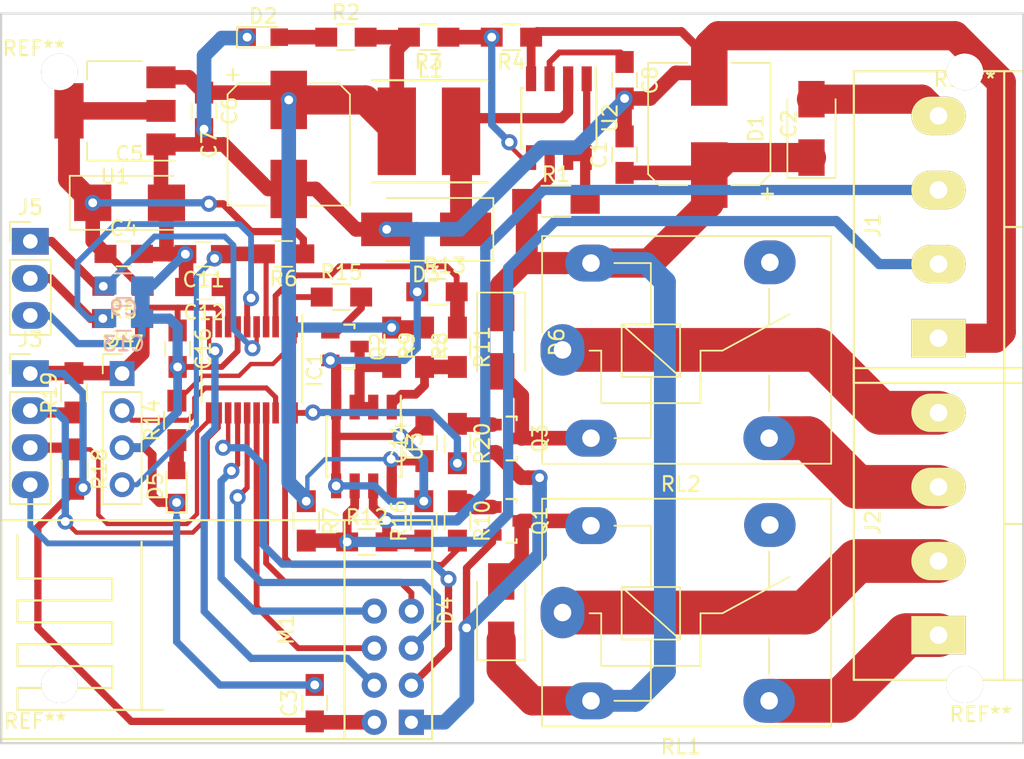
<source format=kicad_pcb>
(kicad_pcb (version 4) (host pcbnew 4.0.6)

  (general
    (links 0)
    (no_connects 1)
    (area 68.659048 88.895 141.275 141.325)
    (thickness 1.6)
    (drawings 4)
    (tracks 500)
    (zones 0)
    (modules 60)
    (nets 45)
  )

  (page A4)
  (layers
    (0 F.Cu signal)
    (31 B.Cu signal)
    (32 B.Adhes user)
    (33 F.Adhes user)
    (34 B.Paste user)
    (35 F.Paste user)
    (36 B.SilkS user)
    (37 F.SilkS user)
    (38 B.Mask user)
    (39 F.Mask user)
    (40 Dwgs.User user)
    (41 Cmts.User user)
    (42 Eco1.User user)
    (43 Eco2.User user)
    (44 Edge.Cuts user)
    (45 Margin user)
    (46 B.CrtYd user)
    (47 F.CrtYd user)
    (48 B.Fab user hide)
    (49 F.Fab user hide)
  )

  (setup
    (last_trace_width 0.3)
    (trace_clearance 0.2)
    (zone_clearance 0.508)
    (zone_45_only no)
    (trace_min 0.2)
    (segment_width 0.2)
    (edge_width 0.15)
    (via_size 1.1)
    (via_drill 0.6)
    (via_min_size 0.4)
    (via_min_drill 0.3)
    (uvia_size 1)
    (uvia_drill 0.5)
    (uvias_allowed no)
    (uvia_min_size 0.2)
    (uvia_min_drill 0.1)
    (pcb_text_width 0.3)
    (pcb_text_size 1.5 1.5)
    (mod_edge_width 0.15)
    (mod_text_size 1 1)
    (mod_text_width 0.15)
    (pad_size 2.5 2.5)
    (pad_drill 2.5)
    (pad_to_mask_clearance 0.2)
    (aux_axis_origin 0 0)
    (visible_elements 7FFFFFFF)
    (pcbplotparams
      (layerselection 0x00030_80000001)
      (usegerberextensions false)
      (excludeedgelayer true)
      (linewidth 0.100000)
      (plotframeref false)
      (viasonmask false)
      (mode 1)
      (useauxorigin false)
      (hpglpennumber 1)
      (hpglpenspeed 20)
      (hpglpendiameter 15)
      (hpglpenoverlay 2)
      (psnegative false)
      (psa4output false)
      (plotreference true)
      (plotvalue true)
      (plotinvisibletext false)
      (padsonsilk false)
      (subtractmaskfromsilk false)
      (outputformat 1)
      (mirror false)
      (drillshape 1)
      (scaleselection 1)
      (outputdirectory ""))
  )

  (net 0 "")
  (net 1 +12V)
  (net 2 GND)
  (net 3 +3V3)
  (net 4 +5V)
  (net 5 "Net-(C8-Pad1)")
  (net 6 /button1)
  (net 7 /NRST)
  (net 8 "Net-(C12-Pad1)")
  (net 9 /button2)
  (net 10 VIN)
  (net 11 "Net-(D2-Pad2)")
  (net 12 "Net-(D3-Pad1)")
  (net 13 "Net-(D5-Pad2)")
  (net 14 /A)
  (net 15 /B)
  (net 16 "Net-(J2-Pad1)")
  (net 17 "Net-(J2-Pad2)")
  (net 18 "Net-(J2-Pad3)")
  (net 19 "Net-(J2-Pad4)")
  (net 20 /SCL)
  (net 21 /SDA)
  (net 22 /SWIM)
  (net 23 /CE)
  (net 24 /CSN)
  (net 25 /SCK)
  (net 26 /MOSI)
  (net 27 /MISO)
  (net 28 /IRQ)
  (net 29 "Net-(Q1-Pad1)")
  (net 30 "Net-(Q2-Pad1)")
  (net 31 "Net-(Q2-Pad3)")
  (net 32 "Net-(Q3-Pad1)")
  (net 33 "Net-(R1-Pad2)")
  (net 34 "Net-(R3-Pad1)")
  (net 35 "Net-(R11-Pad2)")
  (net 36 /relay1)
  (net 37 /RX)
  (net 38 "Net-(IC1-Pad1)")
  (net 39 /TX)
  (net 40 /relay2)
  (net 41 "Net-(RL1-Pad4)")
  (net 42 "Net-(RL2-Pad4)")
  (net 43 "Net-(D4-Pad2)")
  (net 44 "Net-(D6-Pad2)")

  (net_class Default "This is the default net class."
    (clearance 0.2)
    (trace_width 0.3)
    (via_dia 1.1)
    (via_drill 0.6)
    (uvia_dia 1)
    (uvia_drill 0.5)
    (add_net +12V)
    (add_net +3V3)
    (add_net +5V)
    (add_net /A)
    (add_net /B)
    (add_net /CE)
    (add_net /CSN)
    (add_net /IRQ)
    (add_net /MISO)
    (add_net /MOSI)
    (add_net /NRST)
    (add_net /RX)
    (add_net /SCK)
    (add_net /SCL)
    (add_net /SDA)
    (add_net /SWIM)
    (add_net /TX)
    (add_net /button1)
    (add_net /button2)
    (add_net /relay1)
    (add_net /relay2)
    (add_net GND)
    (add_net "Net-(C12-Pad1)")
    (add_net "Net-(C8-Pad1)")
    (add_net "Net-(D2-Pad2)")
    (add_net "Net-(D3-Pad1)")
    (add_net "Net-(D4-Pad2)")
    (add_net "Net-(D5-Pad2)")
    (add_net "Net-(D6-Pad2)")
    (add_net "Net-(IC1-Pad1)")
    (add_net "Net-(J2-Pad1)")
    (add_net "Net-(J2-Pad2)")
    (add_net "Net-(J2-Pad3)")
    (add_net "Net-(J2-Pad4)")
    (add_net "Net-(Q1-Pad1)")
    (add_net "Net-(Q2-Pad1)")
    (add_net "Net-(Q2-Pad3)")
    (add_net "Net-(Q3-Pad1)")
    (add_net "Net-(R1-Pad2)")
    (add_net "Net-(R11-Pad2)")
    (add_net "Net-(R3-Pad1)")
    (add_net "Net-(RL1-Pad4)")
    (add_net "Net-(RL2-Pad4)")
    (add_net VIN)
  )

  (module nhantt-kicad-lib:Vit-3mm (layer F.Cu) (tedit 5A33F96E) (tstamp 5A504FFC)
    (at 72.33 138)
    (fp_text reference REF** (at 0 0.5) (layer F.SilkS)
      (effects (font (size 1 1) (thickness 0.15)))
    )
    (fp_text value Vit-4mm (at 0 -0.5) (layer F.Fab)
      (effects (font (size 1 1) (thickness 0.15)))
    )
    (pad 1 thru_hole circle (at 1.67 -2) (size 2.5 2.5) (drill 2.5) (layers *.Cu *.Mask F.SilkS))
  )

  (module nhantt-kicad-lib:Vit-3mm (layer F.Cu) (tedit 5A33F7E1) (tstamp 5A504FF8)
    (at 136 94)
    (fp_text reference REF** (at 0 0.5) (layer F.SilkS)
      (effects (font (size 1 1) (thickness 0.15)))
    )
    (fp_text value Vit-4mm (at 0 -0.5) (layer F.Fab)
      (effects (font (size 1 1) (thickness 0.15)))
    )
    (pad 1 thru_hole circle (at 0 0) (size 2.5 2.5) (drill 2.5) (layers *.Cu *.Mask F.SilkS))
  )

  (module nhantt-kicad-lib:Vit-3mm (layer F.Cu) (tedit 5A33F966) (tstamp 5A504FF4)
    (at 137.09 137.53)
    (fp_text reference REF** (at 0 0.5) (layer F.SilkS)
      (effects (font (size 1 1) (thickness 0.15)))
    )
    (fp_text value Vit-4mm (at 0 -0.5) (layer F.Fab)
      (effects (font (size 1 1) (thickness 0.15)))
    )
    (pad 1 thru_hole circle (at -1.09 -1.53) (size 2.5 2.5) (drill 2.5) (layers *.Cu *.Mask F.SilkS))
  )

  (module Capacitors_SMD:C_0805_HandSoldering (layer F.Cu) (tedit 58AA84A8) (tstamp 595E002B)
    (at 112.7 99.67 90)
    (descr "Capacitor SMD 0805, hand soldering")
    (tags "capacitor 0805")
    (path /595BED82)
    (attr smd)
    (fp_text reference C1 (at 0 -1.75 90) (layer F.SilkS)
      (effects (font (size 1 1) (thickness 0.15)))
    )
    (fp_text value 100nF (at 0 1.75 90) (layer F.Fab)
      (effects (font (size 1 1) (thickness 0.15)))
    )
    (fp_text user %R (at 0 -1.75 90) (layer F.Fab)
      (effects (font (size 1 1) (thickness 0.15)))
    )
    (fp_line (start -1 0.62) (end -1 -0.62) (layer F.Fab) (width 0.1))
    (fp_line (start 1 0.62) (end -1 0.62) (layer F.Fab) (width 0.1))
    (fp_line (start 1 -0.62) (end 1 0.62) (layer F.Fab) (width 0.1))
    (fp_line (start -1 -0.62) (end 1 -0.62) (layer F.Fab) (width 0.1))
    (fp_line (start 0.5 -0.85) (end -0.5 -0.85) (layer F.SilkS) (width 0.12))
    (fp_line (start -0.5 0.85) (end 0.5 0.85) (layer F.SilkS) (width 0.12))
    (fp_line (start -2.25 -0.88) (end 2.25 -0.88) (layer F.CrtYd) (width 0.05))
    (fp_line (start -2.25 -0.88) (end -2.25 0.87) (layer F.CrtYd) (width 0.05))
    (fp_line (start 2.25 0.87) (end 2.25 -0.88) (layer F.CrtYd) (width 0.05))
    (fp_line (start 2.25 0.87) (end -2.25 0.87) (layer F.CrtYd) (width 0.05))
    (pad 1 smd rect (at -1.25 0 90) (size 1.5 1.25) (layers F.Cu F.Paste F.Mask)
      (net 1 +12V))
    (pad 2 smd rect (at 1.25 0 90) (size 1.5 1.25) (layers F.Cu F.Paste F.Mask)
      (net 2 GND))
    (model Capacitors_SMD.3dshapes/C_0805.wrl
      (at (xyz 0 0 0))
      (scale (xyz 1 1 1))
      (rotate (xyz 0 0 0))
    )
  )

  (module nhantt-kicad-lib:CP_Elec_8x10.5 (layer F.Cu) (tedit 5937C636) (tstamp 595E0047)
    (at 118.5 97.57 90)
    (descr "SMT capacitor, aluminium electrolytic, 8x10.5")
    (path /595BF138)
    (attr smd)
    (fp_text reference C2 (at 0 5.45 90) (layer F.SilkS)
      (effects (font (size 1 1) (thickness 0.15)))
    )
    (fp_text value 100uF (at 0 -5.45 90) (layer F.Fab)
      (effects (font (size 1 1) (thickness 0.15)))
    )
    (fp_circle (center 0 0) (end 1.3 3.7) (layer F.Fab) (width 0.1))
    (fp_text user + (at -2.27 -0.08 90) (layer F.Fab)
      (effects (font (size 1 1) (thickness 0.15)))
    )
    (fp_text user + (at -4.78 3.91 90) (layer F.SilkS)
      (effects (font (size 1 1) (thickness 0.15)))
    )
    (fp_text user %R (at 0 5.45 90) (layer F.Fab)
      (effects (font (size 1 1) (thickness 0.15)))
    )
    (fp_line (start 4.04 4.04) (end 4.04 -4.04) (layer F.Fab) (width 0.1))
    (fp_line (start -3.37 4.04) (end 4.04 4.04) (layer F.Fab) (width 0.1))
    (fp_line (start -4.04 3.37) (end -3.37 4.04) (layer F.Fab) (width 0.1))
    (fp_line (start -4.04 -3.37) (end -4.04 3.37) (layer F.Fab) (width 0.1))
    (fp_line (start -3.37 -4.04) (end -4.04 -3.37) (layer F.Fab) (width 0.1))
    (fp_line (start 4.04 -4.04) (end -3.37 -4.04) (layer F.Fab) (width 0.1))
    (fp_line (start -4.19 3.43) (end -4.19 1.51) (layer F.SilkS) (width 0.12))
    (fp_line (start -4.19 -3.43) (end -4.19 -1.51) (layer F.SilkS) (width 0.12))
    (fp_line (start 4.19 4.19) (end 4.19 1.51) (layer F.SilkS) (width 0.12))
    (fp_line (start 4.19 -4.19) (end 4.19 -1.51) (layer F.SilkS) (width 0.12))
    (fp_line (start 4.19 4.19) (end -3.43 4.19) (layer F.SilkS) (width 0.12))
    (fp_line (start -3.43 4.19) (end -4.19 3.43) (layer F.SilkS) (width 0.12))
    (fp_line (start -4.19 -3.43) (end -3.43 -4.19) (layer F.SilkS) (width 0.12))
    (fp_line (start -3.43 -4.19) (end 4.19 -4.19) (layer F.SilkS) (width 0.12))
    (fp_line (start -5.3 -4.29) (end 5.3 -4.29) (layer F.CrtYd) (width 0.05))
    (fp_line (start -5.3 -4.29) (end -5.3 4.29) (layer F.CrtYd) (width 0.05))
    (fp_line (start 5.3 4.29) (end 5.3 -4.29) (layer F.CrtYd) (width 0.05))
    (fp_line (start 5.3 4.29) (end -5.3 4.29) (layer F.CrtYd) (width 0.05))
    (pad 1 smd rect (at -3.5 0 270) (size 4.5 2.5) (layers F.Cu F.Paste F.Mask)
      (net 1 +12V))
    (pad 2 smd rect (at 3.5 0 270) (size 4.5 2.5) (layers F.Cu F.Paste F.Mask)
      (net 2 GND))
    (model Capacitors_SMD.3dshapes/CP_Elec_8x10.5.wrl
      (at (xyz 0 0 0))
      (scale (xyz 1 1 1))
      (rotate (xyz 0 0 180))
    )
  )

  (module Capacitors_SMD:C_0805_HandSoldering (layer F.Cu) (tedit 58AA84A8) (tstamp 595E0058)
    (at 91.48 137.26 90)
    (descr "Capacitor SMD 0805, hand soldering")
    (tags "capacitor 0805")
    (path /595B4C91)
    (attr smd)
    (fp_text reference C3 (at 0 -1.75 90) (layer F.SilkS)
      (effects (font (size 1 1) (thickness 0.15)))
    )
    (fp_text value 100nF (at 0 1.75 90) (layer F.Fab)
      (effects (font (size 1 1) (thickness 0.15)))
    )
    (fp_text user %R (at 0 -1.75 90) (layer F.Fab)
      (effects (font (size 1 1) (thickness 0.15)))
    )
    (fp_line (start -1 0.62) (end -1 -0.62) (layer F.Fab) (width 0.1))
    (fp_line (start 1 0.62) (end -1 0.62) (layer F.Fab) (width 0.1))
    (fp_line (start 1 -0.62) (end 1 0.62) (layer F.Fab) (width 0.1))
    (fp_line (start -1 -0.62) (end 1 -0.62) (layer F.Fab) (width 0.1))
    (fp_line (start 0.5 -0.85) (end -0.5 -0.85) (layer F.SilkS) (width 0.12))
    (fp_line (start -0.5 0.85) (end 0.5 0.85) (layer F.SilkS) (width 0.12))
    (fp_line (start -2.25 -0.88) (end 2.25 -0.88) (layer F.CrtYd) (width 0.05))
    (fp_line (start -2.25 -0.88) (end -2.25 0.87) (layer F.CrtYd) (width 0.05))
    (fp_line (start 2.25 0.87) (end 2.25 -0.88) (layer F.CrtYd) (width 0.05))
    (fp_line (start 2.25 0.87) (end -2.25 0.87) (layer F.CrtYd) (width 0.05))
    (pad 1 smd rect (at -1.25 0 90) (size 1.5 1.25) (layers F.Cu F.Paste F.Mask)
      (net 3 +3V3))
    (pad 2 smd rect (at 1.25 0 90) (size 1.5 1.25) (layers F.Cu F.Paste F.Mask)
      (net 2 GND))
    (model Capacitors_SMD.3dshapes/C_0805.wrl
      (at (xyz 0 0 0))
      (scale (xyz 1 1 1))
      (rotate (xyz 0 0 0))
    )
  )

  (module Capacitors_SMD:C_0805_HandSoldering (layer F.Cu) (tedit 58AA84A8) (tstamp 595E0069)
    (at 78.4 106.47)
    (descr "Capacitor SMD 0805, hand soldering")
    (tags "capacitor 0805")
    (path /595B53B0)
    (attr smd)
    (fp_text reference C4 (at 0 -1.75) (layer F.SilkS)
      (effects (font (size 1 1) (thickness 0.15)))
    )
    (fp_text value 100nF (at 0 1.75) (layer F.Fab)
      (effects (font (size 1 1) (thickness 0.15)))
    )
    (fp_text user %R (at 0 -1.75) (layer F.Fab)
      (effects (font (size 1 1) (thickness 0.15)))
    )
    (fp_line (start -1 0.62) (end -1 -0.62) (layer F.Fab) (width 0.1))
    (fp_line (start 1 0.62) (end -1 0.62) (layer F.Fab) (width 0.1))
    (fp_line (start 1 -0.62) (end 1 0.62) (layer F.Fab) (width 0.1))
    (fp_line (start -1 -0.62) (end 1 -0.62) (layer F.Fab) (width 0.1))
    (fp_line (start 0.5 -0.85) (end -0.5 -0.85) (layer F.SilkS) (width 0.12))
    (fp_line (start -0.5 0.85) (end 0.5 0.85) (layer F.SilkS) (width 0.12))
    (fp_line (start -2.25 -0.88) (end 2.25 -0.88) (layer F.CrtYd) (width 0.05))
    (fp_line (start -2.25 -0.88) (end -2.25 0.87) (layer F.CrtYd) (width 0.05))
    (fp_line (start 2.25 0.87) (end 2.25 -0.88) (layer F.CrtYd) (width 0.05))
    (fp_line (start 2.25 0.87) (end -2.25 0.87) (layer F.CrtYd) (width 0.05))
    (pad 1 smd rect (at -1.25 0) (size 1.5 1.25) (layers F.Cu F.Paste F.Mask)
      (net 3 +3V3))
    (pad 2 smd rect (at 1.25 0) (size 1.5 1.25) (layers F.Cu F.Paste F.Mask)
      (net 2 GND))
    (model Capacitors_SMD.3dshapes/C_0805.wrl
      (at (xyz 0 0 0))
      (scale (xyz 1 1 1))
      (rotate (xyz 0 0 0))
    )
  )

  (module Capacitors_Tantalum_SMD:CP_Tantalum_Case-C_EIA-6032-28_Reflow (layer F.Cu) (tedit 58CC8C08) (tstamp 595E007D)
    (at 78.8 102.97)
    (descr "Tantalum capacitor, Case C, EIA 6032-28, 6.0x3.2x2.5mm, Reflow soldering footprint")
    (tags "capacitor tantalum smd")
    (path /595B7609)
    (attr smd)
    (fp_text reference C5 (at 0 -3.35) (layer F.SilkS)
      (effects (font (size 1 1) (thickness 0.15)))
    )
    (fp_text value 47uF (at 0 3.35) (layer F.Fab)
      (effects (font (size 1 1) (thickness 0.15)))
    )
    (fp_text user %R (at 0 0) (layer F.Fab)
      (effects (font (size 1 1) (thickness 0.15)))
    )
    (fp_line (start -4.2 -2) (end -4.2 2) (layer F.CrtYd) (width 0.05))
    (fp_line (start -4.2 2) (end 4.2 2) (layer F.CrtYd) (width 0.05))
    (fp_line (start 4.2 2) (end 4.2 -2) (layer F.CrtYd) (width 0.05))
    (fp_line (start 4.2 -2) (end -4.2 -2) (layer F.CrtYd) (width 0.05))
    (fp_line (start -3 -1.6) (end -3 1.6) (layer F.Fab) (width 0.1))
    (fp_line (start -3 1.6) (end 3 1.6) (layer F.Fab) (width 0.1))
    (fp_line (start 3 1.6) (end 3 -1.6) (layer F.Fab) (width 0.1))
    (fp_line (start 3 -1.6) (end -3 -1.6) (layer F.Fab) (width 0.1))
    (fp_line (start -2.4 -1.6) (end -2.4 1.6) (layer F.Fab) (width 0.1))
    (fp_line (start -2.1 -1.6) (end -2.1 1.6) (layer F.Fab) (width 0.1))
    (fp_line (start -4.1 -1.85) (end 3 -1.85) (layer F.SilkS) (width 0.12))
    (fp_line (start -4.1 1.85) (end 3 1.85) (layer F.SilkS) (width 0.12))
    (fp_line (start -4.1 -1.85) (end -4.1 1.85) (layer F.SilkS) (width 0.12))
    (pad 1 smd rect (at -2.525 0) (size 2.55 2.5) (layers F.Cu F.Paste F.Mask)
      (net 3 +3V3))
    (pad 2 smd rect (at 2.525 0) (size 2.55 2.5) (layers F.Cu F.Paste F.Mask)
      (net 2 GND))
    (model Capacitors_Tantalum_SMD.3dshapes/CP_Tantalum_Case-C_EIA-6032-28.wrl
      (at (xyz 0 0 0))
      (scale (xyz 1 1 1))
      (rotate (xyz 0 0 0))
    )
  )

  (module Capacitors_SMD:C_0805_HandSoldering (layer F.Cu) (tedit 58AA84A8) (tstamp 595E008E)
    (at 83.9 96.67 270)
    (descr "Capacitor SMD 0805, hand soldering")
    (tags "capacitor 0805")
    (path /595B5914)
    (attr smd)
    (fp_text reference C6 (at 0 -1.75 270) (layer F.SilkS)
      (effects (font (size 1 1) (thickness 0.15)))
    )
    (fp_text value 100nF (at 0 1.75 270) (layer F.Fab)
      (effects (font (size 1 1) (thickness 0.15)))
    )
    (fp_text user %R (at 0 -1.75 270) (layer F.Fab)
      (effects (font (size 1 1) (thickness 0.15)))
    )
    (fp_line (start -1 0.62) (end -1 -0.62) (layer F.Fab) (width 0.1))
    (fp_line (start 1 0.62) (end -1 0.62) (layer F.Fab) (width 0.1))
    (fp_line (start 1 -0.62) (end 1 0.62) (layer F.Fab) (width 0.1))
    (fp_line (start -1 -0.62) (end 1 -0.62) (layer F.Fab) (width 0.1))
    (fp_line (start 0.5 -0.85) (end -0.5 -0.85) (layer F.SilkS) (width 0.12))
    (fp_line (start -0.5 0.85) (end 0.5 0.85) (layer F.SilkS) (width 0.12))
    (fp_line (start -2.25 -0.88) (end 2.25 -0.88) (layer F.CrtYd) (width 0.05))
    (fp_line (start -2.25 -0.88) (end -2.25 0.87) (layer F.CrtYd) (width 0.05))
    (fp_line (start 2.25 0.87) (end 2.25 -0.88) (layer F.CrtYd) (width 0.05))
    (fp_line (start 2.25 0.87) (end -2.25 0.87) (layer F.CrtYd) (width 0.05))
    (pad 1 smd rect (at -1.25 0 270) (size 1.5 1.25) (layers F.Cu F.Paste F.Mask)
      (net 4 +5V))
    (pad 2 smd rect (at 1.25 0 270) (size 1.5 1.25) (layers F.Cu F.Paste F.Mask)
      (net 2 GND))
    (model Capacitors_SMD.3dshapes/C_0805.wrl
      (at (xyz 0 0 0))
      (scale (xyz 1 1 1))
      (rotate (xyz 0 0 0))
    )
  )

  (module nhantt-kicad-lib:CP_Elec_8x10 (layer F.Cu) (tedit 58AA9153) (tstamp 595E00AA)
    (at 89.7 98.97 270)
    (descr "SMT capacitor, aluminium electrolytic, 8x10")
    (path /595C3081)
    (attr smd)
    (fp_text reference C7 (at 0 5.45 270) (layer F.SilkS)
      (effects (font (size 1 1) (thickness 0.15)))
    )
    (fp_text value 100uF (at 0 -5.45 270) (layer F.Fab)
      (effects (font (size 1 1) (thickness 0.15)))
    )
    (fp_circle (center 0 0) (end -0.6 3.9) (layer F.Fab) (width 0.1))
    (fp_text user + (at -2.31 -0.08 270) (layer F.Fab)
      (effects (font (size 1 1) (thickness 0.15)))
    )
    (fp_text user + (at -4.78 3.9 270) (layer F.SilkS)
      (effects (font (size 1 1) (thickness 0.15)))
    )
    (fp_text user %R (at 0 5.45 270) (layer F.Fab)
      (effects (font (size 1 1) (thickness 0.15)))
    )
    (fp_line (start 4.04 4.04) (end 4.04 -4.04) (layer F.Fab) (width 0.1))
    (fp_line (start -3.37 4.04) (end 4.04 4.04) (layer F.Fab) (width 0.1))
    (fp_line (start -4.04 3.37) (end -3.37 4.04) (layer F.Fab) (width 0.1))
    (fp_line (start -4.04 -3.37) (end -4.04 3.37) (layer F.Fab) (width 0.1))
    (fp_line (start -3.37 -4.04) (end -4.04 -3.37) (layer F.Fab) (width 0.1))
    (fp_line (start 4.04 -4.04) (end -3.37 -4.04) (layer F.Fab) (width 0.1))
    (fp_line (start 4.19 4.19) (end 4.19 1.51) (layer F.SilkS) (width 0.12))
    (fp_line (start 4.19 -4.19) (end 4.19 -1.51) (layer F.SilkS) (width 0.12))
    (fp_line (start -4.19 -3.43) (end -4.19 -1.51) (layer F.SilkS) (width 0.12))
    (fp_line (start -4.19 3.43) (end -4.19 1.51) (layer F.SilkS) (width 0.12))
    (fp_line (start 4.19 4.19) (end -3.43 4.19) (layer F.SilkS) (width 0.12))
    (fp_line (start -3.43 4.19) (end -4.19 3.43) (layer F.SilkS) (width 0.12))
    (fp_line (start -4.19 -3.43) (end -3.43 -4.19) (layer F.SilkS) (width 0.12))
    (fp_line (start -3.43 -4.19) (end 4.19 -4.19) (layer F.SilkS) (width 0.12))
    (fp_line (start -5.3 -4.29) (end 5.3 -4.29) (layer F.CrtYd) (width 0.05))
    (fp_line (start -5.3 -4.29) (end -5.3 4.29) (layer F.CrtYd) (width 0.05))
    (fp_line (start 5.3 4.29) (end 5.3 -4.29) (layer F.CrtYd) (width 0.05))
    (fp_line (start 5.3 4.29) (end -5.3 4.29) (layer F.CrtYd) (width 0.05))
    (pad 1 smd rect (at -3.05 0 90) (size 4 2.5) (layers F.Cu F.Paste F.Mask)
      (net 4 +5V))
    (pad 2 smd rect (at 3.05 0 90) (size 4 2.5) (layers F.Cu F.Paste F.Mask)
      (net 2 GND))
    (model Capacitors_SMD.3dshapes/CP_Elec_8x10.wrl
      (at (xyz 0 0 0))
      (scale (xyz 1 1 1))
      (rotate (xyz 0 0 180))
    )
  )

  (module Capacitors_SMD:C_0805_HandSoldering (layer F.Cu) (tedit 58AA84A8) (tstamp 595E00BB)
    (at 112.7 94.57 270)
    (descr "Capacitor SMD 0805, hand soldering")
    (tags "capacitor 0805")
    (path /595BFF5F)
    (attr smd)
    (fp_text reference C8 (at 0 -1.75 270) (layer F.SilkS)
      (effects (font (size 1 1) (thickness 0.15)))
    )
    (fp_text value 33p (at 0 1.75 270) (layer F.Fab)
      (effects (font (size 1 1) (thickness 0.15)))
    )
    (fp_text user %R (at 0 -1.75 270) (layer F.Fab)
      (effects (font (size 1 1) (thickness 0.15)))
    )
    (fp_line (start -1 0.62) (end -1 -0.62) (layer F.Fab) (width 0.1))
    (fp_line (start 1 0.62) (end -1 0.62) (layer F.Fab) (width 0.1))
    (fp_line (start 1 -0.62) (end 1 0.62) (layer F.Fab) (width 0.1))
    (fp_line (start -1 -0.62) (end 1 -0.62) (layer F.Fab) (width 0.1))
    (fp_line (start 0.5 -0.85) (end -0.5 -0.85) (layer F.SilkS) (width 0.12))
    (fp_line (start -0.5 0.85) (end 0.5 0.85) (layer F.SilkS) (width 0.12))
    (fp_line (start -2.25 -0.88) (end 2.25 -0.88) (layer F.CrtYd) (width 0.05))
    (fp_line (start -2.25 -0.88) (end -2.25 0.87) (layer F.CrtYd) (width 0.05))
    (fp_line (start 2.25 0.87) (end 2.25 -0.88) (layer F.CrtYd) (width 0.05))
    (fp_line (start 2.25 0.87) (end -2.25 0.87) (layer F.CrtYd) (width 0.05))
    (pad 1 smd rect (at -1.25 0 270) (size 1.5 1.25) (layers F.Cu F.Paste F.Mask)
      (net 5 "Net-(C8-Pad1)"))
    (pad 2 smd rect (at 1.25 0 270) (size 1.5 1.25) (layers F.Cu F.Paste F.Mask)
      (net 2 GND))
    (model Capacitors_SMD.3dshapes/C_0805.wrl
      (at (xyz 0 0 0))
      (scale (xyz 1 1 1))
      (rotate (xyz 0 0 0))
    )
  )

  (module Capacitors_SMD:C_0805_HandSoldering (layer B.Cu) (tedit 58AA84A8) (tstamp 595E00CC)
    (at 78.4 108.64)
    (descr "Capacitor SMD 0805, hand soldering")
    (tags "capacitor 0805")
    (path /595E09A1)
    (attr smd)
    (fp_text reference C9 (at -0.01 1.54) (layer B.SilkS)
      (effects (font (size 1 1) (thickness 0.15)) (justify mirror))
    )
    (fp_text value 100nF (at 0 -1.75) (layer B.Fab)
      (effects (font (size 1 1) (thickness 0.15)) (justify mirror))
    )
    (fp_text user %R (at 0 1.75) (layer B.Fab)
      (effects (font (size 1 1) (thickness 0.15)) (justify mirror))
    )
    (fp_line (start -1 -0.62) (end -1 0.62) (layer B.Fab) (width 0.1))
    (fp_line (start 1 -0.62) (end -1 -0.62) (layer B.Fab) (width 0.1))
    (fp_line (start 1 0.62) (end 1 -0.62) (layer B.Fab) (width 0.1))
    (fp_line (start -1 0.62) (end 1 0.62) (layer B.Fab) (width 0.1))
    (fp_line (start 0.5 0.85) (end -0.5 0.85) (layer B.SilkS) (width 0.12))
    (fp_line (start -0.5 -0.85) (end 0.5 -0.85) (layer B.SilkS) (width 0.12))
    (fp_line (start -2.25 0.88) (end 2.25 0.88) (layer B.CrtYd) (width 0.05))
    (fp_line (start -2.25 0.88) (end -2.25 -0.87) (layer B.CrtYd) (width 0.05))
    (fp_line (start 2.25 -0.87) (end 2.25 0.88) (layer B.CrtYd) (width 0.05))
    (fp_line (start 2.25 -0.87) (end -2.25 -0.87) (layer B.CrtYd) (width 0.05))
    (pad 1 smd rect (at -1.25 0) (size 1.5 1.25) (layers B.Cu B.Paste B.Mask)
      (net 6 /button1))
    (pad 2 smd rect (at 1.25 0) (size 1.5 1.25) (layers B.Cu B.Paste B.Mask)
      (net 2 GND))
    (model Capacitors_SMD.3dshapes/C_0805.wrl
      (at (xyz 0 0 0))
      (scale (xyz 1 1 1))
      (rotate (xyz 0 0 0))
    )
  )

  (module Capacitors_SMD:C_0805_HandSoldering (layer F.Cu) (tedit 58AA84A8) (tstamp 595E00EE)
    (at 83.87 106.49 180)
    (descr "Capacitor SMD 0805, hand soldering")
    (tags "capacitor 0805")
    (path /595A68C3)
    (attr smd)
    (fp_text reference C11 (at 0 -1.75 180) (layer F.SilkS)
      (effects (font (size 1 1) (thickness 0.15)))
    )
    (fp_text value 100nF (at 0 1.75 180) (layer F.Fab)
      (effects (font (size 1 1) (thickness 0.15)))
    )
    (fp_text user %R (at 0 -1.75 180) (layer F.Fab)
      (effects (font (size 1 1) (thickness 0.15)))
    )
    (fp_line (start -1 0.62) (end -1 -0.62) (layer F.Fab) (width 0.1))
    (fp_line (start 1 0.62) (end -1 0.62) (layer F.Fab) (width 0.1))
    (fp_line (start 1 -0.62) (end 1 0.62) (layer F.Fab) (width 0.1))
    (fp_line (start -1 -0.62) (end 1 -0.62) (layer F.Fab) (width 0.1))
    (fp_line (start 0.5 -0.85) (end -0.5 -0.85) (layer F.SilkS) (width 0.12))
    (fp_line (start -0.5 0.85) (end 0.5 0.85) (layer F.SilkS) (width 0.12))
    (fp_line (start -2.25 -0.88) (end 2.25 -0.88) (layer F.CrtYd) (width 0.05))
    (fp_line (start -2.25 -0.88) (end -2.25 0.87) (layer F.CrtYd) (width 0.05))
    (fp_line (start 2.25 0.87) (end 2.25 -0.88) (layer F.CrtYd) (width 0.05))
    (fp_line (start 2.25 0.87) (end -2.25 0.87) (layer F.CrtYd) (width 0.05))
    (pad 1 smd rect (at -1.25 0 180) (size 1.5 1.25) (layers F.Cu F.Paste F.Mask)
      (net 7 /NRST))
    (pad 2 smd rect (at 1.25 0 180) (size 1.5 1.25) (layers F.Cu F.Paste F.Mask)
      (net 2 GND))
    (model Capacitors_SMD.3dshapes/C_0805.wrl
      (at (xyz 0 0 0))
      (scale (xyz 1 1 1))
      (rotate (xyz 0 0 0))
    )
  )

  (module Capacitors_SMD:C_0805_HandSoldering (layer F.Cu) (tedit 58AA84A8) (tstamp 595E00FF)
    (at 83.92 108.74 180)
    (descr "Capacitor SMD 0805, hand soldering")
    (tags "capacitor 0805")
    (path /595AD82E)
    (attr smd)
    (fp_text reference C12 (at 0 -1.75 180) (layer F.SilkS)
      (effects (font (size 1 1) (thickness 0.15)))
    )
    (fp_text value 1uF (at 0 1.75 180) (layer F.Fab)
      (effects (font (size 1 1) (thickness 0.15)))
    )
    (fp_text user %R (at 0 -1.75 180) (layer F.Fab)
      (effects (font (size 1 1) (thickness 0.15)))
    )
    (fp_line (start -1 0.62) (end -1 -0.62) (layer F.Fab) (width 0.1))
    (fp_line (start 1 0.62) (end -1 0.62) (layer F.Fab) (width 0.1))
    (fp_line (start 1 -0.62) (end 1 0.62) (layer F.Fab) (width 0.1))
    (fp_line (start -1 -0.62) (end 1 -0.62) (layer F.Fab) (width 0.1))
    (fp_line (start 0.5 -0.85) (end -0.5 -0.85) (layer F.SilkS) (width 0.12))
    (fp_line (start -0.5 0.85) (end 0.5 0.85) (layer F.SilkS) (width 0.12))
    (fp_line (start -2.25 -0.88) (end 2.25 -0.88) (layer F.CrtYd) (width 0.05))
    (fp_line (start -2.25 -0.88) (end -2.25 0.87) (layer F.CrtYd) (width 0.05))
    (fp_line (start 2.25 0.87) (end 2.25 -0.88) (layer F.CrtYd) (width 0.05))
    (fp_line (start 2.25 0.87) (end -2.25 0.87) (layer F.CrtYd) (width 0.05))
    (pad 1 smd rect (at -1.25 0 180) (size 1.5 1.25) (layers F.Cu F.Paste F.Mask)
      (net 8 "Net-(C12-Pad1)"))
    (pad 2 smd rect (at 1.25 0 180) (size 1.5 1.25) (layers F.Cu F.Paste F.Mask)
      (net 2 GND))
    (model Capacitors_SMD.3dshapes/C_0805.wrl
      (at (xyz 0 0 0))
      (scale (xyz 1 1 1))
      (rotate (xyz 0 0 0))
    )
  )

  (module Capacitors_SMD:C_0805_HandSoldering (layer B.Cu) (tedit 58AA84A8) (tstamp 595E0110)
    (at 78.39 110.88)
    (descr "Capacitor SMD 0805, hand soldering")
    (tags "capacitor 0805")
    (path /595D5DC1)
    (attr smd)
    (fp_text reference C13 (at 0 1.75) (layer B.SilkS)
      (effects (font (size 1 1) (thickness 0.15)) (justify mirror))
    )
    (fp_text value 100nF (at 0 -1.75) (layer B.Fab)
      (effects (font (size 1 1) (thickness 0.15)) (justify mirror))
    )
    (fp_text user %R (at 0 1.75) (layer B.Fab)
      (effects (font (size 1 1) (thickness 0.15)) (justify mirror))
    )
    (fp_line (start -1 -0.62) (end -1 0.62) (layer B.Fab) (width 0.1))
    (fp_line (start 1 -0.62) (end -1 -0.62) (layer B.Fab) (width 0.1))
    (fp_line (start 1 0.62) (end 1 -0.62) (layer B.Fab) (width 0.1))
    (fp_line (start -1 0.62) (end 1 0.62) (layer B.Fab) (width 0.1))
    (fp_line (start 0.5 0.85) (end -0.5 0.85) (layer B.SilkS) (width 0.12))
    (fp_line (start -0.5 -0.85) (end 0.5 -0.85) (layer B.SilkS) (width 0.12))
    (fp_line (start -2.25 0.88) (end 2.25 0.88) (layer B.CrtYd) (width 0.05))
    (fp_line (start -2.25 0.88) (end -2.25 -0.87) (layer B.CrtYd) (width 0.05))
    (fp_line (start 2.25 -0.87) (end 2.25 0.88) (layer B.CrtYd) (width 0.05))
    (fp_line (start 2.25 -0.87) (end -2.25 -0.87) (layer B.CrtYd) (width 0.05))
    (pad 1 smd rect (at -1.25 0) (size 1.5 1.25) (layers B.Cu B.Paste B.Mask)
      (net 9 /button2))
    (pad 2 smd rect (at 1.25 0) (size 1.5 1.25) (layers B.Cu B.Paste B.Mask)
      (net 2 GND))
    (model Capacitors_SMD.3dshapes/C_0805.wrl
      (at (xyz 0 0 0))
      (scale (xyz 1 1 1))
      (rotate (xyz 0 0 0))
    )
  )

  (module Capacitors_SMD:C_0805_HandSoldering (layer F.Cu) (tedit 58AA84A8) (tstamp 595E0121)
    (at 99 119.42 90)
    (descr "Capacitor SMD 0805, hand soldering")
    (tags "capacitor 0805")
    (path /595A974C)
    (attr smd)
    (fp_text reference C14 (at 0 -1.75 90) (layer F.SilkS)
      (effects (font (size 1 1) (thickness 0.15)))
    )
    (fp_text value 100nF (at 0 1.75 90) (layer F.Fab)
      (effects (font (size 1 1) (thickness 0.15)))
    )
    (fp_text user %R (at 0 -1.75 90) (layer F.Fab)
      (effects (font (size 1 1) (thickness 0.15)))
    )
    (fp_line (start -1 0.62) (end -1 -0.62) (layer F.Fab) (width 0.1))
    (fp_line (start 1 0.62) (end -1 0.62) (layer F.Fab) (width 0.1))
    (fp_line (start 1 -0.62) (end 1 0.62) (layer F.Fab) (width 0.1))
    (fp_line (start -1 -0.62) (end 1 -0.62) (layer F.Fab) (width 0.1))
    (fp_line (start 0.5 -0.85) (end -0.5 -0.85) (layer F.SilkS) (width 0.12))
    (fp_line (start -0.5 0.85) (end 0.5 0.85) (layer F.SilkS) (width 0.12))
    (fp_line (start -2.25 -0.88) (end 2.25 -0.88) (layer F.CrtYd) (width 0.05))
    (fp_line (start -2.25 -0.88) (end -2.25 0.87) (layer F.CrtYd) (width 0.05))
    (fp_line (start 2.25 0.87) (end 2.25 -0.88) (layer F.CrtYd) (width 0.05))
    (fp_line (start 2.25 0.87) (end -2.25 0.87) (layer F.CrtYd) (width 0.05))
    (pad 1 smd rect (at -1.25 0 90) (size 1.5 1.25) (layers F.Cu F.Paste F.Mask)
      (net 4 +5V))
    (pad 2 smd rect (at 1.25 0 90) (size 1.5 1.25) (layers F.Cu F.Paste F.Mask)
      (net 2 GND))
    (model Capacitors_SMD.3dshapes/C_0805.wrl
      (at (xyz 0 0 0))
      (scale (xyz 1 1 1))
      (rotate (xyz 0 0 0))
    )
  )

  (module Capacitors_SMD:C_0805_HandSoldering (layer F.Cu) (tedit 58AA84A8) (tstamp 595E0143)
    (at 82.09 112.97 270)
    (descr "Capacitor SMD 0805, hand soldering")
    (tags "capacitor 0805")
    (path /595ADDFC)
    (attr smd)
    (fp_text reference C16 (at 0 -1.75 270) (layer F.SilkS)
      (effects (font (size 1 1) (thickness 0.15)))
    )
    (fp_text value 100nF (at 0 1.75 270) (layer F.Fab)
      (effects (font (size 1 1) (thickness 0.15)))
    )
    (fp_text user %R (at 0 -1.75 270) (layer F.Fab)
      (effects (font (size 1 1) (thickness 0.15)))
    )
    (fp_line (start -1 0.62) (end -1 -0.62) (layer F.Fab) (width 0.1))
    (fp_line (start 1 0.62) (end -1 0.62) (layer F.Fab) (width 0.1))
    (fp_line (start 1 -0.62) (end 1 0.62) (layer F.Fab) (width 0.1))
    (fp_line (start -1 -0.62) (end 1 -0.62) (layer F.Fab) (width 0.1))
    (fp_line (start 0.5 -0.85) (end -0.5 -0.85) (layer F.SilkS) (width 0.12))
    (fp_line (start -0.5 0.85) (end 0.5 0.85) (layer F.SilkS) (width 0.12))
    (fp_line (start -2.25 -0.88) (end 2.25 -0.88) (layer F.CrtYd) (width 0.05))
    (fp_line (start -2.25 -0.88) (end -2.25 0.87) (layer F.CrtYd) (width 0.05))
    (fp_line (start 2.25 0.87) (end 2.25 -0.88) (layer F.CrtYd) (width 0.05))
    (fp_line (start 2.25 0.87) (end -2.25 0.87) (layer F.CrtYd) (width 0.05))
    (pad 1 smd rect (at -1.25 0 270) (size 1.5 1.25) (layers F.Cu F.Paste F.Mask)
      (net 3 +3V3))
    (pad 2 smd rect (at 1.25 0 270) (size 1.5 1.25) (layers F.Cu F.Paste F.Mask)
      (net 2 GND))
    (model Capacitors_SMD.3dshapes/C_0805.wrl
      (at (xyz 0 0 0))
      (scale (xyz 1 1 1))
      (rotate (xyz 0 0 0))
    )
  )

  (module nhantt-kicad-lib:D_SMA_Standard (layer F.Cu) (tedit 586432E5) (tstamp 595E016B)
    (at 125.5 97.87 90)
    (descr "Diode SMA")
    (tags "Diode SMA")
    (path /595BE001)
    (attr smd)
    (fp_text reference D1 (at 0 -3.81 90) (layer F.SilkS)
      (effects (font (size 1 1) (thickness 0.15)))
    )
    (fp_text value D_ALT (at 0 4.3 90) (layer F.Fab)
      (effects (font (size 1 1) (thickness 0.15)))
    )
    (fp_line (start -3.4 -1.65) (end -3.4 1.65) (layer F.SilkS) (width 0.12))
    (fp_line (start 2.3 1.5) (end -2.3 1.5) (layer F.Fab) (width 0.1))
    (fp_line (start -2.3 1.5) (end -2.3 -1.5) (layer F.Fab) (width 0.1))
    (fp_line (start 2.3 -1.5) (end 2.3 1.5) (layer F.Fab) (width 0.1))
    (fp_line (start 2.3 -1.5) (end -2.3 -1.5) (layer F.Fab) (width 0.1))
    (fp_line (start -3.5 -1.75) (end 3.5 -1.75) (layer F.CrtYd) (width 0.05))
    (fp_line (start 3.5 -1.75) (end 3.5 1.75) (layer F.CrtYd) (width 0.05))
    (fp_line (start 3.5 1.75) (end -3.5 1.75) (layer F.CrtYd) (width 0.05))
    (fp_line (start -3.5 1.75) (end -3.5 -1.75) (layer F.CrtYd) (width 0.05))
    (fp_line (start -0.64944 0.00102) (end -1.55114 0.00102) (layer F.Fab) (width 0.1))
    (fp_line (start 0.50118 0.00102) (end 1.4994 0.00102) (layer F.Fab) (width 0.1))
    (fp_line (start -0.64944 -0.79908) (end -0.64944 0.80112) (layer F.Fab) (width 0.1))
    (fp_line (start 0.50118 0.75032) (end 0.50118 -0.79908) (layer F.Fab) (width 0.1))
    (fp_line (start -0.64944 0.00102) (end 0.50118 0.75032) (layer F.Fab) (width 0.1))
    (fp_line (start -0.64944 0.00102) (end 0.50118 -0.79908) (layer F.Fab) (width 0.1))
    (fp_line (start -3.4 1.65) (end 2 1.65) (layer F.SilkS) (width 0.12))
    (fp_line (start -3.4 -1.65) (end 2 -1.65) (layer F.SilkS) (width 0.12))
    (pad 1 smd rect (at -2 0 90) (size 2.5 1.8) (layers F.Cu F.Paste F.Mask)
      (net 1 +12V))
    (pad 2 smd rect (at 2 0 90) (size 2.5 1.8) (layers F.Cu F.Paste F.Mask)
      (net 10 VIN))
    (model E:/Project/2017/hw/kicad/nhantt-kicad-lib/packages3d/SMA.wrl
      (at (xyz 0 0 0))
      (scale (xyz 400 400 400))
      (rotate (xyz 0 0 0))
    )
  )

  (module LEDs:LED_0805 (layer F.Cu) (tedit 57FE93EC) (tstamp 595E0180)
    (at 87.95 91.62)
    (descr "LED 0805 smd package")
    (tags "LED led 0805 SMD smd SMT smt smdled SMDLED smtled SMTLED")
    (path /595D755F)
    (attr smd)
    (fp_text reference D2 (at 0 -1.45) (layer F.SilkS)
      (effects (font (size 1 1) (thickness 0.15)))
    )
    (fp_text value LED (at 0 1.55) (layer F.Fab)
      (effects (font (size 1 1) (thickness 0.15)))
    )
    (fp_line (start -1.8 -0.7) (end -1.8 0.7) (layer F.SilkS) (width 0.12))
    (fp_line (start -0.4 -0.4) (end -0.4 0.4) (layer F.Fab) (width 0.1))
    (fp_line (start -0.4 0) (end 0.2 -0.4) (layer F.Fab) (width 0.1))
    (fp_line (start 0.2 0.4) (end -0.4 0) (layer F.Fab) (width 0.1))
    (fp_line (start 0.2 -0.4) (end 0.2 0.4) (layer F.Fab) (width 0.1))
    (fp_line (start 1 0.6) (end -1 0.6) (layer F.Fab) (width 0.1))
    (fp_line (start 1 -0.6) (end 1 0.6) (layer F.Fab) (width 0.1))
    (fp_line (start -1 -0.6) (end 1 -0.6) (layer F.Fab) (width 0.1))
    (fp_line (start -1 0.6) (end -1 -0.6) (layer F.Fab) (width 0.1))
    (fp_line (start -1.8 0.7) (end 1 0.7) (layer F.SilkS) (width 0.12))
    (fp_line (start -1.8 -0.7) (end 1 -0.7) (layer F.SilkS) (width 0.12))
    (fp_line (start 1.95 -0.85) (end 1.95 0.85) (layer F.CrtYd) (width 0.05))
    (fp_line (start 1.95 0.85) (end -1.95 0.85) (layer F.CrtYd) (width 0.05))
    (fp_line (start -1.95 0.85) (end -1.95 -0.85) (layer F.CrtYd) (width 0.05))
    (fp_line (start -1.95 -0.85) (end 1.95 -0.85) (layer F.CrtYd) (width 0.05))
    (pad 2 smd rect (at 1.1 0 180) (size 1.2 1.2) (layers F.Cu F.Paste F.Mask)
      (net 11 "Net-(D2-Pad2)"))
    (pad 1 smd rect (at -1.1 0 180) (size 1.2 1.2) (layers F.Cu F.Paste F.Mask)
      (net 2 GND))
    (model LEDs.3dshapes/LED_0805.wrl
      (at (xyz 0 0 0))
      (scale (xyz 1 1 1))
      (rotate (xyz 0 0 180))
    )
  )

  (module nhantt-kicad-lib:D_SMB_Handsoldering (layer F.Cu) (tedit 5864304C) (tstamp 595E0197)
    (at 99.11 104.79 180)
    (descr "Diode SMB Handsoldering")
    (tags "Diode SMB Handsoldering")
    (path /595C1485)
    (attr smd)
    (fp_text reference D3 (at 0 -3.1 180) (layer F.SilkS)
      (effects (font (size 1 1) (thickness 0.15)))
    )
    (fp_text value D_Schottky (at 0.1 4.75 180) (layer F.Fab)
      (effects (font (size 1 1) (thickness 0.15)))
    )
    (fp_line (start -4.6 -2.15) (end -4.6 2.15) (layer F.SilkS) (width 0.12))
    (fp_line (start 2.3 2) (end -2.3 2) (layer F.Fab) (width 0.1))
    (fp_line (start -2.3 2) (end -2.3 -2) (layer F.Fab) (width 0.1))
    (fp_line (start 2.3 -2) (end 2.3 2) (layer F.Fab) (width 0.1))
    (fp_line (start 2.3 -2) (end -2.3 -2) (layer F.Fab) (width 0.1))
    (fp_line (start -4.7 -2.25) (end 4.7 -2.25) (layer F.CrtYd) (width 0.05))
    (fp_line (start 4.7 -2.25) (end 4.7 2.25) (layer F.CrtYd) (width 0.05))
    (fp_line (start 4.7 2.25) (end -4.7 2.25) (layer F.CrtYd) (width 0.05))
    (fp_line (start -4.7 2.25) (end -4.7 -2.25) (layer F.CrtYd) (width 0.05))
    (fp_line (start -0.64944 0.00102) (end -1.55114 0.00102) (layer F.Fab) (width 0.1))
    (fp_line (start 0.50118 0.00102) (end 1.4994 0.00102) (layer F.Fab) (width 0.1))
    (fp_line (start -0.64944 -0.79908) (end -0.64944 0.80112) (layer F.Fab) (width 0.1))
    (fp_line (start 0.50118 0.75032) (end 0.50118 -0.79908) (layer F.Fab) (width 0.1))
    (fp_line (start -0.64944 0.00102) (end 0.50118 0.75032) (layer F.Fab) (width 0.1))
    (fp_line (start -0.64944 0.00102) (end 0.50118 -0.79908) (layer F.Fab) (width 0.1))
    (fp_line (start -4.6 2.15) (end 2.7 2.15) (layer F.SilkS) (width 0.12))
    (fp_line (start -4.6 -2.15) (end 2.7 -2.15) (layer F.SilkS) (width 0.12))
    (pad 1 smd rect (at -2.7 0 180) (size 3.5 2.3) (layers F.Cu F.Paste F.Mask)
      (net 12 "Net-(D3-Pad1)"))
    (pad 2 smd rect (at 2.7 0 180) (size 3.5 2.3) (layers F.Cu F.Paste F.Mask)
      (net 2 GND))
    (model E:/Project/2017/hw/kicad/nhantt-kicad-lib/packages3d/DO-214AA-SMB.wrl
      (at (xyz 0 0 0.055))
      (scale (xyz 400 400 400))
      (rotate (xyz 0 0 270))
    )
  )

  (module nhantt-kicad-lib:D_SMA_Standard (layer F.Cu) (tedit 586432E5) (tstamp 595E01AE)
    (at 104.25 130.92 90)
    (descr "Diode SMA")
    (tags "Diode SMA")
    (path /595AA5D8)
    (attr smd)
    (fp_text reference D4 (at 0 -3.81 90) (layer F.SilkS)
      (effects (font (size 1 1) (thickness 0.15)))
    )
    (fp_text value D_Schottky (at 0 4.3 90) (layer F.Fab)
      (effects (font (size 1 1) (thickness 0.15)))
    )
    (fp_line (start -3.4 -1.65) (end -3.4 1.65) (layer F.SilkS) (width 0.12))
    (fp_line (start 2.3 1.5) (end -2.3 1.5) (layer F.Fab) (width 0.1))
    (fp_line (start -2.3 1.5) (end -2.3 -1.5) (layer F.Fab) (width 0.1))
    (fp_line (start 2.3 -1.5) (end 2.3 1.5) (layer F.Fab) (width 0.1))
    (fp_line (start 2.3 -1.5) (end -2.3 -1.5) (layer F.Fab) (width 0.1))
    (fp_line (start -3.5 -1.75) (end 3.5 -1.75) (layer F.CrtYd) (width 0.05))
    (fp_line (start 3.5 -1.75) (end 3.5 1.75) (layer F.CrtYd) (width 0.05))
    (fp_line (start 3.5 1.75) (end -3.5 1.75) (layer F.CrtYd) (width 0.05))
    (fp_line (start -3.5 1.75) (end -3.5 -1.75) (layer F.CrtYd) (width 0.05))
    (fp_line (start -0.64944 0.00102) (end -1.55114 0.00102) (layer F.Fab) (width 0.1))
    (fp_line (start 0.50118 0.00102) (end 1.4994 0.00102) (layer F.Fab) (width 0.1))
    (fp_line (start -0.64944 -0.79908) (end -0.64944 0.80112) (layer F.Fab) (width 0.1))
    (fp_line (start 0.50118 0.75032) (end 0.50118 -0.79908) (layer F.Fab) (width 0.1))
    (fp_line (start -0.64944 0.00102) (end 0.50118 0.75032) (layer F.Fab) (width 0.1))
    (fp_line (start -0.64944 0.00102) (end 0.50118 -0.79908) (layer F.Fab) (width 0.1))
    (fp_line (start -3.4 1.65) (end 2 1.65) (layer F.SilkS) (width 0.12))
    (fp_line (start -3.4 -1.65) (end 2 -1.65) (layer F.SilkS) (width 0.12))
    (pad 1 smd rect (at -2 0 90) (size 2.5 1.8) (layers F.Cu F.Paste F.Mask)
      (net 1 +12V))
    (pad 2 smd rect (at 2 0 90) (size 2.5 1.8) (layers F.Cu F.Paste F.Mask)
      (net 43 "Net-(D4-Pad2)"))
    (model E:/Project/2017/hw/kicad/nhantt-kicad-lib/packages3d/SMA.wrl
      (at (xyz 0 0 0))
      (scale (xyz 400 400 400))
      (rotate (xyz 0 0 0))
    )
  )

  (module LEDs:LED_0805 (layer F.Cu) (tedit 57FE93EC) (tstamp 595E01C3)
    (at 82.02 122.41 90)
    (descr "LED 0805 smd package")
    (tags "LED led 0805 SMD smd SMT smt smdled SMDLED smtled SMTLED")
    (path /595D8060)
    (attr smd)
    (fp_text reference D5 (at 0 -1.45 90) (layer F.SilkS)
      (effects (font (size 1 1) (thickness 0.15)))
    )
    (fp_text value LED (at 0 1.55 90) (layer F.Fab)
      (effects (font (size 1 1) (thickness 0.15)))
    )
    (fp_line (start -1.8 -0.7) (end -1.8 0.7) (layer F.SilkS) (width 0.12))
    (fp_line (start -0.4 -0.4) (end -0.4 0.4) (layer F.Fab) (width 0.1))
    (fp_line (start -0.4 0) (end 0.2 -0.4) (layer F.Fab) (width 0.1))
    (fp_line (start 0.2 0.4) (end -0.4 0) (layer F.Fab) (width 0.1))
    (fp_line (start 0.2 -0.4) (end 0.2 0.4) (layer F.Fab) (width 0.1))
    (fp_line (start 1 0.6) (end -1 0.6) (layer F.Fab) (width 0.1))
    (fp_line (start 1 -0.6) (end 1 0.6) (layer F.Fab) (width 0.1))
    (fp_line (start -1 -0.6) (end 1 -0.6) (layer F.Fab) (width 0.1))
    (fp_line (start -1 0.6) (end -1 -0.6) (layer F.Fab) (width 0.1))
    (fp_line (start -1.8 0.7) (end 1 0.7) (layer F.SilkS) (width 0.12))
    (fp_line (start -1.8 -0.7) (end 1 -0.7) (layer F.SilkS) (width 0.12))
    (fp_line (start 1.95 -0.85) (end 1.95 0.85) (layer F.CrtYd) (width 0.05))
    (fp_line (start 1.95 0.85) (end -1.95 0.85) (layer F.CrtYd) (width 0.05))
    (fp_line (start -1.95 0.85) (end -1.95 -0.85) (layer F.CrtYd) (width 0.05))
    (fp_line (start -1.95 -0.85) (end 1.95 -0.85) (layer F.CrtYd) (width 0.05))
    (pad 2 smd rect (at 1.1 0 270) (size 1.2 1.2) (layers F.Cu F.Paste F.Mask)
      (net 13 "Net-(D5-Pad2)"))
    (pad 1 smd rect (at -1.1 0 270) (size 1.2 1.2) (layers F.Cu F.Paste F.Mask)
      (net 2 GND))
    (model LEDs.3dshapes/LED_0805.wrl
      (at (xyz 0 0 0))
      (scale (xyz 1 1 1))
      (rotate (xyz 0 0 180))
    )
  )

  (module nhantt-kicad-lib:D_SMA_Standard (layer F.Cu) (tedit 586432E5) (tstamp 595E01DA)
    (at 104.25 112.52 270)
    (descr "Diode SMA")
    (tags "Diode SMA")
    (path /595CFEF8)
    (attr smd)
    (fp_text reference D6 (at 0 -3.81 270) (layer F.SilkS)
      (effects (font (size 1 1) (thickness 0.15)))
    )
    (fp_text value D_Schottky (at 0 4.3 270) (layer F.Fab)
      (effects (font (size 1 1) (thickness 0.15)))
    )
    (fp_line (start -3.4 -1.65) (end -3.4 1.65) (layer F.SilkS) (width 0.12))
    (fp_line (start 2.3 1.5) (end -2.3 1.5) (layer F.Fab) (width 0.1))
    (fp_line (start -2.3 1.5) (end -2.3 -1.5) (layer F.Fab) (width 0.1))
    (fp_line (start 2.3 -1.5) (end 2.3 1.5) (layer F.Fab) (width 0.1))
    (fp_line (start 2.3 -1.5) (end -2.3 -1.5) (layer F.Fab) (width 0.1))
    (fp_line (start -3.5 -1.75) (end 3.5 -1.75) (layer F.CrtYd) (width 0.05))
    (fp_line (start 3.5 -1.75) (end 3.5 1.75) (layer F.CrtYd) (width 0.05))
    (fp_line (start 3.5 1.75) (end -3.5 1.75) (layer F.CrtYd) (width 0.05))
    (fp_line (start -3.5 1.75) (end -3.5 -1.75) (layer F.CrtYd) (width 0.05))
    (fp_line (start -0.64944 0.00102) (end -1.55114 0.00102) (layer F.Fab) (width 0.1))
    (fp_line (start 0.50118 0.00102) (end 1.4994 0.00102) (layer F.Fab) (width 0.1))
    (fp_line (start -0.64944 -0.79908) (end -0.64944 0.80112) (layer F.Fab) (width 0.1))
    (fp_line (start 0.50118 0.75032) (end 0.50118 -0.79908) (layer F.Fab) (width 0.1))
    (fp_line (start -0.64944 0.00102) (end 0.50118 0.75032) (layer F.Fab) (width 0.1))
    (fp_line (start -0.64944 0.00102) (end 0.50118 -0.79908) (layer F.Fab) (width 0.1))
    (fp_line (start -3.4 1.65) (end 2 1.65) (layer F.SilkS) (width 0.12))
    (fp_line (start -3.4 -1.65) (end 2 -1.65) (layer F.SilkS) (width 0.12))
    (pad 1 smd rect (at -2 0 270) (size 2.5 1.8) (layers F.Cu F.Paste F.Mask)
      (net 1 +12V))
    (pad 2 smd rect (at 2 0 270) (size 2.5 1.8) (layers F.Cu F.Paste F.Mask)
      (net 44 "Net-(D6-Pad2)"))
    (model E:/Project/2017/hw/kicad/nhantt-kicad-lib/packages3d/SMA.wrl
      (at (xyz 0 0 0))
      (scale (xyz 400 400 400))
      (rotate (xyz 0 0 0))
    )
  )

  (module nhantt-kicad-lib:TSSOP-20_4.4x6.5mm_Pitch0.65mm locked (layer F.Cu) (tedit 54130A77) (tstamp 595E01FD)
    (at 87.175 114.42 270)
    (descr "20-Lead Plastic Thin Shrink Small Outline (ST)-4.4 mm Body [TSSOP] (see Microchip Packaging Specification 00000049BS.pdf)")
    (tags "SSOP 0.65")
    (path /595A6339)
    (attr smd)
    (fp_text reference IC1 (at 0 -4.3 270) (layer F.SilkS)
      (effects (font (size 1 1) (thickness 0.15)))
    )
    (fp_text value STM8S003F3P (at 0 4.3 270) (layer F.Fab)
      (effects (font (size 1 1) (thickness 0.15)))
    )
    (fp_line (start -1.2 -3.25) (end 2.2 -3.25) (layer F.Fab) (width 0.15))
    (fp_line (start 2.2 -3.25) (end 2.2 3.25) (layer F.Fab) (width 0.15))
    (fp_line (start 2.2 3.25) (end -2.2 3.25) (layer F.Fab) (width 0.15))
    (fp_line (start -2.2 3.25) (end -2.2 -2.25) (layer F.Fab) (width 0.15))
    (fp_line (start -2.2 -2.25) (end -1.2 -3.25) (layer F.Fab) (width 0.15))
    (fp_line (start -3.95 -3.55) (end -3.95 3.55) (layer F.CrtYd) (width 0.05))
    (fp_line (start 3.95 -3.55) (end 3.95 3.55) (layer F.CrtYd) (width 0.05))
    (fp_line (start -3.95 -3.55) (end 3.95 -3.55) (layer F.CrtYd) (width 0.05))
    (fp_line (start -3.95 3.55) (end 3.95 3.55) (layer F.CrtYd) (width 0.05))
    (fp_line (start -2.225 3.45) (end 2.225 3.45) (layer F.SilkS) (width 0.15))
    (fp_line (start -3.75 -3.45) (end 2.225 -3.45) (layer F.SilkS) (width 0.15))
    (pad 1 smd rect (at -2.95 -2.925 270) (size 1.45 0.45) (layers F.Cu F.Paste F.Mask)
      (net 38 "Net-(IC1-Pad1)"))
    (pad 2 smd rect (at -2.95 -2.275 270) (size 1.45 0.45) (layers F.Cu F.Paste F.Mask)
      (net 39 /TX))
    (pad 3 smd rect (at -2.95 -1.625 270) (size 1.45 0.45) (layers F.Cu F.Paste F.Mask)
      (net 37 /RX))
    (pad 4 smd rect (at -2.95 -0.975 270) (size 1.45 0.45) (layers F.Cu F.Paste F.Mask)
      (net 7 /NRST))
    (pad 5 smd rect (at -2.95 -0.325 270) (size 1.45 0.45) (layers F.Cu F.Paste F.Mask)
      (net 6 /button1))
    (pad 6 smd rect (at -2.95 0.325 270) (size 1.45 0.45) (layers F.Cu F.Paste F.Mask)
      (net 9 /button2))
    (pad 7 smd rect (at -2.95 0.975 270) (size 1.45 0.45) (layers F.Cu F.Paste F.Mask)
      (net 2 GND))
    (pad 8 smd rect (at -2.95 1.625 270) (size 1.45 0.45) (layers F.Cu F.Paste F.Mask)
      (net 8 "Net-(C12-Pad1)"))
    (pad 9 smd rect (at -2.95 2.275 270) (size 1.45 0.45) (layers F.Cu F.Paste F.Mask)
      (net 3 +3V3))
    (pad 10 smd rect (at -2.95 2.925 270) (size 1.45 0.45) (layers F.Cu F.Paste F.Mask)
      (net 24 /CSN))
    (pad 11 smd rect (at 2.95 2.925 270) (size 1.45 0.45) (layers F.Cu F.Paste F.Mask)
      (net 21 /SDA))
    (pad 12 smd rect (at 2.95 2.275 270) (size 1.45 0.45) (layers F.Cu F.Paste F.Mask)
      (net 20 /SCL))
    (pad 13 smd rect (at 2.95 1.625 270) (size 1.45 0.45) (layers F.Cu F.Paste F.Mask)
      (net 23 /CE))
    (pad 14 smd rect (at 2.95 0.975 270) (size 1.45 0.45) (layers F.Cu F.Paste F.Mask)
      (net 28 /IRQ))
    (pad 15 smd rect (at 2.95 0.325 270) (size 1.45 0.45) (layers F.Cu F.Paste F.Mask)
      (net 25 /SCK))
    (pad 16 smd rect (at 2.95 -0.325 270) (size 1.45 0.45) (layers F.Cu F.Paste F.Mask)
      (net 26 /MOSI))
    (pad 17 smd rect (at 2.95 -0.975 270) (size 1.45 0.45) (layers F.Cu F.Paste F.Mask)
      (net 27 /MISO))
    (pad 18 smd rect (at 2.95 -1.625 270) (size 1.45 0.45) (layers F.Cu F.Paste F.Mask)
      (net 22 /SWIM))
    (pad 19 smd rect (at 2.95 -2.275 270) (size 1.45 0.45) (layers F.Cu F.Paste F.Mask)
      (net 36 /relay1))
    (pad 20 smd rect (at 2.95 -2.925 270) (size 1.45 0.45) (layers F.Cu F.Paste F.Mask)
      (net 40 /relay2))
    (model Housings_SSOP.3dshapes/TSSOP-20_4.4x6.5mm_Pitch0.65mm.wrl
      (at (xyz 0 0 0))
      (scale (xyz 1 1 1))
      (rotate (xyz 0 0 0))
    )
  )

  (module nhantt-kicad-lib:Header-4pin-2.54 (layer F.Cu) (tedit 593A0B31) (tstamp 595E022C)
    (at 72 114.67)
    (descr "Through hole straight pin header, 1x04, 2.54mm pitch, single row")
    (tags "Through hole pin header THT 1x04 2.54mm single row")
    (path /595E920D)
    (fp_text reference J3 (at 0 -2.33) (layer F.SilkS)
      (effects (font (size 1 1) (thickness 0.15)))
    )
    (fp_text value CONN_01X04 (at 2 4 90) (layer F.Fab)
      (effects (font (size 1 1) (thickness 0.15)))
    )
    (fp_line (start -1.4 -1.27) (end -1.4 8.89) (layer F.Fab) (width 0.1))
    (fp_line (start -1.4 8.89) (end 1.4 8.89) (layer F.Fab) (width 0.1))
    (fp_line (start 1.4 8.89) (end 1.4 -1.27) (layer F.Fab) (width 0.1))
    (fp_line (start 1.4 -1.27) (end -1.4 -1.27) (layer F.Fab) (width 0.1))
    (fp_line (start -1.4 1.27) (end -1.4 8.95) (layer F.SilkS) (width 0.12))
    (fp_line (start -1.4 8.95) (end 1.4 8.95) (layer F.SilkS) (width 0.12))
    (fp_line (start 1.4 8.95) (end 1.4 1.27) (layer F.SilkS) (width 0.12))
    (fp_line (start 1.4 1.27) (end -1.4 1.27) (layer F.SilkS) (width 0.12))
    (fp_line (start -1.4 0) (end -1.4 -1.33) (layer F.SilkS) (width 0.12))
    (fp_line (start -1.4 -1.33) (end 0 -1.33) (layer F.SilkS) (width 0.12))
    (fp_line (start -1.8 -1.8) (end -1.8 9.4) (layer F.CrtYd) (width 0.05))
    (fp_line (start -1.8 9.4) (end 1.8 9.4) (layer F.CrtYd) (width 0.05))
    (fp_line (start 1.8 9.4) (end 1.8 -1.8) (layer F.CrtYd) (width 0.05))
    (fp_line (start 1.8 -1.8) (end -1.8 -1.8) (layer F.CrtYd) (width 0.05))
    (fp_text user %R (at 0 -2.33) (layer F.Fab)
      (effects (font (size 1 1) (thickness 0.15)))
    )
    (pad 1 thru_hole rect (at 0 0) (size 2.524 1.824) (drill 1) (layers *.Cu *.Mask)
      (net 3 +3V3))
    (pad 2 thru_hole oval (at 0 2.54) (size 2.524 1.824) (drill 1) (layers *.Cu *.Mask)
      (net 20 /SCL))
    (pad 3 thru_hole oval (at 0 5.08) (size 2.524 1.824) (drill 1) (layers *.Cu *.Mask)
      (net 21 /SDA))
    (pad 4 thru_hole oval (at 0 7.62) (size 2.524 1.824) (drill 1) (layers *.Cu *.Mask)
      (net 2 GND))
    (model ${KISYS3DMOD}/Pin_Headers.3dshapes/Pin_Header_Straight_1x04_Pitch2.54mm.wrl
      (at (xyz 0 -0.15 0))
      (scale (xyz 1 1 1))
      (rotate (xyz 0 0 90))
    )
  )

  (module Pin_Headers:Pin_Header_Straight_1x04_Pitch2.54mm (layer F.Cu) (tedit 58CD4EC1) (tstamp 595E0243)
    (at 78.29 114.67)
    (descr "Through hole straight pin header, 1x04, 2.54mm pitch, single row")
    (tags "Through hole pin header THT 1x04 2.54mm single row")
    (path /595C68D1)
    (fp_text reference J4 (at 0 -2.33) (layer F.SilkS)
      (effects (font (size 1 1) (thickness 0.15)))
    )
    (fp_text value CONN_01X04 (at 0 9.95) (layer F.Fab)
      (effects (font (size 1 1) (thickness 0.15)))
    )
    (fp_line (start -1.27 -1.27) (end -1.27 8.89) (layer F.Fab) (width 0.1))
    (fp_line (start -1.27 8.89) (end 1.27 8.89) (layer F.Fab) (width 0.1))
    (fp_line (start 1.27 8.89) (end 1.27 -1.27) (layer F.Fab) (width 0.1))
    (fp_line (start 1.27 -1.27) (end -1.27 -1.27) (layer F.Fab) (width 0.1))
    (fp_line (start -1.33 1.27) (end -1.33 8.95) (layer F.SilkS) (width 0.12))
    (fp_line (start -1.33 8.95) (end 1.33 8.95) (layer F.SilkS) (width 0.12))
    (fp_line (start 1.33 8.95) (end 1.33 1.27) (layer F.SilkS) (width 0.12))
    (fp_line (start 1.33 1.27) (end -1.33 1.27) (layer F.SilkS) (width 0.12))
    (fp_line (start -1.33 0) (end -1.33 -1.33) (layer F.SilkS) (width 0.12))
    (fp_line (start -1.33 -1.33) (end 0 -1.33) (layer F.SilkS) (width 0.12))
    (fp_line (start -1.8 -1.8) (end -1.8 9.4) (layer F.CrtYd) (width 0.05))
    (fp_line (start -1.8 9.4) (end 1.8 9.4) (layer F.CrtYd) (width 0.05))
    (fp_line (start 1.8 9.4) (end 1.8 -1.8) (layer F.CrtYd) (width 0.05))
    (fp_line (start 1.8 -1.8) (end -1.8 -1.8) (layer F.CrtYd) (width 0.05))
    (fp_text user %R (at 0 -2.33) (layer F.Fab)
      (effects (font (size 1 1) (thickness 0.15)))
    )
    (pad 1 thru_hole rect (at 0 0) (size 1.7 1.7) (drill 1) (layers *.Cu *.Mask)
      (net 3 +3V3))
    (pad 2 thru_hole oval (at 0 2.54) (size 1.7 1.7) (drill 1) (layers *.Cu *.Mask)
      (net 22 /SWIM))
    (pad 3 thru_hole oval (at 0 5.08) (size 1.7 1.7) (drill 1) (layers *.Cu *.Mask)
      (net 2 GND))
    (pad 4 thru_hole oval (at 0 7.62) (size 1.7 1.7) (drill 1) (layers *.Cu *.Mask)
      (net 7 /NRST))
    (model ${KISYS3DMOD}/Pin_Headers.3dshapes/Pin_Header_Straight_1x04_Pitch2.54mm.wrl
      (at (xyz 0 -0.15 0))
      (scale (xyz 1 1 1))
      (rotate (xyz 0 0 90))
    )
  )

  (module nhantt-kicad-lib:Inductor_5.2x5.8x4.5 (layer F.Cu) (tedit 58EB60E6) (tstamp 595E025B)
    (at 99.3 98.07)
    (descr "Inductor, Taiyo Yuden, NR series, Taiyo-Yuden_NR-80xx, 8.0mmx8.0mm")
    (tags "inductor taiyo-yuden nr smd")
    (path /595C11B4)
    (attr smd)
    (fp_text reference L1 (at 0.1 -4.2) (layer F.SilkS)
      (effects (font (size 1 1) (thickness 0.15)))
    )
    (fp_text value L (at 0 4.6) (layer F.Fab)
      (effects (font (size 1 1) (thickness 0.15)))
    )
    (fp_line (start -3.9 0) (end -3.9 -2.8) (layer F.Fab) (width 0.15))
    (fp_line (start -3.9 -2.8) (end -3.4 -3.3) (layer F.Fab) (width 0.15))
    (fp_line (start -3.4 -3.3) (end 0 -3.3) (layer F.Fab) (width 0.15))
    (fp_line (start 4 0) (end 4 -2.7) (layer F.Fab) (width 0.15))
    (fp_line (start 4 -2.7) (end 3.4 -3.3) (layer F.Fab) (width 0.15))
    (fp_line (start 3.4 -3.3) (end 0 -3.3) (layer F.Fab) (width 0.15))
    (fp_line (start 4 0) (end 4 3) (layer F.Fab) (width 0.15))
    (fp_line (start 4 3) (end 3.6 3.3) (layer F.Fab) (width 0.15))
    (fp_line (start 3.6 3.3) (end 0.1 3.3) (layer F.Fab) (width 0.15))
    (fp_line (start -3.9 0) (end -3.9 2.8) (layer F.Fab) (width 0.15))
    (fp_line (start -3.9 2.8) (end -3.5 3.3) (layer F.Fab) (width 0.15))
    (fp_line (start -3.5 3.3) (end 0.1 3.3) (layer F.Fab) (width 0.15))
    (fp_line (start -3.9 -3.5) (end 4 -3.5) (layer F.SilkS) (width 0.15))
    (fp_line (start -3.9 3.5) (end 4 3.5) (layer F.SilkS) (width 0.15))
    (fp_line (start -4.1 -3.6) (end -4.1 3.6) (layer F.CrtYd) (width 0.05))
    (fp_line (start -4.1 3.6) (end 4.2 3.6) (layer F.CrtYd) (width 0.05))
    (fp_line (start 4.2 3.6) (end 4.2 -3.6) (layer F.CrtYd) (width 0.05))
    (fp_line (start 4.2 -3.6) (end -4.1 -3.6) (layer F.CrtYd) (width 0.05))
    (pad 1 smd rect (at -2.2 0) (size 2.624 6) (layers F.Cu F.Paste F.Mask)
      (net 4 +5V))
    (pad 2 smd rect (at 2.2 0) (size 2.624 6) (layers F.Cu F.Paste F.Mask)
      (net 12 "Net-(D3-Pad1)"))
    (model E:/Project/2017/hw/kicad/nhantt-kicad-lib/packages3d/inductor-5845.wrl
      (at (xyz 0 0 0))
      (scale (xyz 400 400 400))
      (rotate (xyz 0 0 0))
    )
  )

  (module nhantt-kicad-lib:NRF24L01 (layer F.Cu) (tedit 58E75541) (tstamp 595E027C)
    (at 93.02 132.22 90)
    (path /595A62E5)
    (fp_text reference M1 (at 0 -3.5 90) (layer F.SilkS)
      (effects (font (size 1 1) (thickness 0.15)))
    )
    (fp_text value NRF24L01 (at 0 -6.5 90) (layer F.Fab)
      (effects (font (size 1 1) (thickness 0.15)))
    )
    (fp_line (start 6 -13.4) (end -5.5 -13.4) (layer F.SilkS) (width 0.15))
    (fp_line (start -5.5 -15.4) (end -5.5 -11.9) (layer F.SilkS) (width 0.15))
    (fp_line (start -5.5 -21.9) (end -5.5 -15.4) (layer F.SilkS) (width 0.15))
    (fp_line (start -4 -21.9) (end -5.5 -21.9) (layer F.SilkS) (width 0.15))
    (fp_line (start -4 -15.4) (end -4 -21.9) (layer F.SilkS) (width 0.15))
    (fp_line (start -2.5 -15.4) (end -4 -15.4) (layer F.SilkS) (width 0.15))
    (fp_line (start -2.5 -21.9) (end -2.5 -15.4) (layer F.SilkS) (width 0.15))
    (fp_line (start -1 -21.9) (end -2.5 -21.9) (layer F.SilkS) (width 0.15))
    (fp_line (start -1 -15.4) (end -1 -21.9) (layer F.SilkS) (width 0.15))
    (fp_line (start 0.5 -15.4) (end -1 -15.4) (layer F.SilkS) (width 0.15))
    (fp_line (start 0.5 -21.9) (end 0.5 -15.4) (layer F.SilkS) (width 0.15))
    (fp_line (start 2 -21.9) (end 0.5 -21.9) (layer F.SilkS) (width 0.15))
    (fp_line (start 2 -15.4) (end 2 -21.9) (layer F.SilkS) (width 0.15))
    (fp_line (start 3.5 -15.4) (end 2 -15.4) (layer F.SilkS) (width 0.15))
    (fp_line (start 3.5 -21.9) (end 3.5 -15.4) (layer F.SilkS) (width 0.15))
    (fp_line (start 6.5 -21.9) (end 3.5 -21.9) (layer F.SilkS) (width 0.15))
    (fp_line (start -7.5 0.5) (end 7.5 0.5) (layer F.SilkS) (width 0.15))
    (fp_line (start 7.5 -23) (end 7.5 6.5) (layer F.SilkS) (width 0.15))
    (fp_line (start -7.5 -23) (end 7.5 -23) (layer F.SilkS) (width 0.15))
    (fp_line (start -7.5 6.5) (end -7.5 -23) (layer F.SilkS) (width 0.15))
    (fp_line (start -7.5 6.5) (end 7.5 6.5) (layer F.SilkS) (width 0.15))
    (pad 1 thru_hole rect (at -6.35 5.08 90) (size 1.724 1.724) (drill 0.9) (layers *.Cu *.Mask)
      (net 2 GND))
    (pad 2 thru_hole circle (at -6.35 2.54 90) (size 1.724 1.724) (drill 0.9) (layers *.Cu *.Mask)
      (net 3 +3V3))
    (pad 3 thru_hole circle (at -3.81 5.08 90) (size 1.724 1.724) (drill 0.9) (layers *.Cu *.Mask)
      (net 23 /CE))
    (pad 4 thru_hole circle (at -3.81 2.54 90) (size 1.724 1.724) (drill 0.9) (layers *.Cu *.Mask)
      (net 24 /CSN))
    (pad 5 thru_hole circle (at -1.27 5.08 90) (size 1.724 1.724) (drill 0.9) (layers *.Cu *.Mask)
      (net 25 /SCK))
    (pad 6 thru_hole circle (at -1.27 2.54 90) (size 1.724 1.724) (drill 0.9) (layers *.Cu *.Mask)
      (net 26 /MOSI))
    (pad 7 thru_hole circle (at 1.27 5.08 90) (size 1.724 1.724) (drill 0.9) (layers *.Cu *.Mask)
      (net 27 /MISO))
    (pad 8 thru_hole circle (at 1.27 2.54 90) (size 1.724 1.724) (drill 0.9) (layers *.Cu *.Mask)
      (net 28 /IRQ))
    (model E:/Project/2017/hw/kicad/nhantt-kicad-lib/packages3d/NRF24L01P.wrl
      (at (xyz -0.3 0.9 0.2))
      (scale (xyz 400 400 400))
      (rotate (xyz 0 0 90))
    )
  )

  (module nhantt-kicad-lib:SOT-23 (layer F.Cu) (tedit 595D0026) (tstamp 595E028C)
    (at 104.65076 124.77 270)
    (descr "SOT-23, Standard")
    (tags SOT-23)
    (path /595AAD1D)
    (attr smd)
    (fp_text reference Q1 (at 0 -2.25 270) (layer F.SilkS)
      (effects (font (size 1 1) (thickness 0.15)))
    )
    (fp_text value C1815 (at 0 2.3 270) (layer F.Fab)
      (effects (font (size 1 1) (thickness 0.15)))
    )
    (fp_line (start -1.65 -1.6) (end 1.65 -1.6) (layer F.CrtYd) (width 0.05))
    (fp_line (start 1.65 -1.6) (end 1.65 1.6) (layer F.CrtYd) (width 0.05))
    (fp_line (start 1.65 1.6) (end -1.65 1.6) (layer F.CrtYd) (width 0.05))
    (fp_line (start -1.65 1.6) (end -1.65 -1.6) (layer F.CrtYd) (width 0.05))
    (fp_line (start 1.29916 -0.65024) (end 1.2509 -0.65024) (layer F.SilkS) (width 0.15))
    (fp_line (start -1.49982 0.0508) (end -1.49982 -0.65024) (layer F.SilkS) (width 0.15))
    (fp_line (start -1.49982 -0.65024) (end -1.2509 -0.65024) (layer F.SilkS) (width 0.15))
    (fp_line (start 1.29916 -0.65024) (end 1.49982 -0.65024) (layer F.SilkS) (width 0.15))
    (fp_line (start 1.49982 -0.65024) (end 1.49982 0.0508) (layer F.SilkS) (width 0.15))
    (pad 1 smd rect (at -0.95 1.00076 270) (size 0.8001 1.254) (layers F.Cu F.Paste F.Mask)
      (net 29 "Net-(Q1-Pad1)"))
    (pad 2 smd rect (at 0.95 1.00076 270) (size 0.8001 1.254) (layers F.Cu F.Paste F.Mask)
      (net 2 GND))
    (pad 3 smd rect (at 0 -1 270) (size 0.8001 1.254) (layers F.Cu F.Paste F.Mask)
      (net 43 "Net-(D4-Pad2)"))
    (model TO_SOT_Packages_SMD.3dshapes/SOT-23.wrl
      (at (xyz 0 0 0))
      (scale (xyz 1 1 1))
      (rotate (xyz 0 0 0))
    )
  )

  (module nhantt-kicad-lib:SOT-23 (layer F.Cu) (tedit 595D0026) (tstamp 595E029C)
    (at 93.55 112.82 270)
    (descr "SOT-23, Standard")
    (tags SOT-23)
    (path /595A8D17)
    (attr smd)
    (fp_text reference Q2 (at 0 -2.25 270) (layer F.SilkS)
      (effects (font (size 1 1) (thickness 0.15)))
    )
    (fp_text value C1815 (at 0 2.3 270) (layer F.Fab)
      (effects (font (size 1 1) (thickness 0.15)))
    )
    (fp_line (start -1.65 -1.6) (end 1.65 -1.6) (layer F.CrtYd) (width 0.05))
    (fp_line (start 1.65 -1.6) (end 1.65 1.6) (layer F.CrtYd) (width 0.05))
    (fp_line (start 1.65 1.6) (end -1.65 1.6) (layer F.CrtYd) (width 0.05))
    (fp_line (start -1.65 1.6) (end -1.65 -1.6) (layer F.CrtYd) (width 0.05))
    (fp_line (start 1.29916 -0.65024) (end 1.2509 -0.65024) (layer F.SilkS) (width 0.15))
    (fp_line (start -1.49982 0.0508) (end -1.49982 -0.65024) (layer F.SilkS) (width 0.15))
    (fp_line (start -1.49982 -0.65024) (end -1.2509 -0.65024) (layer F.SilkS) (width 0.15))
    (fp_line (start 1.29916 -0.65024) (end 1.49982 -0.65024) (layer F.SilkS) (width 0.15))
    (fp_line (start 1.49982 -0.65024) (end 1.49982 0.0508) (layer F.SilkS) (width 0.15))
    (pad 1 smd rect (at -0.95 1.00076 270) (size 0.8001 1.254) (layers F.Cu F.Paste F.Mask)
      (net 30 "Net-(Q2-Pad1)"))
    (pad 2 smd rect (at 0.95 1.00076 270) (size 0.8001 1.254) (layers F.Cu F.Paste F.Mask)
      (net 2 GND))
    (pad 3 smd rect (at 0 -1 270) (size 0.8001 1.254) (layers F.Cu F.Paste F.Mask)
      (net 31 "Net-(Q2-Pad3)"))
    (model TO_SOT_Packages_SMD.3dshapes/SOT-23.wrl
      (at (xyz 0 0 0))
      (scale (xyz 1 1 1))
      (rotate (xyz 0 0 0))
    )
  )

  (module nhantt-kicad-lib:SOT-23 (layer F.Cu) (tedit 595D0026) (tstamp 595E02AC)
    (at 104.66 119.12 270)
    (descr "SOT-23, Standard")
    (tags SOT-23)
    (path /595CFEFE)
    (attr smd)
    (fp_text reference Q3 (at 0 -2.25 270) (layer F.SilkS)
      (effects (font (size 1 1) (thickness 0.15)))
    )
    (fp_text value C1815 (at 0 2.3 270) (layer F.Fab)
      (effects (font (size 1 1) (thickness 0.15)))
    )
    (fp_line (start -1.65 -1.6) (end 1.65 -1.6) (layer F.CrtYd) (width 0.05))
    (fp_line (start 1.65 -1.6) (end 1.65 1.6) (layer F.CrtYd) (width 0.05))
    (fp_line (start 1.65 1.6) (end -1.65 1.6) (layer F.CrtYd) (width 0.05))
    (fp_line (start -1.65 1.6) (end -1.65 -1.6) (layer F.CrtYd) (width 0.05))
    (fp_line (start 1.29916 -0.65024) (end 1.2509 -0.65024) (layer F.SilkS) (width 0.15))
    (fp_line (start -1.49982 0.0508) (end -1.49982 -0.65024) (layer F.SilkS) (width 0.15))
    (fp_line (start -1.49982 -0.65024) (end -1.2509 -0.65024) (layer F.SilkS) (width 0.15))
    (fp_line (start 1.29916 -0.65024) (end 1.49982 -0.65024) (layer F.SilkS) (width 0.15))
    (fp_line (start 1.49982 -0.65024) (end 1.49982 0.0508) (layer F.SilkS) (width 0.15))
    (pad 1 smd rect (at -0.95 1.00076 270) (size 0.8001 1.254) (layers F.Cu F.Paste F.Mask)
      (net 32 "Net-(Q3-Pad1)"))
    (pad 2 smd rect (at 0.95 1.00076 270) (size 0.8001 1.254) (layers F.Cu F.Paste F.Mask)
      (net 2 GND))
    (pad 3 smd rect (at 0 -1 270) (size 0.8001 1.254) (layers F.Cu F.Paste F.Mask)
      (net 44 "Net-(D6-Pad2)"))
    (model TO_SOT_Packages_SMD.3dshapes/SOT-23.wrl
      (at (xyz 0 0 0))
      (scale (xyz 1 1 1))
      (rotate (xyz 0 0 0))
    )
  )

  (module Resistors_SMD:R_1206_HandSoldering (layer F.Cu) (tedit 58E0A804) (tstamp 595E02BD)
    (at 108 102.87)
    (descr "Resistor SMD 1206, hand soldering")
    (tags "resistor 1206")
    (path /595B9F03)
    (attr smd)
    (fp_text reference R1 (at 0 -1.85) (layer F.SilkS)
      (effects (font (size 1 1) (thickness 0.15)))
    )
    (fp_text value 0.15 (at 0 1.9) (layer F.Fab)
      (effects (font (size 1 1) (thickness 0.15)))
    )
    (fp_text user %R (at 0 0) (layer F.Fab)
      (effects (font (size 0.7 0.7) (thickness 0.105)))
    )
    (fp_line (start -1.6 0.8) (end -1.6 -0.8) (layer F.Fab) (width 0.1))
    (fp_line (start 1.6 0.8) (end -1.6 0.8) (layer F.Fab) (width 0.1))
    (fp_line (start 1.6 -0.8) (end 1.6 0.8) (layer F.Fab) (width 0.1))
    (fp_line (start -1.6 -0.8) (end 1.6 -0.8) (layer F.Fab) (width 0.1))
    (fp_line (start 1 1.07) (end -1 1.07) (layer F.SilkS) (width 0.12))
    (fp_line (start -1 -1.07) (end 1 -1.07) (layer F.SilkS) (width 0.12))
    (fp_line (start -3.25 -1.11) (end 3.25 -1.11) (layer F.CrtYd) (width 0.05))
    (fp_line (start -3.25 -1.11) (end -3.25 1.1) (layer F.CrtYd) (width 0.05))
    (fp_line (start 3.25 1.1) (end 3.25 -1.11) (layer F.CrtYd) (width 0.05))
    (fp_line (start 3.25 1.1) (end -3.25 1.1) (layer F.CrtYd) (width 0.05))
    (pad 1 smd rect (at -2 0) (size 2 1.7) (layers F.Cu F.Paste F.Mask)
      (net 1 +12V))
    (pad 2 smd rect (at 2 0) (size 2 1.7) (layers F.Cu F.Paste F.Mask)
      (net 33 "Net-(R1-Pad2)"))
    (model ${KISYS3DMOD}/Resistors_SMD.3dshapes/R_1206.wrl
      (at (xyz 0 0 0))
      (scale (xyz 1 1 1))
      (rotate (xyz 0 0 0))
    )
  )

  (module Resistors_SMD:R_0805_HandSoldering (layer F.Cu) (tedit 58E0A804) (tstamp 595E02CE)
    (at 93.616666 91.62)
    (descr "Resistor SMD 0805, hand soldering")
    (tags "resistor 0805")
    (path /595D7942)
    (attr smd)
    (fp_text reference R2 (at 0 -1.7) (layer F.SilkS)
      (effects (font (size 1 1) (thickness 0.15)))
    )
    (fp_text value 1k (at 0 1.75) (layer F.Fab)
      (effects (font (size 1 1) (thickness 0.15)))
    )
    (fp_text user %R (at 0 0) (layer F.Fab)
      (effects (font (size 0.5 0.5) (thickness 0.075)))
    )
    (fp_line (start -1 0.62) (end -1 -0.62) (layer F.Fab) (width 0.1))
    (fp_line (start 1 0.62) (end -1 0.62) (layer F.Fab) (width 0.1))
    (fp_line (start 1 -0.62) (end 1 0.62) (layer F.Fab) (width 0.1))
    (fp_line (start -1 -0.62) (end 1 -0.62) (layer F.Fab) (width 0.1))
    (fp_line (start 0.6 0.88) (end -0.6 0.88) (layer F.SilkS) (width 0.12))
    (fp_line (start -0.6 -0.88) (end 0.6 -0.88) (layer F.SilkS) (width 0.12))
    (fp_line (start -2.35 -0.9) (end 2.35 -0.9) (layer F.CrtYd) (width 0.05))
    (fp_line (start -2.35 -0.9) (end -2.35 0.9) (layer F.CrtYd) (width 0.05))
    (fp_line (start 2.35 0.9) (end 2.35 -0.9) (layer F.CrtYd) (width 0.05))
    (fp_line (start 2.35 0.9) (end -2.35 0.9) (layer F.CrtYd) (width 0.05))
    (pad 1 smd rect (at -1.35 0) (size 1.5 1.3) (layers F.Cu F.Paste F.Mask)
      (net 11 "Net-(D2-Pad2)"))
    (pad 2 smd rect (at 1.35 0) (size 1.5 1.3) (layers F.Cu F.Paste F.Mask)
      (net 4 +5V))
    (model ${KISYS3DMOD}/Resistors_SMD.3dshapes/R_0805.wrl
      (at (xyz 0 0 0))
      (scale (xyz 1 1 1))
      (rotate (xyz 0 0 0))
    )
  )

  (module Resistors_SMD:R_0805_HandSoldering (layer F.Cu) (tedit 58E0A804) (tstamp 595E02DF)
    (at 99.283332 91.62 180)
    (descr "Resistor SMD 0805, hand soldering")
    (tags "resistor 0805")
    (path /595A9DDC)
    (attr smd)
    (fp_text reference R3 (at 0 -1.7 180) (layer F.SilkS)
      (effects (font (size 1 1) (thickness 0.15)))
    )
    (fp_text value 3k (at 0 1.75 180) (layer F.Fab)
      (effects (font (size 1 1) (thickness 0.15)))
    )
    (fp_text user %R (at 0 0 180) (layer F.Fab)
      (effects (font (size 0.5 0.5) (thickness 0.075)))
    )
    (fp_line (start -1 0.62) (end -1 -0.62) (layer F.Fab) (width 0.1))
    (fp_line (start 1 0.62) (end -1 0.62) (layer F.Fab) (width 0.1))
    (fp_line (start 1 -0.62) (end 1 0.62) (layer F.Fab) (width 0.1))
    (fp_line (start -1 -0.62) (end 1 -0.62) (layer F.Fab) (width 0.1))
    (fp_line (start 0.6 0.88) (end -0.6 0.88) (layer F.SilkS) (width 0.12))
    (fp_line (start -0.6 -0.88) (end 0.6 -0.88) (layer F.SilkS) (width 0.12))
    (fp_line (start -2.35 -0.9) (end 2.35 -0.9) (layer F.CrtYd) (width 0.05))
    (fp_line (start -2.35 -0.9) (end -2.35 0.9) (layer F.CrtYd) (width 0.05))
    (fp_line (start 2.35 0.9) (end 2.35 -0.9) (layer F.CrtYd) (width 0.05))
    (fp_line (start 2.35 0.9) (end -2.35 0.9) (layer F.CrtYd) (width 0.05))
    (pad 1 smd rect (at -1.35 0 180) (size 1.5 1.3) (layers F.Cu F.Paste F.Mask)
      (net 34 "Net-(R3-Pad1)"))
    (pad 2 smd rect (at 1.35 0 180) (size 1.5 1.3) (layers F.Cu F.Paste F.Mask)
      (net 4 +5V))
    (model ${KISYS3DMOD}/Resistors_SMD.3dshapes/R_0805.wrl
      (at (xyz 0 0 0))
      (scale (xyz 1 1 1))
      (rotate (xyz 0 0 0))
    )
  )

  (module Resistors_SMD:R_0805_HandSoldering (layer F.Cu) (tedit 58E0A804) (tstamp 595E02F0)
    (at 104.949998 91.62 180)
    (descr "Resistor SMD 0805, hand soldering")
    (tags "resistor 0805")
    (path /595BAD0B)
    (attr smd)
    (fp_text reference R4 (at 0 -1.7 180) (layer F.SilkS)
      (effects (font (size 1 1) (thickness 0.15)))
    )
    (fp_text value 1k (at 0 1.75 180) (layer F.Fab)
      (effects (font (size 1 1) (thickness 0.15)))
    )
    (fp_text user %R (at 0 0 180) (layer F.Fab)
      (effects (font (size 0.5 0.5) (thickness 0.075)))
    )
    (fp_line (start -1 0.62) (end -1 -0.62) (layer F.Fab) (width 0.1))
    (fp_line (start 1 0.62) (end -1 0.62) (layer F.Fab) (width 0.1))
    (fp_line (start 1 -0.62) (end 1 0.62) (layer F.Fab) (width 0.1))
    (fp_line (start -1 -0.62) (end 1 -0.62) (layer F.Fab) (width 0.1))
    (fp_line (start 0.6 0.88) (end -0.6 0.88) (layer F.SilkS) (width 0.12))
    (fp_line (start -0.6 -0.88) (end 0.6 -0.88) (layer F.SilkS) (width 0.12))
    (fp_line (start -2.35 -0.9) (end 2.35 -0.9) (layer F.CrtYd) (width 0.05))
    (fp_line (start -2.35 -0.9) (end -2.35 0.9) (layer F.CrtYd) (width 0.05))
    (fp_line (start 2.35 0.9) (end 2.35 -0.9) (layer F.CrtYd) (width 0.05))
    (fp_line (start 2.35 0.9) (end -2.35 0.9) (layer F.CrtYd) (width 0.05))
    (pad 1 smd rect (at -1.35 0 180) (size 1.5 1.3) (layers F.Cu F.Paste F.Mask)
      (net 2 GND))
    (pad 2 smd rect (at 1.35 0 180) (size 1.5 1.3) (layers F.Cu F.Paste F.Mask)
      (net 34 "Net-(R3-Pad1)"))
    (model ${KISYS3DMOD}/Resistors_SMD.3dshapes/R_0805.wrl
      (at (xyz 0 0 0))
      (scale (xyz 1 1 1))
      (rotate (xyz 0 0 0))
    )
  )

  (module Resistors_SMD:R_0805_HandSoldering (layer F.Cu) (tedit 58E0A804) (tstamp 595E0301)
    (at 78.35 108.69 180)
    (descr "Resistor SMD 0805, hand soldering")
    (tags "resistor 0805")
    (path /595E16DB)
    (attr smd)
    (fp_text reference R5 (at 0 -1.7 180) (layer F.SilkS)
      (effects (font (size 1 1) (thickness 0.15)))
    )
    (fp_text value 10k (at 0 1.75 180) (layer F.Fab)
      (effects (font (size 1 1) (thickness 0.15)))
    )
    (fp_text user %R (at 0 0 180) (layer F.Fab)
      (effects (font (size 0.5 0.5) (thickness 0.075)))
    )
    (fp_line (start -1 0.62) (end -1 -0.62) (layer F.Fab) (width 0.1))
    (fp_line (start 1 0.62) (end -1 0.62) (layer F.Fab) (width 0.1))
    (fp_line (start 1 -0.62) (end 1 0.62) (layer F.Fab) (width 0.1))
    (fp_line (start -1 -0.62) (end 1 -0.62) (layer F.Fab) (width 0.1))
    (fp_line (start 0.6 0.88) (end -0.6 0.88) (layer F.SilkS) (width 0.12))
    (fp_line (start -0.6 -0.88) (end 0.6 -0.88) (layer F.SilkS) (width 0.12))
    (fp_line (start -2.35 -0.9) (end 2.35 -0.9) (layer F.CrtYd) (width 0.05))
    (fp_line (start -2.35 -0.9) (end -2.35 0.9) (layer F.CrtYd) (width 0.05))
    (fp_line (start 2.35 0.9) (end 2.35 -0.9) (layer F.CrtYd) (width 0.05))
    (fp_line (start 2.35 0.9) (end -2.35 0.9) (layer F.CrtYd) (width 0.05))
    (pad 1 smd rect (at -1.35 0 180) (size 1.5 1.3) (layers F.Cu F.Paste F.Mask)
      (net 3 +3V3))
    (pad 2 smd rect (at 1.35 0 180) (size 1.5 1.3) (layers F.Cu F.Paste F.Mask)
      (net 6 /button1))
    (model ${KISYS3DMOD}/Resistors_SMD.3dshapes/R_0805.wrl
      (at (xyz 0 0 0))
      (scale (xyz 1 1 1))
      (rotate (xyz 0 0 0))
    )
  )

  (module Resistors_SMD:R_0805_HandSoldering (layer F.Cu) (tedit 58E0A804) (tstamp 595E0312)
    (at 89.35 106.47 180)
    (descr "Resistor SMD 0805, hand soldering")
    (tags "resistor 0805")
    (path /595A6871)
    (attr smd)
    (fp_text reference R6 (at 0 -1.7 180) (layer F.SilkS)
      (effects (font (size 1 1) (thickness 0.15)))
    )
    (fp_text value 10k (at 0 1.75 180) (layer F.Fab)
      (effects (font (size 1 1) (thickness 0.15)))
    )
    (fp_text user %R (at 0 0 180) (layer F.Fab)
      (effects (font (size 0.5 0.5) (thickness 0.075)))
    )
    (fp_line (start -1 0.62) (end -1 -0.62) (layer F.Fab) (width 0.1))
    (fp_line (start 1 0.62) (end -1 0.62) (layer F.Fab) (width 0.1))
    (fp_line (start 1 -0.62) (end 1 0.62) (layer F.Fab) (width 0.1))
    (fp_line (start -1 -0.62) (end 1 -0.62) (layer F.Fab) (width 0.1))
    (fp_line (start 0.6 0.88) (end -0.6 0.88) (layer F.SilkS) (width 0.12))
    (fp_line (start -0.6 -0.88) (end 0.6 -0.88) (layer F.SilkS) (width 0.12))
    (fp_line (start -2.35 -0.9) (end 2.35 -0.9) (layer F.CrtYd) (width 0.05))
    (fp_line (start -2.35 -0.9) (end -2.35 0.9) (layer F.CrtYd) (width 0.05))
    (fp_line (start 2.35 0.9) (end 2.35 -0.9) (layer F.CrtYd) (width 0.05))
    (fp_line (start 2.35 0.9) (end -2.35 0.9) (layer F.CrtYd) (width 0.05))
    (pad 1 smd rect (at -1.35 0 180) (size 1.5 1.3) (layers F.Cu F.Paste F.Mask)
      (net 3 +3V3))
    (pad 2 smd rect (at 1.35 0 180) (size 1.5 1.3) (layers F.Cu F.Paste F.Mask)
      (net 7 /NRST))
    (model ${KISYS3DMOD}/Resistors_SMD.3dshapes/R_0805.wrl
      (at (xyz 0 0 0))
      (scale (xyz 1 1 1))
      (rotate (xyz 0 0 0))
    )
  )

  (module Resistors_SMD:R_0805_HandSoldering (layer F.Cu) (tedit 58E0A804) (tstamp 595E0323)
    (at 90.9 124.77 270)
    (descr "Resistor SMD 0805, hand soldering")
    (tags "resistor 0805")
    (path /595A874F)
    (attr smd)
    (fp_text reference R7 (at 0 -1.7 270) (layer F.SilkS)
      (effects (font (size 1 1) (thickness 0.15)))
    )
    (fp_text value 20k (at 0 1.75 270) (layer F.Fab)
      (effects (font (size 1 1) (thickness 0.15)))
    )
    (fp_text user %R (at 0 0 270) (layer F.Fab)
      (effects (font (size 0.5 0.5) (thickness 0.075)))
    )
    (fp_line (start -1 0.62) (end -1 -0.62) (layer F.Fab) (width 0.1))
    (fp_line (start 1 0.62) (end -1 0.62) (layer F.Fab) (width 0.1))
    (fp_line (start 1 -0.62) (end 1 0.62) (layer F.Fab) (width 0.1))
    (fp_line (start -1 -0.62) (end 1 -0.62) (layer F.Fab) (width 0.1))
    (fp_line (start 0.6 0.88) (end -0.6 0.88) (layer F.SilkS) (width 0.12))
    (fp_line (start -0.6 -0.88) (end 0.6 -0.88) (layer F.SilkS) (width 0.12))
    (fp_line (start -2.35 -0.9) (end 2.35 -0.9) (layer F.CrtYd) (width 0.05))
    (fp_line (start -2.35 -0.9) (end -2.35 0.9) (layer F.CrtYd) (width 0.05))
    (fp_line (start 2.35 0.9) (end 2.35 -0.9) (layer F.CrtYd) (width 0.05))
    (fp_line (start 2.35 0.9) (end -2.35 0.9) (layer F.CrtYd) (width 0.05))
    (pad 1 smd rect (at -1.35 0 270) (size 1.5 1.3) (layers F.Cu F.Paste F.Mask)
      (net 4 +5V))
    (pad 2 smd rect (at 1.35 0 270) (size 1.5 1.3) (layers F.Cu F.Paste F.Mask)
      (net 14 /A))
    (model ${KISYS3DMOD}/Resistors_SMD.3dshapes/R_0805.wrl
      (at (xyz 0 0 0))
      (scale (xyz 1 1 1))
      (rotate (xyz 0 0 0))
    )
  )

  (module Resistors_SMD:R_0805_HandSoldering (layer F.Cu) (tedit 58E0A804) (tstamp 595E0334)
    (at 99 112.87 270)
    (descr "Resistor SMD 0805, hand soldering")
    (tags "resistor 0805")
    (path /595A88CC)
    (attr smd)
    (fp_text reference R8 (at -0.1 -1.0625 270) (layer F.SilkS)
      (effects (font (size 1 1) (thickness 0.15)))
    )
    (fp_text value 10k (at 0 1.75 270) (layer F.Fab)
      (effects (font (size 1 1) (thickness 0.15)))
    )
    (fp_text user %R (at -0.1 0.1 270) (layer F.Fab)
      (effects (font (size 0.5 0.5) (thickness 0.075)))
    )
    (fp_line (start -1 0.62) (end -1 -0.62) (layer F.Fab) (width 0.1))
    (fp_line (start 1 0.62) (end -1 0.62) (layer F.Fab) (width 0.1))
    (fp_line (start 1 -0.62) (end 1 0.62) (layer F.Fab) (width 0.1))
    (fp_line (start -1 -0.62) (end 1 -0.62) (layer F.Fab) (width 0.1))
    (fp_line (start 0.6 0.88) (end -0.6 0.88) (layer F.SilkS) (width 0.12))
    (fp_line (start -0.6 -0.88) (end 0.6 -0.88) (layer F.SilkS) (width 0.12))
    (fp_line (start -2.35 -0.9) (end 2.35 -0.9) (layer F.CrtYd) (width 0.05))
    (fp_line (start -2.35 -0.9) (end -2.35 0.9) (layer F.CrtYd) (width 0.05))
    (fp_line (start 2.35 0.9) (end 2.35 -0.9) (layer F.CrtYd) (width 0.05))
    (fp_line (start 2.35 0.9) (end -2.35 0.9) (layer F.CrtYd) (width 0.05))
    (pad 1 smd rect (at -1.35 0 270) (size 1.5 1.3) (layers F.Cu F.Paste F.Mask)
      (net 4 +5V))
    (pad 2 smd rect (at 1.35 0 270) (size 1.5 1.3) (layers F.Cu F.Paste F.Mask)
      (net 35 "Net-(R11-Pad2)"))
    (model ${KISYS3DMOD}/Resistors_SMD.3dshapes/R_0805.wrl
      (at (xyz 0 0 0))
      (scale (xyz 1 1 1))
      (rotate (xyz 0 0 0))
    )
  )

  (module Resistors_SMD:R_0805_HandSoldering (layer F.Cu) (tedit 58E0A804) (tstamp 595E0345)
    (at 96.75 112.87 270)
    (descr "Resistor SMD 0805, hand soldering")
    (tags "resistor 0805")
    (path /595A8B04)
    (attr smd)
    (fp_text reference R9 (at -0.1 -1.0625 270) (layer F.SilkS)
      (effects (font (size 1 1) (thickness 0.15)))
    )
    (fp_text value 10k (at 0 1.75 270) (layer F.Fab)
      (effects (font (size 1 1) (thickness 0.15)))
    )
    (fp_text user %R (at 0 0 270) (layer F.Fab)
      (effects (font (size 0.5 0.5) (thickness 0.075)))
    )
    (fp_line (start -1 0.62) (end -1 -0.62) (layer F.Fab) (width 0.1))
    (fp_line (start 1 0.62) (end -1 0.62) (layer F.Fab) (width 0.1))
    (fp_line (start 1 -0.62) (end 1 0.62) (layer F.Fab) (width 0.1))
    (fp_line (start -1 -0.62) (end 1 -0.62) (layer F.Fab) (width 0.1))
    (fp_line (start 0.6 0.88) (end -0.6 0.88) (layer F.SilkS) (width 0.12))
    (fp_line (start -0.6 -0.88) (end 0.6 -0.88) (layer F.SilkS) (width 0.12))
    (fp_line (start -2.35 -0.9) (end 2.35 -0.9) (layer F.CrtYd) (width 0.05))
    (fp_line (start -2.35 -0.9) (end -2.35 0.9) (layer F.CrtYd) (width 0.05))
    (fp_line (start 2.35 0.9) (end 2.35 -0.9) (layer F.CrtYd) (width 0.05))
    (fp_line (start 2.35 0.9) (end -2.35 0.9) (layer F.CrtYd) (width 0.05))
    (pad 1 smd rect (at -1.35 0 270) (size 1.5 1.3) (layers F.Cu F.Paste F.Mask)
      (net 4 +5V))
    (pad 2 smd rect (at 1.35 0 270) (size 1.5 1.3) (layers F.Cu F.Paste F.Mask)
      (net 31 "Net-(Q2-Pad3)"))
    (model ${KISYS3DMOD}/Resistors_SMD.3dshapes/R_0805.wrl
      (at (xyz 0 0 0))
      (scale (xyz 1 1 1))
      (rotate (xyz 0 0 0))
    )
  )

  (module Resistors_SMD:R_0805_HandSoldering (layer F.Cu) (tedit 58E0A804) (tstamp 595E0356)
    (at 101.25 124.77 270)
    (descr "Resistor SMD 0805, hand soldering")
    (tags "resistor 0805")
    (path /595AB53A)
    (attr smd)
    (fp_text reference R10 (at 0 -1.7 270) (layer F.SilkS)
      (effects (font (size 1 1) (thickness 0.15)))
    )
    (fp_text value 2.2k (at 0 1.75 270) (layer F.Fab)
      (effects (font (size 1 1) (thickness 0.15)))
    )
    (fp_text user %R (at 0 0 270) (layer F.Fab)
      (effects (font (size 0.5 0.5) (thickness 0.075)))
    )
    (fp_line (start -1 0.62) (end -1 -0.62) (layer F.Fab) (width 0.1))
    (fp_line (start 1 0.62) (end -1 0.62) (layer F.Fab) (width 0.1))
    (fp_line (start 1 -0.62) (end 1 0.62) (layer F.Fab) (width 0.1))
    (fp_line (start -1 -0.62) (end 1 -0.62) (layer F.Fab) (width 0.1))
    (fp_line (start 0.6 0.88) (end -0.6 0.88) (layer F.SilkS) (width 0.12))
    (fp_line (start -0.6 -0.88) (end 0.6 -0.88) (layer F.SilkS) (width 0.12))
    (fp_line (start -2.35 -0.9) (end 2.35 -0.9) (layer F.CrtYd) (width 0.05))
    (fp_line (start -2.35 -0.9) (end -2.35 0.9) (layer F.CrtYd) (width 0.05))
    (fp_line (start 2.35 0.9) (end 2.35 -0.9) (layer F.CrtYd) (width 0.05))
    (fp_line (start 2.35 0.9) (end -2.35 0.9) (layer F.CrtYd) (width 0.05))
    (pad 1 smd rect (at -1.35 0 270) (size 1.5 1.3) (layers F.Cu F.Paste F.Mask)
      (net 29 "Net-(Q1-Pad1)"))
    (pad 2 smd rect (at 1.35 0 270) (size 1.5 1.3) (layers F.Cu F.Paste F.Mask)
      (net 36 /relay1))
    (model ${KISYS3DMOD}/Resistors_SMD.3dshapes/R_0805.wrl
      (at (xyz 0 0 0))
      (scale (xyz 1 1 1))
      (rotate (xyz 0 0 0))
    )
  )

  (module Resistors_SMD:R_0805_HandSoldering (layer F.Cu) (tedit 58E0A804) (tstamp 595E0367)
    (at 101.25 112.87 270)
    (descr "Resistor SMD 0805, hand soldering")
    (tags "resistor 0805")
    (path /595D10A7)
    (attr smd)
    (fp_text reference R11 (at 0 -1.7 270) (layer F.SilkS)
      (effects (font (size 1 1) (thickness 0.15)))
    )
    (fp_text value 4.7k (at 0 1.75 270) (layer F.Fab)
      (effects (font (size 1 1) (thickness 0.15)))
    )
    (fp_text user %R (at 0 0 270) (layer F.Fab)
      (effects (font (size 0.5 0.5) (thickness 0.075)))
    )
    (fp_line (start -1 0.62) (end -1 -0.62) (layer F.Fab) (width 0.1))
    (fp_line (start 1 0.62) (end -1 0.62) (layer F.Fab) (width 0.1))
    (fp_line (start 1 -0.62) (end 1 0.62) (layer F.Fab) (width 0.1))
    (fp_line (start -1 -0.62) (end 1 -0.62) (layer F.Fab) (width 0.1))
    (fp_line (start 0.6 0.88) (end -0.6 0.88) (layer F.SilkS) (width 0.12))
    (fp_line (start -0.6 -0.88) (end 0.6 -0.88) (layer F.SilkS) (width 0.12))
    (fp_line (start -2.35 -0.9) (end 2.35 -0.9) (layer F.CrtYd) (width 0.05))
    (fp_line (start -2.35 -0.9) (end -2.35 0.9) (layer F.CrtYd) (width 0.05))
    (fp_line (start 2.35 0.9) (end 2.35 -0.9) (layer F.CrtYd) (width 0.05))
    (fp_line (start 2.35 0.9) (end -2.35 0.9) (layer F.CrtYd) (width 0.05))
    (pad 1 smd rect (at -1.35 0 270) (size 1.5 1.3) (layers F.Cu F.Paste F.Mask)
      (net 37 /RX))
    (pad 2 smd rect (at 1.35 0 270) (size 1.5 1.3) (layers F.Cu F.Paste F.Mask)
      (net 35 "Net-(R11-Pad2)"))
    (model ${KISYS3DMOD}/Resistors_SMD.3dshapes/R_0805.wrl
      (at (xyz 0 0 0))
      (scale (xyz 1 1 1))
      (rotate (xyz 0 0 0))
    )
  )

  (module Resistors_SMD:R_0805_HandSoldering (layer F.Cu) (tedit 58E0A804) (tstamp 595E0378)
    (at 95.05 126.21)
    (descr "Resistor SMD 0805, hand soldering")
    (tags "resistor 0805")
    (path /595A7E62)
    (attr smd)
    (fp_text reference R12 (at 0 -1.7) (layer F.SilkS)
      (effects (font (size 1 1) (thickness 0.15)))
    )
    (fp_text value 2.2k (at 0 1.75) (layer F.Fab)
      (effects (font (size 1 1) (thickness 0.15)))
    )
    (fp_text user %R (at 0 0) (layer F.Fab)
      (effects (font (size 0.5 0.5) (thickness 0.075)))
    )
    (fp_line (start -1 0.62) (end -1 -0.62) (layer F.Fab) (width 0.1))
    (fp_line (start 1 0.62) (end -1 0.62) (layer F.Fab) (width 0.1))
    (fp_line (start 1 -0.62) (end 1 0.62) (layer F.Fab) (width 0.1))
    (fp_line (start -1 -0.62) (end 1 -0.62) (layer F.Fab) (width 0.1))
    (fp_line (start 0.6 0.88) (end -0.6 0.88) (layer F.SilkS) (width 0.12))
    (fp_line (start -0.6 -0.88) (end 0.6 -0.88) (layer F.SilkS) (width 0.12))
    (fp_line (start -2.35 -0.9) (end 2.35 -0.9) (layer F.CrtYd) (width 0.05))
    (fp_line (start -2.35 -0.9) (end -2.35 0.9) (layer F.CrtYd) (width 0.05))
    (fp_line (start 2.35 0.9) (end 2.35 -0.9) (layer F.CrtYd) (width 0.05))
    (fp_line (start 2.35 0.9) (end -2.35 0.9) (layer F.CrtYd) (width 0.05))
    (pad 1 smd rect (at -1.35 0) (size 1.5 1.3) (layers F.Cu F.Paste F.Mask)
      (net 14 /A))
    (pad 2 smd rect (at 1.35 0) (size 1.5 1.3) (layers F.Cu F.Paste F.Mask)
      (net 15 /B))
    (model ${KISYS3DMOD}/Resistors_SMD.3dshapes/R_0805.wrl
      (at (xyz 0 0 0))
      (scale (xyz 1 1 1))
      (rotate (xyz 0 0 0))
    )
  )

  (module Resistors_SMD:R_0805_HandSoldering (layer F.Cu) (tedit 58E0A804) (tstamp 595E0389)
    (at 99.85 109.07 180)
    (descr "Resistor SMD 0805, hand soldering")
    (tags "resistor 0805")
    (path /595D13ED)
    (attr smd)
    (fp_text reference R13 (at -0.55 1.8 180) (layer F.SilkS)
      (effects (font (size 1 1) (thickness 0.15)))
    )
    (fp_text value 10k (at 0 1.75 180) (layer F.Fab)
      (effects (font (size 1 1) (thickness 0.15)))
    )
    (fp_text user %R (at 0 0 180) (layer F.Fab)
      (effects (font (size 0.5 0.5) (thickness 0.075)))
    )
    (fp_line (start -1 0.62) (end -1 -0.62) (layer F.Fab) (width 0.1))
    (fp_line (start 1 0.62) (end -1 0.62) (layer F.Fab) (width 0.1))
    (fp_line (start 1 -0.62) (end 1 0.62) (layer F.Fab) (width 0.1))
    (fp_line (start -1 -0.62) (end 1 -0.62) (layer F.Fab) (width 0.1))
    (fp_line (start 0.6 0.88) (end -0.6 0.88) (layer F.SilkS) (width 0.12))
    (fp_line (start -0.6 -0.88) (end 0.6 -0.88) (layer F.SilkS) (width 0.12))
    (fp_line (start -2.35 -0.9) (end 2.35 -0.9) (layer F.CrtYd) (width 0.05))
    (fp_line (start -2.35 -0.9) (end -2.35 0.9) (layer F.CrtYd) (width 0.05))
    (fp_line (start 2.35 0.9) (end 2.35 -0.9) (layer F.CrtYd) (width 0.05))
    (fp_line (start 2.35 0.9) (end -2.35 0.9) (layer F.CrtYd) (width 0.05))
    (pad 1 smd rect (at -1.35 0 180) (size 1.5 1.3) (layers F.Cu F.Paste F.Mask)
      (net 37 /RX))
    (pad 2 smd rect (at 1.35 0 180) (size 1.5 1.3) (layers F.Cu F.Paste F.Mask)
      (net 2 GND))
    (model ${KISYS3DMOD}/Resistors_SMD.3dshapes/R_0805.wrl
      (at (xyz 0 0 0))
      (scale (xyz 1 1 1))
      (rotate (xyz 0 0 0))
    )
  )

  (module Resistors_SMD:R_0805_HandSoldering (layer F.Cu) (tedit 58E0A804) (tstamp 595E039A)
    (at 82.04 117.88 90)
    (descr "Resistor SMD 0805, hand soldering")
    (tags "resistor 0805")
    (path /595D9269)
    (attr smd)
    (fp_text reference R14 (at 0 -1.7 90) (layer F.SilkS)
      (effects (font (size 1 1) (thickness 0.15)))
    )
    (fp_text value 1k (at 0 1.75 90) (layer F.Fab)
      (effects (font (size 1 1) (thickness 0.15)))
    )
    (fp_text user %R (at 0 0 90) (layer F.Fab)
      (effects (font (size 0.5 0.5) (thickness 0.075)))
    )
    (fp_line (start -1 0.62) (end -1 -0.62) (layer F.Fab) (width 0.1))
    (fp_line (start 1 0.62) (end -1 0.62) (layer F.Fab) (width 0.1))
    (fp_line (start 1 -0.62) (end 1 0.62) (layer F.Fab) (width 0.1))
    (fp_line (start -1 -0.62) (end 1 -0.62) (layer F.Fab) (width 0.1))
    (fp_line (start 0.6 0.88) (end -0.6 0.88) (layer F.SilkS) (width 0.12))
    (fp_line (start -0.6 -0.88) (end 0.6 -0.88) (layer F.SilkS) (width 0.12))
    (fp_line (start -2.35 -0.9) (end 2.35 -0.9) (layer F.CrtYd) (width 0.05))
    (fp_line (start -2.35 -0.9) (end -2.35 0.9) (layer F.CrtYd) (width 0.05))
    (fp_line (start 2.35 0.9) (end 2.35 -0.9) (layer F.CrtYd) (width 0.05))
    (fp_line (start 2.35 0.9) (end -2.35 0.9) (layer F.CrtYd) (width 0.05))
    (pad 1 smd rect (at -1.35 0 90) (size 1.5 1.3) (layers F.Cu F.Paste F.Mask)
      (net 13 "Net-(D5-Pad2)"))
    (pad 2 smd rect (at 1.35 0 90) (size 1.5 1.3) (layers F.Cu F.Paste F.Mask)
      (net 38 "Net-(IC1-Pad1)"))
    (model ${KISYS3DMOD}/Resistors_SMD.3dshapes/R_0805.wrl
      (at (xyz 0 0 0))
      (scale (xyz 1 1 1))
      (rotate (xyz 0 0 0))
    )
  )

  (module Resistors_SMD:R_0805_HandSoldering (layer F.Cu) (tedit 58E0A804) (tstamp 595E03AB)
    (at 93.31 109.43)
    (descr "Resistor SMD 0805, hand soldering")
    (tags "resistor 0805")
    (path /595A8C1A)
    (attr smd)
    (fp_text reference R15 (at 0 -1.7) (layer F.SilkS)
      (effects (font (size 1 1) (thickness 0.15)))
    )
    (fp_text value 2.2k (at 0 1.75) (layer F.Fab)
      (effects (font (size 1 1) (thickness 0.15)))
    )
    (fp_text user %R (at 0 0) (layer F.Fab)
      (effects (font (size 0.5 0.5) (thickness 0.075)))
    )
    (fp_line (start -1 0.62) (end -1 -0.62) (layer F.Fab) (width 0.1))
    (fp_line (start 1 0.62) (end -1 0.62) (layer F.Fab) (width 0.1))
    (fp_line (start 1 -0.62) (end 1 0.62) (layer F.Fab) (width 0.1))
    (fp_line (start -1 -0.62) (end 1 -0.62) (layer F.Fab) (width 0.1))
    (fp_line (start 0.6 0.88) (end -0.6 0.88) (layer F.SilkS) (width 0.12))
    (fp_line (start -0.6 -0.88) (end 0.6 -0.88) (layer F.SilkS) (width 0.12))
    (fp_line (start -2.35 -0.9) (end 2.35 -0.9) (layer F.CrtYd) (width 0.05))
    (fp_line (start -2.35 -0.9) (end -2.35 0.9) (layer F.CrtYd) (width 0.05))
    (fp_line (start 2.35 0.9) (end 2.35 -0.9) (layer F.CrtYd) (width 0.05))
    (fp_line (start 2.35 0.9) (end -2.35 0.9) (layer F.CrtYd) (width 0.05))
    (pad 1 smd rect (at -1.35 0) (size 1.5 1.3) (layers F.Cu F.Paste F.Mask)
      (net 39 /TX))
    (pad 2 smd rect (at 1.35 0) (size 1.5 1.3) (layers F.Cu F.Paste F.Mask)
      (net 30 "Net-(Q2-Pad1)"))
    (model ${KISYS3DMOD}/Resistors_SMD.3dshapes/R_0805.wrl
      (at (xyz 0 0 0))
      (scale (xyz 1 1 1))
      (rotate (xyz 0 0 0))
    )
  )

  (module Resistors_SMD:R_0805_HandSoldering (layer F.Cu) (tedit 58E0A804) (tstamp 595E03BC)
    (at 98.95 124.77 90)
    (descr "Resistor SMD 0805, hand soldering")
    (tags "resistor 0805")
    (path /595A87B4)
    (attr smd)
    (fp_text reference R16 (at 0 -1.7 90) (layer F.SilkS)
      (effects (font (size 1 1) (thickness 0.15)))
    )
    (fp_text value 20k (at 0 1.75 90) (layer F.Fab)
      (effects (font (size 1 1) (thickness 0.15)))
    )
    (fp_text user %R (at 0 0 90) (layer F.Fab)
      (effects (font (size 0.5 0.5) (thickness 0.075)))
    )
    (fp_line (start -1 0.62) (end -1 -0.62) (layer F.Fab) (width 0.1))
    (fp_line (start 1 0.62) (end -1 0.62) (layer F.Fab) (width 0.1))
    (fp_line (start 1 -0.62) (end 1 0.62) (layer F.Fab) (width 0.1))
    (fp_line (start -1 -0.62) (end 1 -0.62) (layer F.Fab) (width 0.1))
    (fp_line (start 0.6 0.88) (end -0.6 0.88) (layer F.SilkS) (width 0.12))
    (fp_line (start -0.6 -0.88) (end 0.6 -0.88) (layer F.SilkS) (width 0.12))
    (fp_line (start -2.35 -0.9) (end 2.35 -0.9) (layer F.CrtYd) (width 0.05))
    (fp_line (start -2.35 -0.9) (end -2.35 0.9) (layer F.CrtYd) (width 0.05))
    (fp_line (start 2.35 0.9) (end 2.35 -0.9) (layer F.CrtYd) (width 0.05))
    (fp_line (start 2.35 0.9) (end -2.35 0.9) (layer F.CrtYd) (width 0.05))
    (pad 1 smd rect (at -1.35 0 90) (size 1.5 1.3) (layers F.Cu F.Paste F.Mask)
      (net 15 /B))
    (pad 2 smd rect (at 1.35 0 90) (size 1.5 1.3) (layers F.Cu F.Paste F.Mask)
      (net 2 GND))
    (model ${KISYS3DMOD}/Resistors_SMD.3dshapes/R_0805.wrl
      (at (xyz 0 0 0))
      (scale (xyz 1 1 1))
      (rotate (xyz 0 0 0))
    )
  )

  (module Resistors_SMD:R_0805_HandSoldering (layer F.Cu) (tedit 58E0A804) (tstamp 595E03CD)
    (at 78.32 110.9 180)
    (descr "Resistor SMD 0805, hand soldering")
    (tags "resistor 0805")
    (path /595D5DC7)
    (attr smd)
    (fp_text reference R17 (at 0 -1.7 180) (layer F.SilkS)
      (effects (font (size 1 1) (thickness 0.15)))
    )
    (fp_text value 10k (at 0 1.75 180) (layer F.Fab)
      (effects (font (size 1 1) (thickness 0.15)))
    )
    (fp_text user %R (at 0 0 180) (layer F.Fab)
      (effects (font (size 0.5 0.5) (thickness 0.075)))
    )
    (fp_line (start -1 0.62) (end -1 -0.62) (layer F.Fab) (width 0.1))
    (fp_line (start 1 0.62) (end -1 0.62) (layer F.Fab) (width 0.1))
    (fp_line (start 1 -0.62) (end 1 0.62) (layer F.Fab) (width 0.1))
    (fp_line (start -1 -0.62) (end 1 -0.62) (layer F.Fab) (width 0.1))
    (fp_line (start 0.6 0.88) (end -0.6 0.88) (layer F.SilkS) (width 0.12))
    (fp_line (start -0.6 -0.88) (end 0.6 -0.88) (layer F.SilkS) (width 0.12))
    (fp_line (start -2.35 -0.9) (end 2.35 -0.9) (layer F.CrtYd) (width 0.05))
    (fp_line (start -2.35 -0.9) (end -2.35 0.9) (layer F.CrtYd) (width 0.05))
    (fp_line (start 2.35 0.9) (end 2.35 -0.9) (layer F.CrtYd) (width 0.05))
    (fp_line (start 2.35 0.9) (end -2.35 0.9) (layer F.CrtYd) (width 0.05))
    (pad 1 smd rect (at -1.35 0 180) (size 1.5 1.3) (layers F.Cu F.Paste F.Mask)
      (net 3 +3V3))
    (pad 2 smd rect (at 1.35 0 180) (size 1.5 1.3) (layers F.Cu F.Paste F.Mask)
      (net 9 /button2))
    (model ${KISYS3DMOD}/Resistors_SMD.3dshapes/R_0805.wrl
      (at (xyz 0 0 0))
      (scale (xyz 1 1 1))
      (rotate (xyz 0 0 0))
    )
  )

  (module Resistors_SMD:R_0805_HandSoldering (layer F.Cu) (tedit 58E0A804) (tstamp 595E03DE)
    (at 75.04 121.22 270)
    (descr "Resistor SMD 0805, hand soldering")
    (tags "resistor 0805")
    (path /595EC3C8)
    (attr smd)
    (fp_text reference R18 (at 0 -1.7 270) (layer F.SilkS)
      (effects (font (size 1 1) (thickness 0.15)))
    )
    (fp_text value 4.7k (at 0 1.75 270) (layer F.Fab)
      (effects (font (size 1 1) (thickness 0.15)))
    )
    (fp_text user %R (at 0 0 270) (layer F.Fab)
      (effects (font (size 0.5 0.5) (thickness 0.075)))
    )
    (fp_line (start -1 0.62) (end -1 -0.62) (layer F.Fab) (width 0.1))
    (fp_line (start 1 0.62) (end -1 0.62) (layer F.Fab) (width 0.1))
    (fp_line (start 1 -0.62) (end 1 0.62) (layer F.Fab) (width 0.1))
    (fp_line (start -1 -0.62) (end 1 -0.62) (layer F.Fab) (width 0.1))
    (fp_line (start 0.6 0.88) (end -0.6 0.88) (layer F.SilkS) (width 0.12))
    (fp_line (start -0.6 -0.88) (end 0.6 -0.88) (layer F.SilkS) (width 0.12))
    (fp_line (start -2.35 -0.9) (end 2.35 -0.9) (layer F.CrtYd) (width 0.05))
    (fp_line (start -2.35 -0.9) (end -2.35 0.9) (layer F.CrtYd) (width 0.05))
    (fp_line (start 2.35 0.9) (end 2.35 -0.9) (layer F.CrtYd) (width 0.05))
    (fp_line (start 2.35 0.9) (end -2.35 0.9) (layer F.CrtYd) (width 0.05))
    (pad 1 smd rect (at -1.35 0 270) (size 1.5 1.3) (layers F.Cu F.Paste F.Mask)
      (net 21 /SDA))
    (pad 2 smd rect (at 1.35 0 270) (size 1.5 1.3) (layers F.Cu F.Paste F.Mask)
      (net 3 +3V3))
    (model ${KISYS3DMOD}/Resistors_SMD.3dshapes/R_0805.wrl
      (at (xyz 0 0 0))
      (scale (xyz 1 1 1))
      (rotate (xyz 0 0 0))
    )
  )

  (module Resistors_SMD:R_0805_HandSoldering (layer F.Cu) (tedit 58E0A804) (tstamp 595E03EF)
    (at 74.99 115.99 90)
    (descr "Resistor SMD 0805, hand soldering")
    (tags "resistor 0805")
    (path /595EC1BB)
    (attr smd)
    (fp_text reference R19 (at 0 -1.7 90) (layer F.SilkS)
      (effects (font (size 1 1) (thickness 0.15)))
    )
    (fp_text value 4.7k (at 0 1.75 90) (layer F.Fab)
      (effects (font (size 1 1) (thickness 0.15)))
    )
    (fp_text user %R (at 0 0 90) (layer F.Fab)
      (effects (font (size 0.5 0.5) (thickness 0.075)))
    )
    (fp_line (start -1 0.62) (end -1 -0.62) (layer F.Fab) (width 0.1))
    (fp_line (start 1 0.62) (end -1 0.62) (layer F.Fab) (width 0.1))
    (fp_line (start 1 -0.62) (end 1 0.62) (layer F.Fab) (width 0.1))
    (fp_line (start -1 -0.62) (end 1 -0.62) (layer F.Fab) (width 0.1))
    (fp_line (start 0.6 0.88) (end -0.6 0.88) (layer F.SilkS) (width 0.12))
    (fp_line (start -0.6 -0.88) (end 0.6 -0.88) (layer F.SilkS) (width 0.12))
    (fp_line (start -2.35 -0.9) (end 2.35 -0.9) (layer F.CrtYd) (width 0.05))
    (fp_line (start -2.35 -0.9) (end -2.35 0.9) (layer F.CrtYd) (width 0.05))
    (fp_line (start 2.35 0.9) (end 2.35 -0.9) (layer F.CrtYd) (width 0.05))
    (fp_line (start 2.35 0.9) (end -2.35 0.9) (layer F.CrtYd) (width 0.05))
    (pad 1 smd rect (at -1.35 0 90) (size 1.5 1.3) (layers F.Cu F.Paste F.Mask)
      (net 20 /SCL))
    (pad 2 smd rect (at 1.35 0 90) (size 1.5 1.3) (layers F.Cu F.Paste F.Mask)
      (net 3 +3V3))
    (model ${KISYS3DMOD}/Resistors_SMD.3dshapes/R_0805.wrl
      (at (xyz 0 0 0))
      (scale (xyz 1 1 1))
      (rotate (xyz 0 0 0))
    )
  )

  (module Resistors_SMD:R_0805_HandSoldering (layer F.Cu) (tedit 58E0A804) (tstamp 595E0400)
    (at 101.25 119.47 270)
    (descr "Resistor SMD 0805, hand soldering")
    (tags "resistor 0805")
    (path /595CFF04)
    (attr smd)
    (fp_text reference R20 (at 0 -1.7 270) (layer F.SilkS)
      (effects (font (size 1 1) (thickness 0.15)))
    )
    (fp_text value 2.2k (at 0 1.75 270) (layer F.Fab)
      (effects (font (size 1 1) (thickness 0.15)))
    )
    (fp_text user %R (at 0 0 270) (layer F.Fab)
      (effects (font (size 0.5 0.5) (thickness 0.075)))
    )
    (fp_line (start -1 0.62) (end -1 -0.62) (layer F.Fab) (width 0.1))
    (fp_line (start 1 0.62) (end -1 0.62) (layer F.Fab) (width 0.1))
    (fp_line (start 1 -0.62) (end 1 0.62) (layer F.Fab) (width 0.1))
    (fp_line (start -1 -0.62) (end 1 -0.62) (layer F.Fab) (width 0.1))
    (fp_line (start 0.6 0.88) (end -0.6 0.88) (layer F.SilkS) (width 0.12))
    (fp_line (start -0.6 -0.88) (end 0.6 -0.88) (layer F.SilkS) (width 0.12))
    (fp_line (start -2.35 -0.9) (end 2.35 -0.9) (layer F.CrtYd) (width 0.05))
    (fp_line (start -2.35 -0.9) (end -2.35 0.9) (layer F.CrtYd) (width 0.05))
    (fp_line (start 2.35 0.9) (end 2.35 -0.9) (layer F.CrtYd) (width 0.05))
    (fp_line (start 2.35 0.9) (end -2.35 0.9) (layer F.CrtYd) (width 0.05))
    (pad 1 smd rect (at -1.35 0 270) (size 1.5 1.3) (layers F.Cu F.Paste F.Mask)
      (net 32 "Net-(Q3-Pad1)"))
    (pad 2 smd rect (at 1.35 0 270) (size 1.5 1.3) (layers F.Cu F.Paste F.Mask)
      (net 40 /relay2))
    (model ${KISYS3DMOD}/Resistors_SMD.3dshapes/R_0805.wrl
      (at (xyz 0 0 0))
      (scale (xyz 1 1 1))
      (rotate (xyz 0 0 0))
    )
  )

  (module st-kicad-lib:SOT-223 (layer F.Cu) (tedit 5883B228) (tstamp 595E0493)
    (at 77.8 96.67 180)
    (descr "module CMS SOT223 4 pins")
    (tags "CMS SOT")
    (path /595A642E)
    (attr smd)
    (fp_text reference U1 (at 0 -4.5 180) (layer F.SilkS)
      (effects (font (size 1 1) (thickness 0.15)))
    )
    (fp_text value ASM1117 (at 0 4.5 180) (layer F.Fab)
      (effects (font (size 1 1) (thickness 0.15)))
    )
    (fp_line (start -1.85 -2.3) (end -0.8 -3.35) (layer F.Fab) (width 0.1))
    (fp_line (start 1.91 3.41) (end 1.91 2.15) (layer F.SilkS) (width 0.12))
    (fp_line (start 1.91 -3.41) (end 1.91 -2.15) (layer F.SilkS) (width 0.12))
    (fp_line (start 4.4 -3.6) (end -4.4 -3.6) (layer F.CrtYd) (width 0.05))
    (fp_line (start 4.4 3.6) (end 4.4 -3.6) (layer F.CrtYd) (width 0.05))
    (fp_line (start -4.4 3.6) (end 4.4 3.6) (layer F.CrtYd) (width 0.05))
    (fp_line (start -4.4 -3.6) (end -4.4 3.6) (layer F.CrtYd) (width 0.05))
    (fp_line (start -1.85 -2.3) (end -1.85 3.35) (layer F.Fab) (width 0.1))
    (fp_line (start -1.85 3.41) (end 1.91 3.41) (layer F.SilkS) (width 0.12))
    (fp_line (start -0.8 -3.35) (end 1.85 -3.35) (layer F.Fab) (width 0.1))
    (fp_line (start -4.1 -3.41) (end 1.91 -3.41) (layer F.SilkS) (width 0.12))
    (fp_line (start -1.85 3.35) (end 1.85 3.35) (layer F.Fab) (width 0.1))
    (fp_line (start 1.85 -3.35) (end 1.85 3.35) (layer F.Fab) (width 0.1))
    (pad 4 smd rect (at 3.15 0 180) (size 2 3.8) (layers F.Cu F.Paste F.Mask)
      (net 3 +3V3))
    (pad 2 smd rect (at -3.15 0 180) (size 2 1.5) (layers F.Cu F.Paste F.Mask)
      (net 3 +3V3))
    (pad 3 smd rect (at -3.15 2.3 180) (size 2 1.5) (layers F.Cu F.Paste F.Mask)
      (net 4 +5V))
    (pad 1 smd rect (at -3.15 -2.3 180) (size 2 1.5) (layers F.Cu F.Paste F.Mask)
      (net 2 GND))
    (model TO_SOT_Packages_SMD.3dshapes/SOT-223.wrl
      (at (xyz 0 0 0))
      (scale (xyz 0.4 0.4 0.4))
      (rotate (xyz 0 0 90))
    )
  )

  (module nhantt-kicad-lib:SOIC-8_3.9x4.9mm_Pitch1.27mm (layer F.Cu) (tedit 58E76903) (tstamp 595E04B0)
    (at 108.2 97.17 270)
    (descr "8-Lead Plastic Small Outline (SN) - Narrow, 3.90 mm Body [SOIC] (see Microchip Packaging Specification 00000049BS.pdf)")
    (tags "SOIC 1.27")
    (path /595A712C)
    (attr smd)
    (fp_text reference U2 (at 0 -3.5 270) (layer F.SilkS)
      (effects (font (size 1 1) (thickness 0.15)))
    )
    (fp_text value MC34063 (at 0 3.5 270) (layer F.Fab)
      (effects (font (size 1 1) (thickness 0.15)))
    )
    (fp_text user %R (at 0 0.1 270) (layer F.Fab)
      (effects (font (size 1 1) (thickness 0.15)))
    )
    (fp_line (start -0.95 -2.45) (end 1.95 -2.45) (layer F.Fab) (width 0.1))
    (fp_line (start 1.95 -2.45) (end 1.95 2.45) (layer F.Fab) (width 0.1))
    (fp_line (start 1.95 2.45) (end -1.95 2.45) (layer F.Fab) (width 0.1))
    (fp_line (start -1.95 2.45) (end -1.95 -1.45) (layer F.Fab) (width 0.1))
    (fp_line (start -1.95 -1.45) (end -0.95 -2.45) (layer F.Fab) (width 0.1))
    (fp_line (start -3.73 -2.7) (end -3.73 2.7) (layer F.CrtYd) (width 0.05))
    (fp_line (start 3.73 -2.7) (end 3.73 2.7) (layer F.CrtYd) (width 0.05))
    (fp_line (start -3.73 -2.7) (end 3.73 -2.7) (layer F.CrtYd) (width 0.05))
    (fp_line (start -3.73 2.7) (end 3.73 2.7) (layer F.CrtYd) (width 0.05))
    (fp_line (start -2.075 -2.575) (end -2.075 -2.525) (layer F.SilkS) (width 0.15))
    (fp_line (start 2.075 -2.575) (end 2.075 -2.43) (layer F.SilkS) (width 0.15))
    (fp_line (start 2.075 2.575) (end 2.075 2.43) (layer F.SilkS) (width 0.15))
    (fp_line (start -2.075 2.575) (end -2.075 2.43) (layer F.SilkS) (width 0.15))
    (fp_line (start -2.075 -2.575) (end 2.075 -2.575) (layer F.SilkS) (width 0.15))
    (fp_line (start -2.075 2.575) (end 2.075 2.575) (layer F.SilkS) (width 0.15))
    (fp_line (start -2.075 -2.525) (end -3.475 -2.525) (layer F.SilkS) (width 0.15))
    (pad 1 smd rect (at -2.7 -1.905 270) (size 1.7 0.7) (layers F.Cu F.Paste F.Mask)
      (net 33 "Net-(R1-Pad2)"))
    (pad 2 smd rect (at -2.7 -0.635 270) (size 1.7 0.7) (layers F.Cu F.Paste F.Mask)
      (net 12 "Net-(D3-Pad1)"))
    (pad 3 smd rect (at -2.7 0.635 270) (size 1.7 0.7) (layers F.Cu F.Paste F.Mask)
      (net 5 "Net-(C8-Pad1)"))
    (pad 4 smd rect (at -2.7 1.905 270) (size 1.7 0.7) (layers F.Cu F.Paste F.Mask)
      (net 2 GND))
    (pad 5 smd rect (at 2.7 1.905 270) (size 1.7 0.7) (layers F.Cu F.Paste F.Mask)
      (net 34 "Net-(R3-Pad1)"))
    (pad 6 smd rect (at 2.7 0.635 270) (size 1.7 0.7) (layers F.Cu F.Paste F.Mask)
      (net 1 +12V))
    (pad 7 smd rect (at 2.7 -0.635 270) (size 1.7 0.7) (layers F.Cu F.Paste F.Mask)
      (net 33 "Net-(R1-Pad2)"))
    (pad 8 smd rect (at 2.7 -1.905 270) (size 1.7 0.7) (layers F.Cu F.Paste F.Mask)
      (net 33 "Net-(R1-Pad2)"))
    (model Housings_SOIC.3dshapes/SOIC-8_3.9x4.9mm_Pitch1.27mm.wrl
      (at (xyz 0 0 0))
      (scale (xyz 1 1 1))
      (rotate (xyz 0 0 0))
    )
  )

  (module nhantt-kicad-lib:SOIC-8_3.9x4.9mm_Pitch1.27mm (layer F.Cu) (tedit 58E76903) (tstamp 595E04CD)
    (at 94.85 119.67 270)
    (descr "8-Lead Plastic Small Outline (SN) - Narrow, 3.90 mm Body [SOIC] (see Microchip Packaging Specification 00000049BS.pdf)")
    (tags "SOIC 1.27")
    (path /595A6AC3)
    (attr smd)
    (fp_text reference U3 (at 0 -3.5 270) (layer F.SilkS)
      (effects (font (size 1 1) (thickness 0.15)))
    )
    (fp_text value MAX485 (at 0 3.5 270) (layer F.Fab)
      (effects (font (size 1 1) (thickness 0.15)))
    )
    (fp_text user %R (at 0 0 270) (layer F.Fab)
      (effects (font (size 1 1) (thickness 0.15)))
    )
    (fp_line (start -0.95 -2.45) (end 1.95 -2.45) (layer F.Fab) (width 0.1))
    (fp_line (start 1.95 -2.45) (end 1.95 2.45) (layer F.Fab) (width 0.1))
    (fp_line (start 1.95 2.45) (end -1.95 2.45) (layer F.Fab) (width 0.1))
    (fp_line (start -1.95 2.45) (end -1.95 -1.45) (layer F.Fab) (width 0.1))
    (fp_line (start -1.95 -1.45) (end -0.95 -2.45) (layer F.Fab) (width 0.1))
    (fp_line (start -3.73 -2.7) (end -3.73 2.7) (layer F.CrtYd) (width 0.05))
    (fp_line (start 3.73 -2.7) (end 3.73 2.7) (layer F.CrtYd) (width 0.05))
    (fp_line (start -3.73 -2.7) (end 3.73 -2.7) (layer F.CrtYd) (width 0.05))
    (fp_line (start -3.73 2.7) (end 3.73 2.7) (layer F.CrtYd) (width 0.05))
    (fp_line (start -2.075 -2.575) (end -2.075 -2.525) (layer F.SilkS) (width 0.15))
    (fp_line (start 2.075 -2.575) (end 2.075 -2.43) (layer F.SilkS) (width 0.15))
    (fp_line (start 2.075 2.575) (end 2.075 2.43) (layer F.SilkS) (width 0.15))
    (fp_line (start -2.075 2.575) (end -2.075 2.43) (layer F.SilkS) (width 0.15))
    (fp_line (start -2.075 -2.575) (end 2.075 -2.575) (layer F.SilkS) (width 0.15))
    (fp_line (start -2.075 2.575) (end 2.075 2.575) (layer F.SilkS) (width 0.15))
    (fp_line (start -2.075 -2.525) (end -3.475 -2.525) (layer F.SilkS) (width 0.15))
    (pad 1 smd rect (at -2.7 -1.905 270) (size 1.7 0.7) (layers F.Cu F.Paste F.Mask)
      (net 35 "Net-(R11-Pad2)"))
    (pad 2 smd rect (at -2.7 -0.635 270) (size 1.7 0.7) (layers F.Cu F.Paste F.Mask)
      (net 31 "Net-(Q2-Pad3)"))
    (pad 3 smd rect (at -2.7 0.635 270) (size 1.7 0.7) (layers F.Cu F.Paste F.Mask)
      (net 31 "Net-(Q2-Pad3)"))
    (pad 4 smd rect (at -2.7 1.905 270) (size 1.7 0.7) (layers F.Cu F.Paste F.Mask)
      (net 2 GND))
    (pad 5 smd rect (at 2.7 1.905 270) (size 1.7 0.7) (layers F.Cu F.Paste F.Mask)
      (net 2 GND))
    (pad 6 smd rect (at 2.7 0.635 270) (size 1.7 0.7) (layers F.Cu F.Paste F.Mask)
      (net 14 /A))
    (pad 7 smd rect (at 2.7 -0.635 270) (size 1.7 0.7) (layers F.Cu F.Paste F.Mask)
      (net 15 /B))
    (pad 8 smd rect (at 2.7 -1.905 270) (size 1.7 0.7) (layers F.Cu F.Paste F.Mask)
      (net 4 +5V))
    (model Housings_SOIC.3dshapes/SOIC-8_3.9x4.9mm_Pitch1.27mm.wrl
      (at (xyz 0 0 0))
      (scale (xyz 1 1 1))
      (rotate (xyz 0 0 0))
    )
  )

  (module nhantt-kicad-lib:Domino-5.08mm_4pol locked (layer F.Cu) (tedit 59B8F115) (tstamp 5A33A5EC)
    (at 134.2 104.63 90)
    (descr "2-way 3.5mm pitch terminal block, Phoenix PT series")
    (path /595F7672)
    (fp_text reference J1 (at 0.1 -4.5 90) (layer F.SilkS)
      (effects (font (size 1 1) (thickness 0.15)))
    )
    (fp_text value CONN_01X04 (at 1.75 6 90) (layer F.Fab) hide
      (effects (font (size 1 1) (thickness 0.15)))
    )
    (fp_line (start -10.68 -5.8) (end 10.68 -5.8) (layer F.CrtYd) (width 0.05))
    (fp_line (start -10.68 4.5) (end -10.68 -5.8) (layer F.CrtYd) (width 0.05))
    (fp_line (start 10.68 4.5) (end -10.68 4.5) (layer F.CrtYd) (width 0.05))
    (fp_line (start 10.68 -5.8) (end 10.68 4.5) (layer F.CrtYd) (width 0.05))
    (fp_line (start 0 4.6) (end 0 5.7) (layer F.SilkS) (width 0.15))
    (fp_line (start -10.68 4.5) (end 10.68 4.5) (layer F.SilkS) (width 0.15))
    (fp_line (start -10.68 5.8) (end 10.68 5.8) (layer F.SilkS) (width 0.15))
    (fp_line (start -10.68 -5.8) (end -10.68 5.8) (layer F.SilkS) (width 0.15))
    (fp_line (start 10.68 5.8) (end 10.68 -5.8) (layer F.SilkS) (width 0.15))
    (fp_line (start 10.68 -5.8) (end -10.68 -5.8) (layer F.SilkS) (width 0.15))
    (pad 4 thru_hole oval (at 7.62 0 90) (size 2.624 3.724) (drill 1.2) (layers *.Cu *.Mask F.SilkS)
      (net 10 VIN))
    (pad 3 thru_hole oval (at 2.54 0 90) (size 2.624 3.724) (drill 1.2) (layers *.Cu *.Mask F.SilkS)
      (net 15 /B))
    (pad 2 thru_hole oval (at -2.54 0 90) (size 2.624 3.724) (drill 1.2) (layers *.Cu *.Mask F.SilkS)
      (net 14 /A))
    (pad 1 thru_hole rect (at -7.62 0 90) (size 2.624 3.724) (drill 1.2) (layers *.Cu *.Mask F.SilkS)
      (net 2 GND))
    (model E:/Project/2017/hw/Kicad-Lib/packages3d/domino-5.08-4pin.wrl
      (at (xyz -0.01 0 0.225))
      (scale (xyz 4.1 4.1 4.1))
      (rotate (xyz 270 0 90))
    )
  )

  (module nhantt-kicad-lib:Domino-5.08mm_4pol locked (layer F.Cu) (tedit 59B8F115) (tstamp 5A33A5FE)
    (at 134.2 124.98 90)
    (descr "2-way 3.5mm pitch terminal block, Phoenix PT series")
    (path /595F787C)
    (fp_text reference J2 (at 0.1 -4.5 90) (layer F.SilkS)
      (effects (font (size 1 1) (thickness 0.15)))
    )
    (fp_text value CONN_01X04 (at 1.75 6 90) (layer F.Fab) hide
      (effects (font (size 1 1) (thickness 0.15)))
    )
    (fp_line (start -10.68 -5.8) (end 10.68 -5.8) (layer F.CrtYd) (width 0.05))
    (fp_line (start -10.68 4.5) (end -10.68 -5.8) (layer F.CrtYd) (width 0.05))
    (fp_line (start 10.68 4.5) (end -10.68 4.5) (layer F.CrtYd) (width 0.05))
    (fp_line (start 10.68 -5.8) (end 10.68 4.5) (layer F.CrtYd) (width 0.05))
    (fp_line (start 0 4.6) (end 0 5.7) (layer F.SilkS) (width 0.15))
    (fp_line (start -10.68 4.5) (end 10.68 4.5) (layer F.SilkS) (width 0.15))
    (fp_line (start -10.68 5.8) (end 10.68 5.8) (layer F.SilkS) (width 0.15))
    (fp_line (start -10.68 -5.8) (end -10.68 5.8) (layer F.SilkS) (width 0.15))
    (fp_line (start 10.68 5.8) (end 10.68 -5.8) (layer F.SilkS) (width 0.15))
    (fp_line (start 10.68 -5.8) (end -10.68 -5.8) (layer F.SilkS) (width 0.15))
    (pad 4 thru_hole oval (at 7.62 0 90) (size 2.624 3.724) (drill 1.2) (layers *.Cu *.Mask F.SilkS)
      (net 19 "Net-(J2-Pad4)"))
    (pad 3 thru_hole oval (at 2.54 0 90) (size 2.624 3.724) (drill 1.2) (layers *.Cu *.Mask F.SilkS)
      (net 18 "Net-(J2-Pad3)"))
    (pad 2 thru_hole oval (at -2.54 0 90) (size 2.624 3.724) (drill 1.2) (layers *.Cu *.Mask F.SilkS)
      (net 17 "Net-(J2-Pad2)"))
    (pad 1 thru_hole rect (at -7.62 0 90) (size 2.624 3.724) (drill 1.2) (layers *.Cu *.Mask F.SilkS)
      (net 16 "Net-(J2-Pad1)"))
    (model E:/Project/2017/hw/Kicad-Lib/packages3d/domino-5.08-4pin.wrl
      (at (xyz -0.01 0 0.225))
      (scale (xyz 4.1 4.1 4.1))
      (rotate (xyz 270 0 90))
    )
  )

  (module nhantt-kicad-lib:Relay_SRD-SONGLE locked (layer F.Cu) (tedit 5A333947) (tstamp 5A33A627)
    (at 108.45 131.05)
    (descr "relay Sanyou SRD series Form C http://www.sanyourelay.ca/public/products/pdf/SRD.pdf")
    (tags "relay Sanyu SRD form C")
    (path /5A3551F8)
    (fp_text reference RL1 (at 8.1 9.2) (layer F.SilkS)
      (effects (font (size 1 1) (thickness 0.15)))
    )
    (fp_text value FINDER-40.51 (at 8 -9.6) (layer F.Fab)
      (effects (font (size 1 1) (thickness 0.15)))
    )
    (fp_line (start -1.4 1.2) (end -1.4 7.8) (layer F.SilkS) (width 0.12))
    (fp_line (start -1.4 -7.8) (end -1.4 -1.2) (layer F.SilkS) (width 0.12))
    (fp_line (start -1.4 -7.8) (end 18.4 -7.8) (layer F.SilkS) (width 0.12))
    (fp_line (start 18.4 -7.8) (end 18.4 7.8) (layer F.SilkS) (width 0.12))
    (fp_line (start 18.4 7.8) (end -1.4 7.8) (layer F.SilkS) (width 0.12))
    (fp_text user 1 (at 0 -2.3) (layer F.Fab)
      (effects (font (size 1 1) (thickness 0.15)))
    )
    (fp_line (start -1.3 -7.7) (end 18.3 -7.7) (layer F.Fab) (width 0.12))
    (fp_line (start 18.3 -7.7) (end 18.3 7.7) (layer F.Fab) (width 0.12))
    (fp_line (start 18.3 7.7) (end -1.3 7.7) (layer F.Fab) (width 0.12))
    (fp_line (start -1.3 7.7) (end -1.3 -7.7) (layer F.Fab) (width 0.12))
    (fp_text user %R (at 7.1 0.025) (layer F.Fab)
      (effects (font (size 1 1) (thickness 0.15)))
    )
    (fp_line (start 18.55 -7.95) (end -1.55 -7.95) (layer F.CrtYd) (width 0.05))
    (fp_line (start -1.55 7.95) (end -1.55 -7.95) (layer F.CrtYd) (width 0.05))
    (fp_line (start 18.55 -7.95) (end 18.55 7.95) (layer F.CrtYd) (width 0.05))
    (fp_line (start -1.55 7.95) (end 18.55 7.95) (layer F.CrtYd) (width 0.05))
    (fp_line (start 14.15 4.2) (end 14.15 1.75) (layer F.SilkS) (width 0.12))
    (fp_line (start 14.15 -4.2) (end 14.15 -1.7) (layer F.SilkS) (width 0.12))
    (fp_line (start 3.55 6.05) (end 6.05 6.05) (layer F.SilkS) (width 0.12))
    (fp_line (start 2.65 0.05) (end 1.85 0.05) (layer F.SilkS) (width 0.12))
    (fp_line (start 6.05 -5.95) (end 3.55 -5.95) (layer F.SilkS) (width 0.12))
    (fp_line (start 9.45 0.05) (end 10.95 0.05) (layer F.SilkS) (width 0.12))
    (fp_line (start 10.95 0.05) (end 15.55 -2.45) (layer F.SilkS) (width 0.12))
    (fp_line (start 9.45 3.65) (end 2.65 3.65) (layer F.SilkS) (width 0.12))
    (fp_line (start 9.45 0.05) (end 9.45 3.65) (layer F.SilkS) (width 0.12))
    (fp_line (start 2.65 0.05) (end 2.65 3.65) (layer F.SilkS) (width 0.12))
    (fp_line (start 6.05 -5.95) (end 6.05 -1.75) (layer F.SilkS) (width 0.12))
    (fp_line (start 6.05 1.85) (end 6.05 6.05) (layer F.SilkS) (width 0.12))
    (fp_line (start 8.05 1.85) (end 4.05 -1.75) (layer F.SilkS) (width 0.12))
    (fp_line (start 4.05 1.85) (end 4.05 -1.75) (layer F.SilkS) (width 0.12))
    (fp_line (start 4.05 -1.75) (end 8.05 -1.75) (layer F.SilkS) (width 0.12))
    (fp_line (start 8.05 -1.75) (end 8.05 1.85) (layer F.SilkS) (width 0.12))
    (fp_line (start 8.05 1.85) (end 4.05 1.85) (layer F.SilkS) (width 0.12))
    (pad 2 thru_hole oval (at 1.95 6.05 90) (size 2.524 3.524) (drill 1.2) (layers *.Cu *.Mask)
      (net 1 +12V))
    (pad 3 thru_hole oval (at 14.15 6.05 90) (size 3 3.524) (drill 1.2) (layers *.Cu *.Mask)
      (net 16 "Net-(J2-Pad1)"))
    (pad 4 thru_hole oval (at 14.2 -6 90) (size 3 3.524) (drill 1.2) (layers *.Cu *.Mask)
      (net 41 "Net-(RL1-Pad4)"))
    (pad 5 thru_hole oval (at 1.95 -5.95 90) (size 2.524 3.524) (drill 1.2) (layers *.Cu *.Mask)
      (net 43 "Net-(D4-Pad2)"))
    (pad 1 thru_hole oval (at 0 0 90) (size 3.524 3) (drill 1.2) (layers *.Cu *.Mask)
      (net 17 "Net-(J2-Pad2)"))
    (model E:/Project/2017/hw/kicad/nhantt-kicad-lib/packages3d/relay-SONGLE.wrl
      (at (xyz -0.0605 -0.305 0.015))
      (scale (xyz 400 400 400))
      (rotate (xyz 0 0 0))
    )
  )

  (module nhantt-kicad-lib:Relay_SRD-SONGLE locked (layer F.Cu) (tedit 5A333947) (tstamp 5A33A650)
    (at 108.45 113.05)
    (descr "relay Sanyou SRD series Form C http://www.sanyourelay.ca/public/products/pdf/SRD.pdf")
    (tags "relay Sanyu SRD form C")
    (path /5A35576D)
    (fp_text reference RL2 (at 8.1 9.2) (layer F.SilkS)
      (effects (font (size 1 1) (thickness 0.15)))
    )
    (fp_text value FINDER-40.51 (at 8 -9.6) (layer F.Fab)
      (effects (font (size 1 1) (thickness 0.15)))
    )
    (fp_line (start -1.4 1.2) (end -1.4 7.8) (layer F.SilkS) (width 0.12))
    (fp_line (start -1.4 -7.8) (end -1.4 -1.2) (layer F.SilkS) (width 0.12))
    (fp_line (start -1.4 -7.8) (end 18.4 -7.8) (layer F.SilkS) (width 0.12))
    (fp_line (start 18.4 -7.8) (end 18.4 7.8) (layer F.SilkS) (width 0.12))
    (fp_line (start 18.4 7.8) (end -1.4 7.8) (layer F.SilkS) (width 0.12))
    (fp_text user 1 (at 0 -2.3) (layer F.Fab)
      (effects (font (size 1 1) (thickness 0.15)))
    )
    (fp_line (start -1.3 -7.7) (end 18.3 -7.7) (layer F.Fab) (width 0.12))
    (fp_line (start 18.3 -7.7) (end 18.3 7.7) (layer F.Fab) (width 0.12))
    (fp_line (start 18.3 7.7) (end -1.3 7.7) (layer F.Fab) (width 0.12))
    (fp_line (start -1.3 7.7) (end -1.3 -7.7) (layer F.Fab) (width 0.12))
    (fp_text user %R (at 7.1 0.025) (layer F.Fab)
      (effects (font (size 1 1) (thickness 0.15)))
    )
    (fp_line (start 18.55 -7.95) (end -1.55 -7.95) (layer F.CrtYd) (width 0.05))
    (fp_line (start -1.55 7.95) (end -1.55 -7.95) (layer F.CrtYd) (width 0.05))
    (fp_line (start 18.55 -7.95) (end 18.55 7.95) (layer F.CrtYd) (width 0.05))
    (fp_line (start -1.55 7.95) (end 18.55 7.95) (layer F.CrtYd) (width 0.05))
    (fp_line (start 14.15 4.2) (end 14.15 1.75) (layer F.SilkS) (width 0.12))
    (fp_line (start 14.15 -4.2) (end 14.15 -1.7) (layer F.SilkS) (width 0.12))
    (fp_line (start 3.55 6.05) (end 6.05 6.05) (layer F.SilkS) (width 0.12))
    (fp_line (start 2.65 0.05) (end 1.85 0.05) (layer F.SilkS) (width 0.12))
    (fp_line (start 6.05 -5.95) (end 3.55 -5.95) (layer F.SilkS) (width 0.12))
    (fp_line (start 9.45 0.05) (end 10.95 0.05) (layer F.SilkS) (width 0.12))
    (fp_line (start 10.95 0.05) (end 15.55 -2.45) (layer F.SilkS) (width 0.12))
    (fp_line (start 9.45 3.65) (end 2.65 3.65) (layer F.SilkS) (width 0.12))
    (fp_line (start 9.45 0.05) (end 9.45 3.65) (layer F.SilkS) (width 0.12))
    (fp_line (start 2.65 0.05) (end 2.65 3.65) (layer F.SilkS) (width 0.12))
    (fp_line (start 6.05 -5.95) (end 6.05 -1.75) (layer F.SilkS) (width 0.12))
    (fp_line (start 6.05 1.85) (end 6.05 6.05) (layer F.SilkS) (width 0.12))
    (fp_line (start 8.05 1.85) (end 4.05 -1.75) (layer F.SilkS) (width 0.12))
    (fp_line (start 4.05 1.85) (end 4.05 -1.75) (layer F.SilkS) (width 0.12))
    (fp_line (start 4.05 -1.75) (end 8.05 -1.75) (layer F.SilkS) (width 0.12))
    (fp_line (start 8.05 -1.75) (end 8.05 1.85) (layer F.SilkS) (width 0.12))
    (fp_line (start 8.05 1.85) (end 4.05 1.85) (layer F.SilkS) (width 0.12))
    (pad 2 thru_hole oval (at 1.95 6.05 90) (size 2.524 3.524) (drill 1.2) (layers *.Cu *.Mask)
      (net 44 "Net-(D6-Pad2)"))
    (pad 3 thru_hole oval (at 14.15 6.05 90) (size 3 3.524) (drill 1.2) (layers *.Cu *.Mask)
      (net 18 "Net-(J2-Pad3)"))
    (pad 4 thru_hole oval (at 14.2 -6 90) (size 3 3.524) (drill 1.2) (layers *.Cu *.Mask)
      (net 42 "Net-(RL2-Pad4)"))
    (pad 5 thru_hole oval (at 1.95 -5.95 90) (size 2.524 3.524) (drill 1.2) (layers *.Cu *.Mask)
      (net 1 +12V))
    (pad 1 thru_hole oval (at 0 0 90) (size 3.524 3) (drill 1.2) (layers *.Cu *.Mask)
      (net 19 "Net-(J2-Pad4)"))
    (model E:/Project/2017/hw/kicad/nhantt-kicad-lib/packages3d/relay-SONGLE.wrl
      (at (xyz -0.0605 -0.305 0.015))
      (scale (xyz 400 400 400))
      (rotate (xyz 0 0 0))
    )
  )

  (module nhantt-kicad-lib:Header-3pin-2.54 (layer F.Cu) (tedit 593A0BC1) (tstamp 5A3404C4)
    (at 72 105.61)
    (descr "Through hole straight pin header, 1x03, 2.54mm pitch, single row")
    (tags "Through hole pin header THT 1x03 2.54mm single row")
    (path /5A372ED5)
    (fp_text reference J5 (at 0 -2.33) (layer F.SilkS)
      (effects (font (size 1 1) (thickness 0.15)))
    )
    (fp_text value CONN_01X03 (at 2 2 90) (layer F.Fab)
      (effects (font (size 1 1) (thickness 0.15)))
    )
    (fp_line (start -1.4 -1.27) (end -1.4 6.35) (layer F.Fab) (width 0.1))
    (fp_line (start -1.4 6.35) (end 1.4 6.35) (layer F.Fab) (width 0.1))
    (fp_line (start 1.4 6.35) (end 1.4 -1.27) (layer F.Fab) (width 0.1))
    (fp_line (start 1.4 -1.27) (end -1.4 -1.27) (layer F.Fab) (width 0.1))
    (fp_line (start -1.4 1.27) (end -1.4 6.41) (layer F.SilkS) (width 0.12))
    (fp_line (start -1.4 6.41) (end 1.4 6.41) (layer F.SilkS) (width 0.12))
    (fp_line (start 1.4 6.41) (end 1.4 1.27) (layer F.SilkS) (width 0.12))
    (fp_line (start 1.33 1.27) (end -1.33 1.27) (layer F.SilkS) (width 0.12))
    (fp_line (start -1.4 0) (end -1.4 -1.33) (layer F.SilkS) (width 0.12))
    (fp_line (start -1.4 -1.33) (end 0 -1.33) (layer F.SilkS) (width 0.12))
    (fp_line (start -1.8 -1.8) (end -1.8 6.85) (layer F.CrtYd) (width 0.05))
    (fp_line (start -1.8 6.85) (end 1.8 6.85) (layer F.CrtYd) (width 0.05))
    (fp_line (start 1.8 6.85) (end 1.8 -1.8) (layer F.CrtYd) (width 0.05))
    (fp_line (start 1.8 -1.8) (end -1.8 -1.8) (layer F.CrtYd) (width 0.05))
    (fp_text user %R (at 0 -2.33) (layer F.Fab)
      (effects (font (size 1 1) (thickness 0.15)))
    )
    (pad 1 thru_hole rect (at 0 0) (size 2.524 1.824) (drill 1) (layers *.Cu *.Mask)
      (net 6 /button1))
    (pad 2 thru_hole oval (at 0 2.54) (size 2.524 1.824) (drill 1) (layers *.Cu *.Mask)
      (net 9 /button2))
    (pad 3 thru_hole oval (at 0 5.08) (size 2.524 1.824) (drill 1) (layers *.Cu *.Mask)
      (net 2 GND))
    (model ${KISYS3DMOD}/Pin_Headers.3dshapes/Pin_Header_Straight_1x03_Pitch2.54mm.wrl
      (at (xyz 0 -0.1 0))
      (scale (xyz 1 1 1))
      (rotate (xyz 0 0 90))
    )
  )

  (module nhantt-kicad-lib:Vit-3mm (layer F.Cu) (tedit 5A33F92A) (tstamp 5A504FE7)
    (at 72.24 91.89)
    (fp_text reference REF** (at 0 0.5) (layer F.SilkS)
      (effects (font (size 1 1) (thickness 0.15)))
    )
    (fp_text value Vit-4mm (at 0 -0.5) (layer F.Fab)
      (effects (font (size 1 1) (thickness 0.15)))
    )
    (pad 1 thru_hole circle (at 1.76 2.11) (size 2.5 2.5) (drill 2.5) (layers *.Cu *.Mask F.SilkS))
  )

  (gr_line (start 70 90) (end 70 140) (layer Edge.Cuts) (width 0.15))
  (gr_line (start 140 90) (end 70 90) (layer Edge.Cuts) (width 0.15))
  (gr_line (start 140 140) (end 140 90) (layer Edge.Cuts) (width 0.15))
  (gr_line (start 70 140) (end 140 140) (layer Edge.Cuts) (width 0.15))

  (segment (start 115.46 135.077408) (end 115.46 108.39) (width 1.5) (layer B.Cu) (net 1))
  (segment (start 113.437408 137.1) (end 115.46 135.077408) (width 1.5) (layer B.Cu) (net 1))
  (segment (start 110.4 137.1) (end 113.437408 137.1) (width 1.5) (layer B.Cu) (net 1))
  (segment (start 104.25 110.52) (end 104.25 108.620381) (width 1.5) (layer F.Cu) (net 1))
  (segment (start 104.25 108.620381) (end 105.770381 107.1) (width 1.5) (layer F.Cu) (net 1))
  (segment (start 105.770381 107.1) (end 108.64 107.1) (width 1.5) (layer F.Cu) (net 1))
  (segment (start 106 102.87) (end 106 107.073989) (width 1.5) (layer F.Cu) (net 1))
  (segment (start 106 107.073989) (end 105.973989 107.1) (width 1.5) (layer F.Cu) (net 1))
  (segment (start 105.973989 107.1) (end 108.64 107.1) (width 1.5) (layer F.Cu) (net 1))
  (segment (start 108.64 107.1) (end 110.4 107.1) (width 1.5) (layer F.Cu) (net 1))
  (segment (start 115.46 108.39) (end 114.17 107.1) (width 1.5) (layer B.Cu) (net 1))
  (segment (start 114.17 107.1) (end 110.4 107.1) (width 1.5) (layer B.Cu) (net 1))
  (segment (start 110.4 107.1) (end 114.395013 107.1) (width 2) (layer F.Cu) (net 1))
  (segment (start 114.395013 107.1) (end 118.5 102.995013) (width 2) (layer F.Cu) (net 1))
  (segment (start 118.5 102.995013) (end 118.5 101.07) (width 2) (layer F.Cu) (net 1))
  (segment (start 104.25 132.92) (end 104.25 134.96) (width 2) (layer F.Cu) (net 1))
  (segment (start 106.39 137.1) (end 110.4 137.1) (width 2) (layer F.Cu) (net 1))
  (segment (start 104.25 134.96) (end 106.39 137.1) (width 2) (layer F.Cu) (net 1))
  (segment (start 107.565 99.87) (end 107.565 101.305) (width 0.7) (layer F.Cu) (net 1))
  (segment (start 107.565 101.305) (end 106 102.87) (width 0.7) (layer F.Cu) (net 1))
  (segment (start 112.7 100.92) (end 118.35 100.92) (width 1) (layer F.Cu) (net 1))
  (segment (start 118.35 100.92) (end 118.5 101.07) (width 1) (layer F.Cu) (net 1))
  (segment (start 125.5 99.87) (end 119.7 99.87) (width 2) (layer F.Cu) (net 1))
  (segment (start 119.7 99.87) (end 118.5 101.07) (width 2) (layer F.Cu) (net 1))
  (segment (start 97.64 113.77) (end 98.5 112.91) (width 0.5) (layer B.Cu) (net 2))
  (segment (start 98.5 112.91) (end 98.5 109.07) (width 0.5) (layer B.Cu) (net 2))
  (segment (start 92.54924 113.77) (end 97.64 113.77) (width 0.5) (layer B.Cu) (net 2))
  (via (at 92.54924 113.77) (size 1.1) (drill 0.6) (layers F.Cu B.Cu) (net 2))
  (segment (start 82.02 124.58) (end 82.02 126.31) (width 0.4) (layer B.Cu) (net 2))
  (segment (start 82.02 126.31) (end 73.2 126.31) (width 0.4) (layer B.Cu) (net 2))
  (segment (start 73.2 126.31) (end 72 125.11) (width 0.4) (layer B.Cu) (net 2))
  (segment (start 72 125.11) (end 72 122.29) (width 0.4) (layer B.Cu) (net 2))
  (segment (start 82.02 124.58) (end 82.02 133.05) (width 0.5) (layer B.Cu) (net 2))
  (segment (start 82.02 133.05) (end 84.986251 136.016251) (width 0.5) (layer B.Cu) (net 2))
  (segment (start 84.986251 136.016251) (end 91.473749 136.016251) (width 0.5) (layer B.Cu) (net 2))
  (segment (start 91.473749 136.016251) (end 91.48 136.01) (width 0.5) (layer B.Cu) (net 2))
  (via (at 91.48 136.01) (size 1.1) (drill 0.6) (layers F.Cu B.Cu) (net 2))
  (segment (start 82.02 123.51) (end 82.02 124.58) (width 0.4) (layer B.Cu) (net 2))
  (segment (start 92.945 116.97) (end 92.945 119.04) (width 0.6) (layer F.Cu) (net 2))
  (segment (start 92.945 119.04) (end 92.945 120.92) (width 0.6) (layer F.Cu) (net 2))
  (segment (start 97.341699 118.975092) (end 93.009908 118.975092) (width 0.5) (layer F.Cu) (net 2))
  (segment (start 93.009908 118.975092) (end 92.945 119.04) (width 0.5) (layer F.Cu) (net 2))
  (via (at 82.02 123.51) (size 1.1) (drill 0.6) (layers F.Cu B.Cu) (net 2))
  (segment (start 80.35 120.24) (end 79.86 119.75) (width 0.6) (layer F.Cu) (net 2))
  (segment (start 79.86 119.75) (end 78.29 119.75) (width 0.6) (layer F.Cu) (net 2))
  (segment (start 80.35 123.04) (end 80.35 120.24) (width 0.6) (layer F.Cu) (net 2))
  (segment (start 82.02 123.51) (end 80.82 123.51) (width 0.6) (layer F.Cu) (net 2))
  (segment (start 80.82 123.51) (end 80.35 123.04) (width 0.6) (layer F.Cu) (net 2))
  (segment (start 78.29 119.75) (end 79.63 119.75) (width 0.6) (layer B.Cu) (net 2))
  (segment (start 79.63 119.75) (end 82.09 117.29) (width 0.6) (layer B.Cu) (net 2))
  (segment (start 82.09 117.29) (end 82.09 114.22) (width 0.6) (layer B.Cu) (net 2))
  (segment (start 82.09 114.22) (end 85.110146 114.22) (width 0.4) (layer F.Cu) (net 2))
  (segment (start 85.110146 114.22) (end 86.2 113.130146) (width 0.4) (layer F.Cu) (net 2))
  (segment (start 86.2 113.130146) (end 86.2 111.47) (width 0.4) (layer F.Cu) (net 2))
  (segment (start 79.65 108.64) (end 80.412438 108.64) (width 0.6) (layer B.Cu) (net 2))
  (segment (start 80.412438 108.64) (end 82.562438 106.49) (width 0.6) (layer B.Cu) (net 2))
  (segment (start 82.562438 106.49) (end 82.62 106.49) (width 0.6) (layer B.Cu) (net 2))
  (segment (start 92.804872 115.910128) (end 92.945 115.77) (width 0.4) (layer F.Cu) (net 2))
  (segment (start 92.945 116.97) (end 92.945 115.77) (width 0.7) (layer F.Cu) (net 2))
  (segment (start 92.945 115.77) (end 92.945 114.16576) (width 0.7) (layer F.Cu) (net 2))
  (segment (start 92.54924 113.77) (end 92.32229 113.77) (width 0.4) (layer F.Cu) (net 2))
  (segment (start 81.53 110.91) (end 82.09 111.47) (width 0.7) (layer B.Cu) (net 2))
  (segment (start 82.09 111.47) (end 82.09 114.22) (width 0.7) (layer B.Cu) (net 2))
  (segment (start 79.795 110.91) (end 81.53 110.91) (width 0.7) (layer B.Cu) (net 2))
  (segment (start 79.64 110.88) (end 79.765 110.88) (width 0.7) (layer B.Cu) (net 2))
  (segment (start 79.765 110.88) (end 79.795 110.91) (width 0.7) (layer B.Cu) (net 2))
  (via (at 82.09 114.22) (size 1.1) (drill 0.6) (layers F.Cu B.Cu) (net 2))
  (segment (start 82.329225 113.974528) (end 82.316841 113.962144) (width 0.4) (layer F.Cu) (net 2))
  (segment (start 82.316841 113.962144) (end 82.316841 113.993159) (width 0.4) (layer F.Cu) (net 2))
  (segment (start 82.316841 113.993159) (end 82.09 114.22) (width 0.4) (layer F.Cu) (net 2))
  (segment (start 79.64 110.88) (end 79.64 112.005) (width 0.5) (layer B.Cu) (net 2))
  (segment (start 79.64 112.005) (end 79.025 112.62) (width 0.5) (layer B.Cu) (net 2))
  (segment (start 79.025 112.62) (end 75.249411 112.62) (width 0.5) (layer B.Cu) (net 2))
  (segment (start 75.249411 112.62) (end 73.319411 110.69) (width 0.5) (layer B.Cu) (net 2))
  (segment (start 73.319411 110.69) (end 72 110.69) (width 0.5) (layer B.Cu) (net 2))
  (segment (start 79.65 108.64) (end 79.65 110.87) (width 1) (layer B.Cu) (net 2))
  (segment (start 79.65 110.87) (end 79.64 110.88) (width 1) (layer B.Cu) (net 2))
  (segment (start 82.62 106.524785) (end 82.62 106.49) (width 0.6) (layer B.Cu) (net 2))
  (segment (start 103.65 125.72) (end 103.65 126.221345) (width 0.5) (layer F.Cu) (net 2))
  (segment (start 103.65 126.221345) (end 101.876731 127.994614) (width 0.5) (layer F.Cu) (net 2))
  (segment (start 101.876731 127.994614) (end 101.876731 128.34) (width 0.5) (layer F.Cu) (net 2))
  (segment (start 101.876731 128.34) (end 101.876731 132.100737) (width 0.5) (layer F.Cu) (net 2))
  (segment (start 103.65 125.72) (end 103.42305 125.72) (width 0.6) (layer F.Cu) (net 2))
  (segment (start 101.890233 132.087235) (end 101.876731 132.100737) (width 0.6) (layer F.Cu) (net 2))
  (segment (start 98.1 138.57) (end 100.366656 138.57) (width 1) (layer B.Cu) (net 2))
  (segment (start 100.366656 138.57) (end 101.897816 137.03884) (width 1) (layer B.Cu) (net 2))
  (segment (start 101.897816 137.03884) (end 101.897816 132.058567) (width 1) (layer B.Cu) (net 2))
  (segment (start 106.881196 122.585407) (end 106.881196 121.80759) (width 1) (layer B.Cu) (net 2))
  (segment (start 101.897816 132.058567) (end 106.881196 127.075187) (width 1) (layer B.Cu) (net 2))
  (segment (start 106.881196 127.075187) (end 106.881196 122.585407) (width 1) (layer B.Cu) (net 2))
  (via (at 101.876731 132.100737) (size 1.1) (drill 0.6) (layers F.Cu B.Cu) (net 2))
  (via (at 82.62 106.49) (size 1.1) (drill 0.6) (layers F.Cu B.Cu) (net 2))
  (segment (start 84.118434 98.97) (end 85.238969 98.97) (width 1) (layer F.Cu) (net 2))
  (segment (start 85.238969 98.97) (end 88.288969 102.02) (width 1) (layer F.Cu) (net 2))
  (segment (start 88.288969 102.02) (end 89.7 102.02) (width 1) (layer F.Cu) (net 2))
  (segment (start 82.62 106.49) (end 81.5 106.49) (width 1) (layer F.Cu) (net 2))
  (segment (start 81.5 106.49) (end 79.67 106.49) (width 1) (layer F.Cu) (net 2))
  (segment (start 81.325 106.315) (end 81.5 106.49) (width 1) (layer F.Cu) (net 2))
  (segment (start 81.325 102.97) (end 81.325 106.315) (width 1) (layer F.Cu) (net 2))
  (segment (start 79.67 106.49) (end 79.65 106.47) (width 1) (layer F.Cu) (net 2))
  (segment (start 82.67 108.74) (end 82.67 106.54) (width 1) (layer F.Cu) (net 2))
  (segment (start 82.67 106.54) (end 82.62 106.49) (width 1) (layer F.Cu) (net 2))
  (segment (start 99 118.17) (end 98.845448 118.17) (width 0.5) (layer F.Cu) (net 2))
  (segment (start 98.845448 118.17) (end 98.040356 118.975092) (width 0.5) (layer F.Cu) (net 2))
  (segment (start 98.040356 118.975092) (end 97.341699 118.975092) (width 0.5) (layer F.Cu) (net 2))
  (segment (start 97.891698 119.525091) (end 97.341699 118.975092) (width 0.6) (layer B.Cu) (net 2))
  (segment (start 98.95 120.583393) (end 97.891698 119.525091) (width 0.6) (layer B.Cu) (net 2))
  (segment (start 98.95 123.42) (end 98.95 120.583393) (width 0.6) (layer B.Cu) (net 2))
  (via (at 97.341699 118.975092) (size 1.1) (drill 0.6) (layers F.Cu B.Cu) (net 2))
  (segment (start 92.945 114.16576) (end 92.54924 113.77) (width 0.7) (layer F.Cu) (net 2))
  (segment (start 92.945 120.92) (end 92.945 122.37) (width 0.6) (layer F.Cu) (net 2))
  (segment (start 101.41 104.79) (end 98.44 104.79) (width 1) (layer B.Cu) (net 2))
  (segment (start 98.44 104.79) (end 96.41 104.79) (width 1) (layer B.Cu) (net 2))
  (segment (start 98.5 109.07) (end 98.5 104.85) (width 1) (layer B.Cu) (net 2))
  (segment (start 98.5 104.85) (end 98.44 104.79) (width 1) (layer B.Cu) (net 2))
  (via (at 98.5 109.07) (size 1.1) (drill 0.6) (layers F.Cu B.Cu) (net 2))
  (segment (start 107.01 99.19) (end 101.41 104.79) (width 1) (layer B.Cu) (net 2))
  (via (at 96.41 104.79) (size 1.1) (drill 0.6) (layers F.Cu B.Cu) (net 2))
  (segment (start 109.455 99.19) (end 107.01 99.19) (width 1) (layer B.Cu) (net 2))
  (segment (start 112.7 95.82) (end 112.7 95.945) (width 1) (layer B.Cu) (net 2))
  (segment (start 112.7 95.945) (end 109.455 99.19) (width 1) (layer B.Cu) (net 2))
  (via (at 112.7 95.82) (size 1.1) (drill 0.6) (layers F.Cu B.Cu) (net 2))
  (segment (start 85.11 91.68) (end 86.79 91.68) (width 1) (layer B.Cu) (net 2))
  (segment (start 86.79 91.68) (end 86.85 91.62) (width 1) (layer B.Cu) (net 2))
  (via (at 86.85 91.62) (size 1.1) (drill 0.6) (layers F.Cu B.Cu) (net 2))
  (segment (start 83.9 92.89) (end 85.11 91.68) (width 1) (layer B.Cu) (net 2))
  (segment (start 83.9 97.92) (end 83.9 92.89) (width 1) (layer B.Cu) (net 2))
  (via (at 83.9 97.92) (size 1.1) (drill 0.6) (layers F.Cu B.Cu) (net 2))
  (segment (start 83.9 97.92) (end 83.9 98.751566) (width 1) (layer F.Cu) (net 2))
  (segment (start 83.9 98.751566) (end 84.118434 98.97) (width 1) (layer F.Cu) (net 2))
  (segment (start 80.95 98.97) (end 84.118434 98.97) (width 1) (layer F.Cu) (net 2))
  (segment (start 80.95 98.97) (end 80.95 102.595) (width 1) (layer F.Cu) (net 2))
  (segment (start 80.95 102.595) (end 81.325 102.97) (width 1) (layer F.Cu) (net 2))
  (segment (start 98.95 123.42) (end 96.642938 123.42) (width 0.5) (layer B.Cu) (net 2))
  (segment (start 96.642938 123.42) (end 95.592938 122.37) (width 0.5) (layer B.Cu) (net 2))
  (segment (start 95.592938 122.37) (end 92.945 122.37) (width 0.5) (layer B.Cu) (net 2))
  (via (at 92.945 122.37) (size 1.1) (drill 0.6) (layers F.Cu B.Cu) (net 2))
  (segment (start 106.103379 121.80759) (end 106.881196 121.80759) (width 1) (layer F.Cu) (net 2))
  (segment (start 105.62378 121.80759) (end 106.103379 121.80759) (width 1) (layer F.Cu) (net 2))
  (segment (start 103.88619 120.07) (end 105.62378 121.80759) (width 1) (layer F.Cu) (net 2))
  (segment (start 103.65924 120.07) (end 103.88619 120.07) (width 1) (layer F.Cu) (net 2))
  (via (at 106.881196 121.80759) (size 1.1) (drill 0.6) (layers F.Cu B.Cu) (net 2))
  (via (at 98.95 123.42) (size 1.1) (drill 0.6) (layers F.Cu B.Cu) (net 2))
  (segment (start 89.7 102.02) (end 91.5357 102.02) (width 1) (layer F.Cu) (net 2))
  (segment (start 91.5357 102.02) (end 94.3057 104.79) (width 1) (layer F.Cu) (net 2))
  (segment (start 94.3057 104.79) (end 96.41 104.79) (width 1) (layer F.Cu) (net 2))
  (segment (start 106.299998 91.62) (end 106.32298 91.62) (width 0.6) (layer F.Cu) (net 2))
  (segment (start 106.32298 91.62) (end 106.71298 91.23) (width 0.6) (layer F.Cu) (net 2))
  (segment (start 106.71298 91.23) (end 116.6 91.23) (width 0.6) (layer F.Cu) (net 2))
  (segment (start 116.6 91.23) (end 118.5 93.13) (width 0.6) (layer F.Cu) (net 2))
  (segment (start 118.5 93.13) (end 118.5 94.07) (width 0.6) (layer F.Cu) (net 2))
  (segment (start 106.299998 91.62) (end 106.299998 94.465002) (width 0.6) (layer F.Cu) (net 2))
  (segment (start 106.299998 94.465002) (end 106.295 94.47) (width 0.6) (layer F.Cu) (net 2))
  (segment (start 118.5 94.07) (end 118.5 92.146763) (width 2) (layer F.Cu) (net 2))
  (segment (start 118.5 92.146763) (end 119.126763 91.52) (width 2) (layer F.Cu) (net 2))
  (segment (start 119.126763 91.52) (end 135.32 91.52) (width 2) (layer F.Cu) (net 2))
  (segment (start 135.32 91.52) (end 138.5 94.7) (width 2) (layer F.Cu) (net 2))
  (segment (start 138.5 94.7) (end 138.5 111.812) (width 2) (layer F.Cu) (net 2))
  (segment (start 138.5 111.812) (end 138.062 112.25) (width 2) (layer F.Cu) (net 2))
  (segment (start 138.062 112.25) (end 134.2 112.25) (width 2) (layer F.Cu) (net 2))
  (segment (start 114.45 95.82) (end 116.2 94.07) (width 1) (layer F.Cu) (net 2))
  (segment (start 116.2 94.07) (end 116.25 94.07) (width 1) (layer F.Cu) (net 2))
  (segment (start 116.25 94.07) (end 118.5 94.07) (width 1) (layer F.Cu) (net 2))
  (segment (start 112.7 95.82) (end 114.45 95.82) (width 1) (layer F.Cu) (net 2))
  (segment (start 112.7 98.42) (end 112.7 95.82) (width 1) (layer F.Cu) (net 2))
  (segment (start 90.7 106.47) (end 90.7 105.470952) (width 0.5) (layer F.Cu) (net 3))
  (segment (start 90.7 105.470952) (end 90.169048 104.94) (width 0.5) (layer F.Cu) (net 3))
  (segment (start 90.169048 104.94) (end 87.113361 104.94) (width 0.5) (layer F.Cu) (net 3))
  (segment (start 87.113361 104.94) (end 85.215502 103.042141) (width 0.5) (layer F.Cu) (net 3))
  (segment (start 85.215502 103.042141) (end 84.240215 103.042141) (width 0.5) (layer F.Cu) (net 3))
  (segment (start 84.240215 103.042141) (end 84.231236 103.033162) (width 0.5) (layer F.Cu) (net 3))
  (segment (start 84.168074 102.97) (end 84.231236 103.033162) (width 0.5) (layer B.Cu) (net 3))
  (segment (start 76.275 102.97) (end 84.168074 102.97) (width 0.5) (layer B.Cu) (net 3))
  (via (at 84.231236 103.033162) (size 1.1) (drill 0.6) (layers F.Cu B.Cu) (net 3))
  (via (at 76.275 102.97) (size 1.1) (drill 0.6) (layers F.Cu B.Cu) (net 3))
  (segment (start 72 114.67) (end 74.264945 114.67) (width 0.5) (layer B.Cu) (net 3))
  (segment (start 74.264945 114.67) (end 75.613601 116.018656) (width 0.5) (layer B.Cu) (net 3))
  (segment (start 75.613601 116.018656) (end 75.613601 121.720551) (width 0.5) (layer B.Cu) (net 3))
  (segment (start 75.613601 121.720551) (end 75.613601 122.498368) (width 0.5) (layer B.Cu) (net 3))
  (segment (start 75.04 122.57) (end 75.541969 122.57) (width 0.3) (layer F.Cu) (net 3))
  (via (at 75.613601 122.498368) (size 1.1) (drill 0.6) (layers F.Cu B.Cu) (net 3))
  (segment (start 75.541969 122.57) (end 75.613601 122.498368) (width 0.3) (layer F.Cu) (net 3))
  (segment (start 72.52 132.12) (end 72.52 125.19) (width 0.5) (layer F.Cu) (net 3))
  (segment (start 72.52 125.19) (end 75.04 122.67) (width 0.5) (layer F.Cu) (net 3))
  (segment (start 75.04 122.67) (end 75.04 122.57) (width 0.5) (layer F.Cu) (net 3))
  (segment (start 78.91 138.51) (end 72.52 132.12) (width 0.5) (layer F.Cu) (net 3))
  (segment (start 91.48 138.51) (end 78.91 138.51) (width 0.5) (layer F.Cu) (net 3))
  (segment (start 74.99 114.64) (end 72.03 114.64) (width 1) (layer F.Cu) (net 3))
  (segment (start 72.03 114.64) (end 72 114.67) (width 1) (layer F.Cu) (net 3))
  (segment (start 74.99 114.64) (end 78.26 114.64) (width 1) (layer F.Cu) (net 3))
  (segment (start 78.26 114.64) (end 78.29 114.67) (width 1) (layer F.Cu) (net 3))
  (segment (start 79.67 110.9) (end 79.67 113.29) (width 1) (layer F.Cu) (net 3))
  (segment (start 79.67 113.29) (end 78.29 114.67) (width 1) (layer F.Cu) (net 3))
  (segment (start 84.705 110.15) (end 82.09 110.15) (width 0.4) (layer F.Cu) (net 3))
  (segment (start 82.09 110.15) (end 79.974604 110.15) (width 0.4) (layer F.Cu) (net 3))
  (segment (start 82.09 111.72) (end 82.09 110.57) (width 0.4) (layer F.Cu) (net 3))
  (segment (start 82.09 110.57) (end 82.09 110.15) (width 0.4) (layer F.Cu) (net 3))
  (segment (start 84.9 111.47) (end 84.9 110.345) (width 0.4) (layer F.Cu) (net 3))
  (segment (start 84.9 110.345) (end 84.705 110.15) (width 0.4) (layer F.Cu) (net 3))
  (segment (start 79.974604 110.15) (end 79.67 110.454604) (width 0.4) (layer F.Cu) (net 3))
  (segment (start 79.67 110.454604) (end 79.67 110.9) (width 0.4) (layer F.Cu) (net 3))
  (segment (start 77.15 106.47) (end 77.288714 106.47) (width 0.5) (layer F.Cu) (net 3))
  (segment (start 77.288714 106.47) (end 79.508714 108.69) (width 0.5) (layer F.Cu) (net 3))
  (segment (start 79.508714 108.69) (end 79.7 108.69) (width 0.5) (layer F.Cu) (net 3))
  (segment (start 79.67 110.9) (end 79.67 108.72) (width 1) (layer F.Cu) (net 3))
  (segment (start 79.67 108.72) (end 79.7 108.69) (width 1) (layer F.Cu) (net 3))
  (segment (start 76.275 102.97) (end 76.275 105.595) (width 1) (layer F.Cu) (net 3))
  (segment (start 76.275 105.595) (end 77.15 106.47) (width 1) (layer F.Cu) (net 3))
  (segment (start 74.65 96.67) (end 74.65 101.345) (width 1.5) (layer F.Cu) (net 3))
  (segment (start 74.65 101.345) (end 76.275 102.97) (width 1.5) (layer F.Cu) (net 3))
  (segment (start 80.95 96.67) (end 74.65 96.67) (width 1.2) (layer F.Cu) (net 3))
  (segment (start 95.56 138.57) (end 91.54 138.57) (width 1) (layer F.Cu) (net 3))
  (segment (start 91.54 138.57) (end 91.48 138.51) (width 1) (layer F.Cu) (net 3))
  (segment (start 89.7 122.12) (end 89.7 111.61) (width 1) (layer B.Cu) (net 4))
  (segment (start 90.9 123.32) (end 89.7 122.12) (width 1) (layer B.Cu) (net 4))
  (segment (start 90.9 123.42) (end 90.9 123.32) (width 1) (layer B.Cu) (net 4))
  (segment (start 89.7 111.61) (end 89.7 96.67) (width 1) (layer B.Cu) (net 4))
  (segment (start 96.75 111.52) (end 89.79 111.52) (width 0.7) (layer B.Cu) (net 4))
  (segment (start 89.79 111.52) (end 89.7 111.61) (width 0.7) (layer B.Cu) (net 4))
  (via (at 96.75 111.52) (size 1.1) (drill 0.6) (layers F.Cu B.Cu) (net 4))
  (segment (start 90.9 123.42) (end 90.975069 123.344931) (width 0.3) (layer B.Cu) (net 4))
  (segment (start 90.975069 123.344931) (end 90.975069 121.75466) (width 0.3) (layer B.Cu) (net 4))
  (segment (start 90.975069 121.75466) (end 92.188811 120.540918) (width 0.3) (layer B.Cu) (net 4))
  (segment (start 92.188811 120.540918) (end 95.929036 120.540918) (width 0.3) (layer B.Cu) (net 4))
  (segment (start 95.929036 120.540918) (end 96.706853 120.540918) (width 0.3) (layer B.Cu) (net 4))
  (segment (start 89.7 96.67) (end 89.7 95.92) (width 1) (layer B.Cu) (net 4))
  (via (at 89.7 95.92) (size 1.1) (drill 0.6) (layers F.Cu B.Cu) (net 4))
  (segment (start 80.95 94.37) (end 82.85 94.37) (width 1) (layer F.Cu) (net 4))
  (segment (start 82.85 94.37) (end 83.9 95.42) (width 1) (layer F.Cu) (net 4))
  (segment (start 83.9 95.42) (end 89.2 95.42) (width 1) (layer F.Cu) (net 4))
  (segment (start 89.2 95.42) (end 89.7 95.92) (width 1) (layer F.Cu) (net 4))
  (segment (start 99 111.52) (end 96.75 111.52) (width 1) (layer F.Cu) (net 4))
  (segment (start 99 120.67) (end 96.835935 120.67) (width 0.6) (layer F.Cu) (net 4))
  (segment (start 96.835935 120.67) (end 96.706853 120.540918) (width 0.6) (layer F.Cu) (net 4))
  (segment (start 96.755 122.37) (end 96.755 120.589065) (width 0.7) (layer F.Cu) (net 4))
  (segment (start 96.755 120.589065) (end 96.706853 120.540918) (width 0.7) (layer F.Cu) (net 4))
  (via (at 96.706853 120.540918) (size 1.1) (drill 0.6) (layers F.Cu B.Cu) (net 4))
  (via (at 90.9 123.42) (size 1.1) (drill 0.6) (layers F.Cu B.Cu) (net 4))
  (segment (start 97.1 98.07) (end 97.1 92.453332) (width 1) (layer F.Cu) (net 4))
  (segment (start 97.1 92.453332) (end 97.933332 91.62) (width 1) (layer F.Cu) (net 4))
  (segment (start 89.7 95.92) (end 94.95 95.92) (width 2) (layer F.Cu) (net 4))
  (segment (start 94.95 95.92) (end 97.1 98.07) (width 2) (layer F.Cu) (net 4))
  (segment (start 97.933332 91.62) (end 94.966666 91.62) (width 1) (layer F.Cu) (net 4))
  (segment (start 112.7 93.32) (end 112.7 92.95) (width 0.4) (layer F.Cu) (net 5))
  (segment (start 112.7 92.95) (end 112.415609 92.665609) (width 0.4) (layer F.Cu) (net 5))
  (segment (start 112.415609 92.665609) (end 108.224344 92.665609) (width 0.4) (layer F.Cu) (net 5))
  (segment (start 108.224344 92.665609) (end 107.565 93.324953) (width 0.4) (layer F.Cu) (net 5))
  (segment (start 107.565 93.324953) (end 107.565 94.47) (width 0.4) (layer F.Cu) (net 5))
  (segment (start 77 108.69) (end 77.1 108.69) (width 0.4) (layer B.Cu) (net 6))
  (segment (start 77.1 108.69) (end 80.51 105.28) (width 0.4) (layer B.Cu) (net 6))
  (segment (start 80.51 105.28) (end 85.316004 105.28) (width 0.4) (layer B.Cu) (net 6))
  (segment (start 85.316004 105.28) (end 85.912823 105.876819) (width 0.4) (layer B.Cu) (net 6))
  (segment (start 85.912823 105.876819) (end 85.912823 111.632401) (width 0.4) (layer B.Cu) (net 6))
  (segment (start 85.912823 111.632401) (end 86.666088 112.385666) (width 0.4) (layer B.Cu) (net 6))
  (segment (start 86.666088 112.385666) (end 87.216087 112.935665) (width 0.4) (layer B.Cu) (net 6))
  (segment (start 87.5 111.47) (end 87.5 112.651752) (width 0.3) (layer F.Cu) (net 6))
  (segment (start 87.5 112.651752) (end 87.216087 112.935665) (width 0.3) (layer F.Cu) (net 6))
  (via (at 87.216087 112.935665) (size 1.1) (drill 0.6) (layers F.Cu B.Cu) (net 6))
  (segment (start 77 108.69) (end 76.9 108.69) (width 0.6) (layer F.Cu) (net 6))
  (segment (start 76.9 108.69) (end 76.89 108.7) (width 0.6) (layer F.Cu) (net 6))
  (segment (start 76.89 108.7) (end 76.555495 108.7) (width 0.6) (layer F.Cu) (net 6))
  (segment (start 76.555495 108.7) (end 73.465495 105.61) (width 0.6) (layer F.Cu) (net 6))
  (segment (start 73.465495 105.61) (end 72 105.61) (width 0.6) (layer F.Cu) (net 6))
  (via (at 77 108.69) (size 1.1) (drill 0.6) (layers F.Cu B.Cu) (net 6))
  (segment (start 78.29 122.29) (end 79.304928 122.29) (width 0.35) (layer B.Cu) (net 7))
  (segment (start 79.304928 122.29) (end 83.374236 118.220692) (width 0.35) (layer B.Cu) (net 7))
  (segment (start 83.374236 118.220692) (end 83.374236 108.035283) (width 0.35) (layer B.Cu) (net 7))
  (segment (start 83.374236 108.035283) (end 84.071513 107.338006) (width 0.35) (layer B.Cu) (net 7))
  (segment (start 84.071513 107.338006) (end 84.621512 106.788007) (width 0.35) (layer B.Cu) (net 7))
  (segment (start 84.939519 106.47) (end 84.621512 106.788007) (width 1) (layer F.Cu) (net 7))
  (segment (start 88 106.47) (end 84.939519 106.47) (width 1) (layer F.Cu) (net 7))
  (via (at 84.621512 106.788007) (size 1.1) (drill 0.6) (layers F.Cu B.Cu) (net 7))
  (segment (start 88.15 111.47) (end 88.15 106.62) (width 0.35) (layer F.Cu) (net 7))
  (segment (start 88.15 106.62) (end 88 106.47) (width 0.35) (layer F.Cu) (net 7))
  (segment (start 85.55 111.47) (end 85.55 109.12) (width 0.4) (layer F.Cu) (net 8))
  (segment (start 85.55 109.12) (end 85.17 108.74) (width 0.4) (layer F.Cu) (net 8))
  (segment (start 76.97 110.9) (end 75.993276 110.9) (width 0.4) (layer B.Cu) (net 9))
  (segment (start 75.993276 110.9) (end 75.226817 110.133541) (width 0.4) (layer B.Cu) (net 9))
  (segment (start 75.226817 110.133541) (end 75.226817 107.05657) (width 0.4) (layer B.Cu) (net 9))
  (segment (start 87.12 105.22327) (end 87.12 109.5) (width 0.4) (layer B.Cu) (net 9))
  (segment (start 75.226817 107.05657) (end 77.854526 104.428861) (width 0.4) (layer B.Cu) (net 9))
  (segment (start 77.854526 104.428861) (end 86.325591 104.428861) (width 0.4) (layer B.Cu) (net 9))
  (segment (start 86.325591 104.428861) (end 87.12 105.22327) (width 0.4) (layer B.Cu) (net 9))
  (segment (start 86.85 111.47) (end 86.85 109.77) (width 0.4) (layer F.Cu) (net 9))
  (segment (start 86.85 109.77) (end 87.12 109.5) (width 0.4) (layer F.Cu) (net 9))
  (via (at 87.12 109.5) (size 1.1) (drill 0.6) (layers F.Cu B.Cu) (net 9))
  (segment (start 76.97 110.9) (end 76.120458 110.9) (width 0.6) (layer F.Cu) (net 9))
  (segment (start 76.120458 110.9) (end 73.370458 108.15) (width 0.6) (layer F.Cu) (net 9))
  (segment (start 73.370458 108.15) (end 72 108.15) (width 0.6) (layer F.Cu) (net 9))
  (via (at 76.97 110.9) (size 1.1) (drill 0.6) (layers F.Cu B.Cu) (net 9))
  (segment (start 125.5 95.87) (end 133.06 95.87) (width 2) (layer F.Cu) (net 10))
  (segment (start 133.06 95.87) (end 134.2 97.01) (width 2) (layer F.Cu) (net 10))
  (segment (start 89.05 91.62) (end 92.266666 91.62) (width 1) (layer F.Cu) (net 11))
  (segment (start 101.5 98.07) (end 101.5 104.48) (width 1.5) (layer F.Cu) (net 12))
  (segment (start 101.5 104.48) (end 101.81 104.79) (width 1.5) (layer F.Cu) (net 12))
  (segment (start 108.835 94.47) (end 108.835 96.735) (width 0.7) (layer F.Cu) (net 12))
  (segment (start 108.835 96.735) (end 108.4 97.17) (width 0.7) (layer F.Cu) (net 12))
  (segment (start 108.4 97.17) (end 102.4 97.17) (width 0.7) (layer F.Cu) (net 12))
  (segment (start 102.4 97.17) (end 101.5 98.07) (width 0.7) (layer F.Cu) (net 12))
  (segment (start 82.02 121.31) (end 82.02 119.25) (width 1) (layer F.Cu) (net 13))
  (segment (start 82.02 119.25) (end 82.04 119.23) (width 1) (layer F.Cu) (net 13))
  (segment (start 93.7 126.21) (end 100.170544 126.21) (width 0.7) (layer B.Cu) (net 14))
  (segment (start 100.170544 126.21) (end 100.179654 126.20089) (width 0.7) (layer B.Cu) (net 14))
  (segment (start 130.142181 107.17) (end 134.2 107.17) (width 0.7) (layer B.Cu) (net 14))
  (segment (start 100.179654 126.20089) (end 102.826247 126.20089) (width 0.7) (layer B.Cu) (net 14))
  (segment (start 102.826247 126.20089) (end 104.723259 124.303878) (width 0.7) (layer B.Cu) (net 14))
  (segment (start 104.723259 107.444378) (end 107.945791 104.221846) (width 0.7) (layer B.Cu) (net 14))
  (segment (start 104.723259 124.303878) (end 104.723259 107.444378) (width 0.7) (layer B.Cu) (net 14))
  (segment (start 107.945791 104.221846) (end 127.194027 104.221846) (width 0.7) (layer B.Cu) (net 14))
  (segment (start 127.194027 104.221846) (end 130.142181 107.17) (width 0.7) (layer B.Cu) (net 14))
  (via (at 93.7 126.21) (size 1.1) (drill 0.6) (layers F.Cu B.Cu) (net 14))
  (segment (start 94.215 123.82) (end 93.7 124.335) (width 0.6) (layer F.Cu) (net 14))
  (segment (start 93.7 124.335) (end 93.7 126.21) (width 0.6) (layer F.Cu) (net 14))
  (segment (start 94.215 122.37) (end 94.215 123.82) (width 0.6) (layer F.Cu) (net 14))
  (segment (start 90.9 126.12) (end 93.61 126.12) (width 1) (layer F.Cu) (net 14))
  (segment (start 93.61 126.12) (end 93.7 126.21) (width 1) (layer F.Cu) (net 14))
  (segment (start 103.159105 122.8) (end 103.159105 106.070895) (width 0.7) (layer B.Cu) (net 15))
  (segment (start 96.4 124.735) (end 101.224105 124.735) (width 0.7) (layer B.Cu) (net 15))
  (segment (start 101.224105 124.735) (end 103.159105 122.8) (width 0.7) (layer B.Cu) (net 15))
  (segment (start 95.485 123.82) (end 96.085 124.42) (width 0.6) (layer F.Cu) (net 15))
  (segment (start 96.085 124.42) (end 96.4 124.735) (width 0.3) (layer F.Cu) (net 15))
  (via (at 96.4 124.735) (size 1.1) (drill 0.6) (layers F.Cu B.Cu) (net 15))
  (segment (start 103.159105 106.070895) (end 107.14 102.09) (width 0.7) (layer B.Cu) (net 15))
  (segment (start 107.14 102.09) (end 134.2 102.09) (width 0.7) (layer B.Cu) (net 15))
  (segment (start 95.485 122.37) (end 95.485 123.82) (width 0.6) (layer F.Cu) (net 15))
  (segment (start 96.4 124.735) (end 96.4 124.96) (width 0.6) (layer F.Cu) (net 15))
  (segment (start 96.4 124.96) (end 96.4 126.21) (width 0.6) (layer F.Cu) (net 15))
  (segment (start 96.4 126.21) (end 98.86 126.21) (width 1) (layer F.Cu) (net 15))
  (segment (start 98.86 126.21) (end 98.95 126.12) (width 1) (layer F.Cu) (net 15))
  (segment (start 122.6 137.1) (end 127.495036 137.1) (width 3) (layer F.Cu) (net 16))
  (segment (start 127.495036 137.1) (end 131.995036 132.6) (width 3) (layer F.Cu) (net 16))
  (segment (start 131.995036 132.6) (end 134.2 132.6) (width 3) (layer F.Cu) (net 16))
  (segment (start 108.45 131.05) (end 125.074502 131.05) (width 3) (layer F.Cu) (net 17))
  (segment (start 125.074502 131.05) (end 128.604502 127.52) (width 3) (layer F.Cu) (net 17))
  (segment (start 128.604502 127.52) (end 134.2 127.52) (width 3) (layer F.Cu) (net 17))
  (segment (start 122.6 119.1) (end 125.27235 119.1) (width 3) (layer F.Cu) (net 18))
  (segment (start 125.27235 119.1) (end 128.61235 122.44) (width 3) (layer F.Cu) (net 18))
  (segment (start 128.61235 122.44) (end 134.2 122.44) (width 3) (layer F.Cu) (net 18))
  (segment (start 134.2 117.36) (end 130.234947 117.36) (width 3) (layer F.Cu) (net 19))
  (segment (start 130.234947 117.36) (end 125.924947 113.05) (width 3) (layer F.Cu) (net 19))
  (segment (start 125.924947 113.05) (end 112.95 113.05) (width 3) (layer F.Cu) (net 19))
  (segment (start 112.95 113.05) (end 108.45 113.05) (width 3) (layer F.Cu) (net 19))
  (segment (start 84.9 117.37) (end 84.9 118.395) (width 0.3) (layer F.Cu) (net 20))
  (segment (start 84.9 118.395) (end 84.146088 119.148912) (width 0.3) (layer F.Cu) (net 20))
  (segment (start 84.146088 119.148912) (end 84.146088 124.549045) (width 0.3) (layer F.Cu) (net 20))
  (segment (start 84.146088 124.549045) (end 83.125133 125.57) (width 0.3) (layer F.Cu) (net 20))
  (segment (start 83.125133 125.57) (end 75.15455 125.57) (width 0.3) (layer F.Cu) (net 20))
  (segment (start 75.15455 125.57) (end 74.94709 125.36254) (width 0.3) (layer F.Cu) (net 20))
  (segment (start 74.94709 125.36254) (end 74.397091 124.812541) (width 0.3) (layer F.Cu) (net 20))
  (segment (start 72 117.21) (end 73.68667 117.21) (width 0.5) (layer B.Cu) (net 20))
  (segment (start 73.68667 117.21) (end 74.397091 117.920421) (width 0.5) (layer B.Cu) (net 20))
  (segment (start 74.397091 117.920421) (end 74.397091 124.034724) (width 0.5) (layer B.Cu) (net 20))
  (segment (start 74.397091 124.034724) (end 74.397091 124.812541) (width 0.5) (layer B.Cu) (net 20))
  (via (at 74.397091 124.812541) (size 1.1) (drill 0.6) (layers F.Cu B.Cu) (net 20))
  (segment (start 74.99 117.34) (end 72.13 117.34) (width 0.7) (layer F.Cu) (net 20))
  (segment (start 72.13 117.34) (end 72 117.21) (width 0.5) (layer F.Cu) (net 20))
  (segment (start 84.25 117.37) (end 84.25 117.87) (width 0.3) (layer F.Cu) (net 21))
  (segment (start 84.25 117.87) (end 83.42 118.7) (width 0.3) (layer F.Cu) (net 21))
  (segment (start 83.42 118.7) (end 83.42 124.294816) (width 0.3) (layer F.Cu) (net 21))
  (segment (start 83.42 124.294816) (end 82.734816 124.98) (width 0.3) (layer F.Cu) (net 21))
  (segment (start 82.734816 124.98) (end 77.279202 124.98) (width 0.3) (layer F.Cu) (net 21))
  (segment (start 77.279202 124.98) (end 76.661337 124.362135) (width 0.3) (layer F.Cu) (net 21))
  (segment (start 76.661337 120.4251) (end 76.106237 119.87) (width 0.3) (layer F.Cu) (net 21))
  (segment (start 76.661337 124.362135) (end 76.661337 120.4251) (width 0.3) (layer F.Cu) (net 21))
  (segment (start 76.106237 119.87) (end 75.04 119.87) (width 0.3) (layer F.Cu) (net 21))
  (segment (start 72 119.75) (end 74.92 119.75) (width 0.7) (layer F.Cu) (net 21))
  (segment (start 74.92 119.75) (end 75.04 119.87) (width 0.5) (layer F.Cu) (net 21))
  (segment (start 88.8 117.37) (end 88.8 116.295) (width 0.35) (layer F.Cu) (net 22))
  (segment (start 83.26 117.449088) (end 82.838025 117.871063) (width 0.35) (layer F.Cu) (net 22))
  (segment (start 88.8 116.295) (end 88.165372 115.660372) (width 0.35) (layer F.Cu) (net 22))
  (segment (start 88.165372 115.660372) (end 83.951711 115.660372) (width 0.35) (layer F.Cu) (net 22))
  (segment (start 83.951711 115.660372) (end 83.26 116.352083) (width 0.35) (layer F.Cu) (net 22))
  (segment (start 83.26 116.352083) (end 83.26 117.449088) (width 0.35) (layer F.Cu) (net 22))
  (segment (start 82.838025 117.871063) (end 78.951063 117.871063) (width 0.35) (layer F.Cu) (net 22))
  (segment (start 78.951063 117.871063) (end 78.29 117.21) (width 0.35) (layer F.Cu) (net 22))
  (segment (start 87.957088 126.427088) (end 87.957088 120.97) (width 0.5) (layer B.Cu) (net 23))
  (segment (start 85.207832 119.756459) (end 86.743547 119.756459) (width 0.5) (layer B.Cu) (net 23))
  (segment (start 86.743547 119.756459) (end 87.957088 120.97) (width 0.5) (layer B.Cu) (net 23))
  (segment (start 85.55 119.414291) (end 85.207832 119.756459) (width 0.3) (layer F.Cu) (net 23))
  (segment (start 85.55 117.37) (end 85.55 119.414291) (width 0.3) (layer F.Cu) (net 23))
  (via (at 85.207832 119.756459) (size 1.1) (drill 0.6) (layers F.Cu B.Cu) (net 23))
  (segment (start 100.64009 128.747008) (end 99.623082 127.73) (width 0.5) (layer B.Cu) (net 23))
  (segment (start 99.623082 127.73) (end 89.26 127.73) (width 0.5) (layer B.Cu) (net 23))
  (segment (start 89.26 127.73) (end 87.957088 126.427088) (width 0.5) (layer B.Cu) (net 23))
  (segment (start 100.64009 129.524825) (end 100.64009 128.747008) (width 0.5) (layer F.Cu) (net 23))
  (segment (start 100.64009 133.48991) (end 100.64009 129.524825) (width 0.5) (layer F.Cu) (net 23))
  (segment (start 98.1 136.03) (end 100.64009 133.48991) (width 0.5) (layer F.Cu) (net 23))
  (via (at 100.64009 128.747008) (size 1.1) (drill 0.6) (layers F.Cu B.Cu) (net 23))
  (segment (start 84.644223 113.110224) (end 84.646746 113.112747) (width 0.5) (layer B.Cu) (net 24))
  (segment (start 84.646746 113.112747) (end 84.646746 118.42909) (width 0.5) (layer B.Cu) (net 24))
  (segment (start 84.646746 118.42909) (end 83.91 119.165836) (width 0.5) (layer B.Cu) (net 24))
  (segment (start 83.91 119.165836) (end 83.91 130.97) (width 0.5) (layer B.Cu) (net 24))
  (segment (start 83.91 130.97) (end 87.129762 134.189762) (width 0.5) (layer B.Cu) (net 24))
  (segment (start 87.129762 134.189762) (end 93.719762 134.189762) (width 0.5) (layer B.Cu) (net 24))
  (segment (start 93.719762 134.189762) (end 95.56 136.03) (width 0.5) (layer B.Cu) (net 24))
  (segment (start 84.25 112.716001) (end 84.644223 113.110224) (width 0.3) (layer F.Cu) (net 24))
  (segment (start 84.25 111.47) (end 84.25 112.716001) (width 0.3) (layer F.Cu) (net 24))
  (via (at 84.644223 113.110224) (size 1.1) (drill 0.6) (layers F.Cu B.Cu) (net 24))
  (segment (start 95.56 136.03) (end 95.159201 136.03) (width 0.4) (layer F.Cu) (net 24))
  (segment (start 86.750263 122.603783) (end 86.200264 123.153782) (width 0.35) (layer F.Cu) (net 25))
  (segment (start 86.85 122.504046) (end 86.750263 122.603783) (width 0.35) (layer F.Cu) (net 25))
  (segment (start 86.200264 127.370264) (end 86.200264 123.931599) (width 0.5) (layer B.Cu) (net 25))
  (segment (start 87.82 128.99) (end 86.200264 127.370264) (width 0.5) (layer B.Cu) (net 25))
  (segment (start 99.876885 129.996885) (end 98.87 128.99) (width 0.5) (layer B.Cu) (net 25))
  (segment (start 98.87 128.99) (end 87.82 128.99) (width 0.5) (layer B.Cu) (net 25))
  (segment (start 99.876885 131.713115) (end 99.876885 129.996885) (width 0.5) (layer B.Cu) (net 25))
  (segment (start 98.1 133.49) (end 99.876885 131.713115) (width 0.5) (layer B.Cu) (net 25))
  (segment (start 86.85 117.37) (end 86.85 122.504046) (width 0.35) (layer F.Cu) (net 25))
  (segment (start 86.200264 123.931599) (end 86.200264 123.153782) (width 0.5) (layer B.Cu) (net 25))
  (via (at 86.200264 123.153782) (size 1.1) (drill 0.6) (layers F.Cu B.Cu) (net 25))
  (segment (start 95.56 133.49) (end 90.341246 133.49) (width 0.4) (layer F.Cu) (net 26))
  (segment (start 90.341246 133.49) (end 87.5 130.648754) (width 0.4) (layer F.Cu) (net 26))
  (segment (start 87.5 130.648754) (end 87.5 117.37) (width 0.4) (layer F.Cu) (net 26))
  (segment (start 88.15 117.37) (end 88.15 127.662997) (width 0.4) (layer F.Cu) (net 27))
  (segment (start 88.15 127.662997) (end 89.418143 128.93114) (width 0.4) (layer F.Cu) (net 27))
  (segment (start 89.418143 128.93114) (end 97.317456 128.93114) (width 0.4) (layer F.Cu) (net 27))
  (segment (start 97.317456 128.93114) (end 98.1 129.713684) (width 0.4) (layer F.Cu) (net 27))
  (segment (start 98.1 129.713684) (end 98.1 130.95) (width 0.4) (layer F.Cu) (net 27))
  (segment (start 86.2 120.91609) (end 85.773018 121.343072) (width 0.35) (layer F.Cu) (net 28))
  (segment (start 86.2 117.37) (end 86.2 120.91609) (width 0.35) (layer F.Cu) (net 28))
  (segment (start 85.223019 121.893071) (end 85.773018 121.343072) (width 0.5) (layer B.Cu) (net 28))
  (segment (start 85.064972 122.051118) (end 85.223019 121.893071) (width 0.5) (layer B.Cu) (net 28))
  (segment (start 85.064972 128.67763) (end 85.064972 122.051118) (width 0.5) (layer B.Cu) (net 28))
  (segment (start 87.337342 130.95) (end 85.064972 128.67763) (width 0.5) (layer B.Cu) (net 28))
  (segment (start 95.56 130.95) (end 87.337342 130.95) (width 0.5) (layer B.Cu) (net 28))
  (via (at 85.773018 121.343072) (size 1.1) (drill 0.6) (layers F.Cu B.Cu) (net 28))
  (segment (start 102.05 123.42) (end 102.45 123.82) (width 1) (layer F.Cu) (net 29))
  (segment (start 102.45 123.82) (end 103.65 123.82) (width 1) (layer F.Cu) (net 29))
  (segment (start 101.25 123.42) (end 102.05 123.42) (width 1) (layer F.Cu) (net 29))
  (segment (start 101.264183 123.434183) (end 101.25 123.42) (width 1) (layer F.Cu) (net 29))
  (segment (start 94.66 109.43) (end 94.66 110.188225) (width 0.5) (layer F.Cu) (net 30))
  (segment (start 94.66 110.188225) (end 92.978225 111.87) (width 0.5) (layer F.Cu) (net 30))
  (segment (start 92.978225 111.87) (end 92.54924 111.87) (width 0.5) (layer F.Cu) (net 30))
  (segment (start 94.55 112.82) (end 94.55 114.32) (width 0.7) (layer F.Cu) (net 31))
  (segment (start 94.55 114.32) (end 94.55 116.635) (width 0.7) (layer F.Cu) (net 31))
  (segment (start 96.75 114.22) (end 94.65 114.22) (width 0.7) (layer F.Cu) (net 31))
  (segment (start 94.65 114.22) (end 94.55 114.32) (width 0.7) (layer F.Cu) (net 31))
  (segment (start 94.55 116.635) (end 94.215 116.97) (width 0.7) (layer F.Cu) (net 31))
  (segment (start 95.485 116.97) (end 94.215 116.97) (width 0.7) (layer F.Cu) (net 31))
  (segment (start 103.65924 118.17) (end 101.3 118.17) (width 1) (layer F.Cu) (net 32))
  (segment (start 101.3 118.17) (end 101.25 118.12) (width 1) (layer F.Cu) (net 32))
  (segment (start 110 102.87) (end 110 99.975) (width 0.7) (layer F.Cu) (net 33))
  (segment (start 110 99.975) (end 110.105 99.87) (width 0.7) (layer F.Cu) (net 33))
  (segment (start 110.105 99.87) (end 108.835 99.87) (width 0.5) (layer F.Cu) (net 33))
  (segment (start 110.105 99.87) (end 110.105 94.47) (width 0.5) (layer F.Cu) (net 33))
  (segment (start 104.808797 99.033797) (end 104.808797 98.818916) (width 0.3) (layer F.Cu) (net 34))
  (segment (start 105.645 99.87) (end 104.808797 99.033797) (width 0.3) (layer F.Cu) (net 34))
  (segment (start 106.295 99.87) (end 105.645 99.87) (width 0.3) (layer F.Cu) (net 34))
  (segment (start 104.258798 98.268917) (end 104.808797 98.818916) (width 0.5) (layer B.Cu) (net 34))
  (segment (start 103.599998 91.62) (end 103.599998 97.610117) (width 0.5) (layer B.Cu) (net 34))
  (segment (start 103.599998 97.610117) (end 104.258798 98.268917) (width 0.5) (layer B.Cu) (net 34))
  (via (at 104.808797 98.818916) (size 1.1) (drill 0.6) (layers F.Cu B.Cu) (net 34))
  (via (at 103.599998 91.62) (size 1.1) (drill 0.6) (layers F.Cu B.Cu) (net 34))
  (segment (start 100.633332 91.62) (end 103.599998 91.62) (width 1) (layer F.Cu) (net 34))
  (segment (start 99 115.48) (end 99 114.22) (width 0.6) (layer F.Cu) (net 35))
  (segment (start 97.43 116.09) (end 98.39 116.09) (width 0.6) (layer F.Cu) (net 35))
  (segment (start 99 115.48) (end 98.39 116.09) (width 0.6) (layer F.Cu) (net 35))
  (segment (start 96.755 116.765) (end 97.43 116.09) (width 0.6) (layer F.Cu) (net 35))
  (segment (start 96.755 116.97) (end 96.755 116.765) (width 0.6) (layer F.Cu) (net 35))
  (segment (start 101.25 114.22) (end 99 114.22) (width 1) (layer F.Cu) (net 35))
  (segment (start 89.45 117.37) (end 89.45 127.31) (width 0.4) (layer F.Cu) (net 36))
  (segment (start 89.45 127.31) (end 89.924247 127.784247) (width 0.4) (layer F.Cu) (net 36))
  (segment (start 89.924247 127.784247) (end 100.193874 127.784247) (width 0.4) (layer F.Cu) (net 36))
  (segment (start 100.193874 127.784247) (end 101.25 126.728121) (width 0.4) (layer F.Cu) (net 36))
  (segment (start 101.25 126.728121) (end 101.25 126.12) (width 0.4) (layer F.Cu) (net 36))
  (segment (start 101.2 109.07) (end 101.2 108.02) (width 0.4) (layer F.Cu) (net 37))
  (segment (start 101.2 108.02) (end 100.507773 107.327773) (width 0.4) (layer F.Cu) (net 37))
  (segment (start 100.507773 107.327773) (end 93.172227 107.327773) (width 0.4) (layer F.Cu) (net 37))
  (segment (start 93.172227 107.327773) (end 92.56 107.94) (width 0.4) (layer F.Cu) (net 37))
  (segment (start 92.56 107.94) (end 90.194545 107.94) (width 0.4) (layer F.Cu) (net 37))
  (segment (start 90.194545 107.94) (end 88.8 109.334545) (width 0.4) (layer F.Cu) (net 37))
  (segment (start 88.8 109.334545) (end 88.8 111.47) (width 0.4) (layer F.Cu) (net 37))
  (segment (start 101.25 111.52) (end 101.25 109.12) (width 1) (layer F.Cu) (net 37))
  (segment (start 101.25 109.12) (end 101.2 109.07) (width 1) (layer F.Cu) (net 37))
  (segment (start 90.1 111.47) (end 90.1 112.529299) (width 0.3) (layer F.Cu) (net 38))
  (segment (start 90.1 112.529299) (end 88.608061 114.021238) (width 0.3) (layer F.Cu) (net 38))
  (segment (start 88.608061 114.021238) (end 87.099051 114.021238) (width 0.3) (layer F.Cu) (net 38))
  (segment (start 87.099051 114.021238) (end 86.2956 114.824689) (width 0.3) (layer F.Cu) (net 38))
  (segment (start 86.2956 114.824689) (end 83.817743 114.824689) (width 0.3) (layer F.Cu) (net 38))
  (segment (start 83.817743 114.824689) (end 82.112432 116.53) (width 0.3) (layer F.Cu) (net 38))
  (segment (start 82.112432 116.53) (end 82.04 116.53) (width 0.3) (layer F.Cu) (net 38))
  (segment (start 91.96 109.43) (end 90.08 109.43) (width 0.4) (layer F.Cu) (net 39))
  (segment (start 90.08 109.43) (end 89.45 110.06) (width 0.4) (layer F.Cu) (net 39))
  (segment (start 89.45 110.06) (end 89.45 111.47) (width 0.4) (layer F.Cu) (net 39))
  (segment (start 91.356094 117.34306) (end 99.470829 117.34306) (width 0.5) (layer B.Cu) (net 40))
  (segment (start 99.470829 117.34306) (end 101.25 119.122231) (width 0.5) (layer B.Cu) (net 40))
  (segment (start 101.25 119.122231) (end 101.25 120.82) (width 0.5) (layer B.Cu) (net 40))
  (segment (start 90.1 117.37) (end 91.329154 117.37) (width 0.4) (layer F.Cu) (net 40))
  (segment (start 91.329154 117.37) (end 91.356094 117.34306) (width 0.4) (layer F.Cu) (net 40))
  (via (at 91.356094 117.34306) (size 1.1) (drill 0.6) (layers F.Cu B.Cu) (net 40))
  (via (at 101.25 120.82) (size 1.1) (drill 0.6) (layers F.Cu B.Cu) (net 40))
  (segment (start 104.25 128.92) (end 105.65076 127.51924) (width 1) (layer F.Cu) (net 43))
  (segment (start 105.65076 127.51924) (end 105.65076 124.77) (width 1) (layer F.Cu) (net 43))
  (segment (start 105.65076 124.77) (end 110.07 124.77) (width 1) (layer F.Cu) (net 43))
  (segment (start 110.07 124.77) (end 110.4 125.1) (width 1) (layer F.Cu) (net 43))
  (segment (start 104.25 114.77) (end 105.66 116.18) (width 1) (layer F.Cu) (net 44))
  (segment (start 105.66 116.18) (end 105.66 119.12) (width 1) (layer F.Cu) (net 44))
  (segment (start 104.25 114.52) (end 104.25 114.77) (width 1) (layer F.Cu) (net 44))
  (segment (start 110.4 119.1) (end 105.68 119.1) (width 1) (layer F.Cu) (net 44))
  (segment (start 105.68 119.1) (end 105.66 119.12) (width 1) (layer F.Cu) (net 44))

)

</source>
